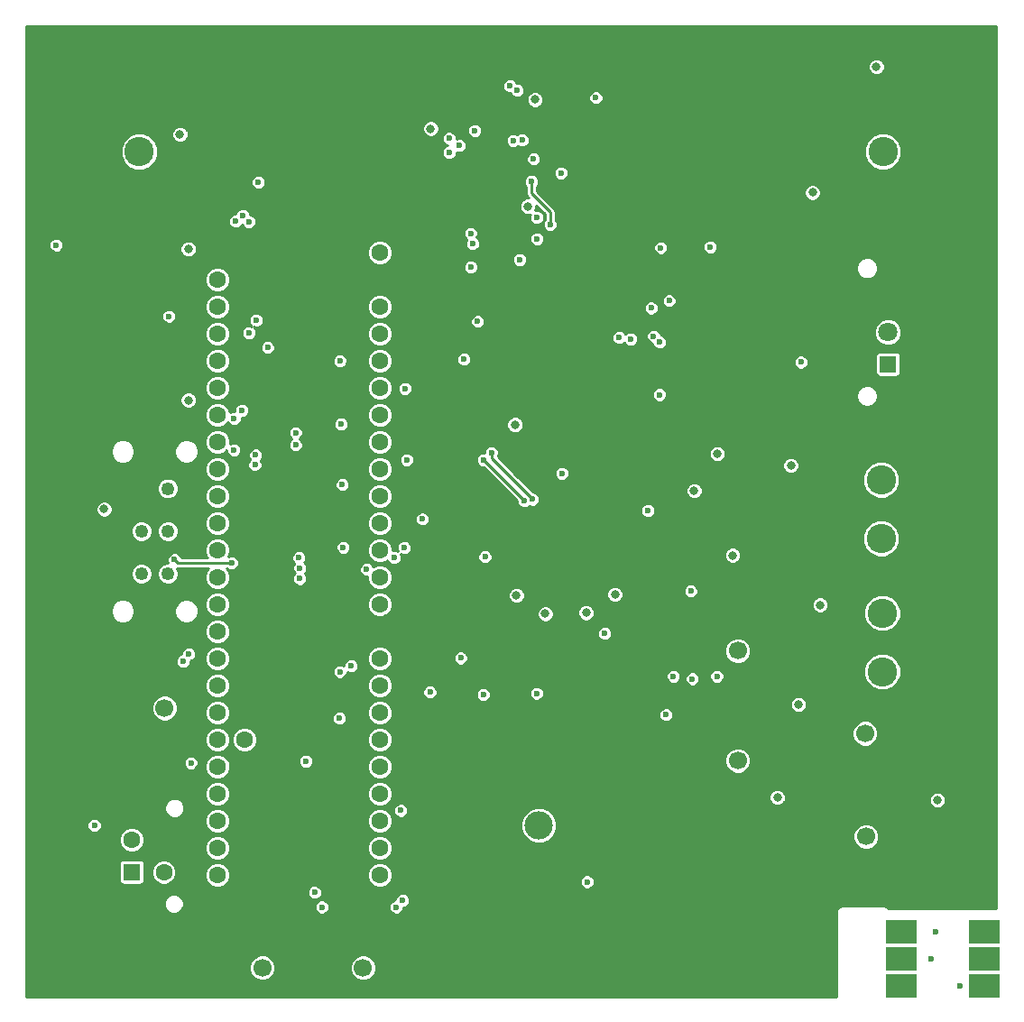
<source format=gbr>
G04 #@! TF.GenerationSoftware,KiCad,Pcbnew,(2017-08-25 revision dd37d0595)-makepkg*
G04 #@! TF.CreationDate,2018-05-28T16:00:08-04:00*
G04 #@! TF.ProjectId,MainboardRev1,4D61696E626F617264526576312E6B69,rev?*
G04 #@! TF.SameCoordinates,Original*
G04 #@! TF.FileFunction,Copper,L2,Inr,Plane*
G04 #@! TF.FilePolarity,Positive*
%FSLAX46Y46*%
G04 Gerber Fmt 4.6, Leading zero omitted, Abs format (unit mm)*
G04 Created by KiCad (PCBNEW (2017-08-25 revision dd37d0595)-makepkg) date 05/28/18 16:00:08*
%MOMM*%
%LPD*%
G01*
G04 APERTURE LIST*
%ADD10C,2.750000*%
%ADD11R,1.600000X1.600000*%
%ADD12C,1.800000*%
%ADD13C,1.600000*%
%ADD14R,3.000000X2.250000*%
%ADD15C,5.000000*%
%ADD16C,1.250000*%
%ADD17C,1.700000*%
%ADD18C,2.650000*%
%ADD19C,2.000000*%
%ADD20C,0.600000*%
%ADD21C,0.800000*%
%ADD22C,0.250000*%
%ADD23C,0.254000*%
G04 APERTURE END LIST*
D10*
X61100000Y-67750000D03*
X61100000Y-62250000D03*
X130900000Y-67750000D03*
X130900000Y-62250000D03*
D11*
X131370000Y-82200000D03*
D12*
X131370000Y-79200000D03*
X131370000Y-76200000D03*
D10*
X130730000Y-98560000D03*
X130730000Y-93060000D03*
X130830000Y-111070000D03*
X130830000Y-105570000D03*
D11*
X60410000Y-129870000D03*
D13*
X60410000Y-126870000D03*
X63410000Y-129870000D03*
X63410000Y-126870000D03*
X68460000Y-112350000D03*
X68460000Y-114890000D03*
X68460000Y-117430000D03*
X68460000Y-119970000D03*
X68460000Y-109810000D03*
X68460000Y-107270000D03*
X68460000Y-104730000D03*
X68460000Y-122510000D03*
X68460000Y-125050000D03*
X68460000Y-127590000D03*
X68460000Y-130130000D03*
X71000000Y-117430000D03*
X83700000Y-130130000D03*
X83700000Y-127590000D03*
X83700000Y-125050000D03*
X83700000Y-122510000D03*
X83700000Y-119970000D03*
X83700000Y-117430000D03*
X83700000Y-114890000D03*
X83700000Y-112350000D03*
X68460000Y-102190000D03*
X68460000Y-99650000D03*
X68460000Y-97110000D03*
X68460000Y-94570000D03*
X68460000Y-92030000D03*
X68460000Y-89490000D03*
X68460000Y-86950000D03*
X68460000Y-84410000D03*
X68460000Y-81870000D03*
X68460000Y-79330000D03*
X68460000Y-76790000D03*
X68460000Y-74250000D03*
D11*
X68460000Y-71710000D03*
D13*
X83700000Y-109810000D03*
X83700000Y-107270000D03*
X83700000Y-104730000D03*
X83700000Y-102190000D03*
X83700000Y-99650000D03*
X83700000Y-97110000D03*
X83700000Y-94570000D03*
X83700000Y-92030000D03*
X83700000Y-89490000D03*
X83700000Y-86950000D03*
X83700000Y-84410000D03*
X83700000Y-81870000D03*
X83700000Y-79330000D03*
X83700000Y-76790000D03*
X83700000Y-74250000D03*
X83700000Y-71710000D03*
D14*
X140400000Y-135460000D03*
X140400000Y-138000000D03*
X140400000Y-140540000D03*
X132600000Y-140540000D03*
X132600000Y-138000000D03*
X132600000Y-135460000D03*
D15*
X54000000Y-62000000D03*
X138000000Y-62000000D03*
X54000000Y-130000000D03*
X138000000Y-130000000D03*
D16*
X63800000Y-93880000D03*
X63800000Y-97880000D03*
X63800000Y-101880000D03*
X61300000Y-93880000D03*
X61300000Y-97880000D03*
X61300000Y-101880000D03*
D17*
X82110000Y-138870000D03*
X79570000Y-138920000D03*
X129310000Y-126540000D03*
X131850000Y-126490000D03*
D18*
X98600000Y-125500000D03*
D19*
X101140000Y-122960000D03*
X96060000Y-122960000D03*
X96060000Y-128040000D03*
X101140000Y-128040000D03*
D17*
X129220000Y-116860000D03*
X131760000Y-116810000D03*
X72660000Y-138870000D03*
X70120000Y-138920000D03*
X117280000Y-119410000D03*
X114740000Y-119460000D03*
X117280000Y-109110000D03*
X114740000Y-109160000D03*
X63490000Y-114490000D03*
X60950000Y-114540000D03*
D20*
X100680000Y-64270000D03*
D21*
X97560000Y-67390000D03*
X115340000Y-90630000D03*
X124980000Y-104800000D03*
X122990000Y-114130000D03*
X113180000Y-94090000D03*
X122260000Y-91730000D03*
D20*
X104790000Y-107490000D03*
X96575010Y-56505183D03*
D21*
X98250000Y-57370000D03*
D20*
X59900000Y-101325000D03*
X54125000Y-103000000D03*
X59225000Y-107600000D03*
X125450000Y-112175000D03*
X90326000Y-56618000D03*
X75848000Y-64238000D03*
X85500000Y-62460000D03*
X88294000Y-71096000D03*
X90580000Y-129008000D03*
X105312000Y-86336000D03*
X107852000Y-83288000D03*
X91596000Y-91416000D03*
X91088000Y-101576000D03*
X101248000Y-101322000D03*
X111154000Y-119356000D03*
X103710000Y-116550000D03*
X90440000Y-116390000D03*
X79710000Y-118570000D03*
X80880000Y-128410000D03*
X140460000Y-121320000D03*
X126730000Y-101570000D03*
X134630000Y-102840000D03*
X140500000Y-82870000D03*
X140500000Y-67270000D03*
X114529998Y-59475000D03*
X113225000Y-55125000D03*
X110200000Y-54475000D03*
X72425000Y-58050000D03*
X63906029Y-65081029D03*
X56800000Y-57500000D03*
X51900000Y-51225000D03*
X60550000Y-51175000D03*
X68825000Y-51125000D03*
X76175000Y-51075000D03*
X84900000Y-51000000D03*
X93125000Y-51000000D03*
X101250000Y-50900000D03*
X108250000Y-51175000D03*
X113825000Y-51175000D03*
X118275000Y-51275000D03*
X123650000Y-51250000D03*
X132125000Y-51100000D03*
X138775000Y-52175000D03*
X119700000Y-66950000D03*
X116925000Y-66475000D03*
X110300000Y-72775000D03*
X106750000Y-75675000D03*
X96475000Y-77875000D03*
X100675000Y-77950000D03*
X74075000Y-73325000D03*
X76500000Y-73350000D03*
X78850000Y-73350000D03*
X76075000Y-79225000D03*
X80950000Y-73300000D03*
X62500000Y-81875000D03*
X58850000Y-74175000D03*
X57550000Y-83025000D03*
X54175000Y-89375000D03*
X63425000Y-136650000D03*
X56150000Y-140675000D03*
X50975000Y-135450000D03*
X51750000Y-125050000D03*
X51625000Y-106300000D03*
X52975000Y-115225000D03*
X62800000Y-118525000D03*
X90050000Y-139700000D03*
X84025000Y-136150000D03*
X125900000Y-141000000D03*
X129200000Y-131250000D03*
X119100000Y-126950000D03*
X112250000Y-132750000D03*
X112800000Y-123100000D03*
X105750000Y-123050000D03*
X105650000Y-126550000D03*
X95460000Y-82010000D03*
X97783044Y-96446956D03*
X120260000Y-85680000D03*
X117340010Y-85600000D03*
X102480000Y-72320000D03*
X98020000Y-64030000D03*
X95770000Y-70190000D03*
X94560000Y-68920000D03*
X94560000Y-70230000D03*
X95860000Y-68930000D03*
X119770000Y-72760000D03*
X104870000Y-96480000D03*
X71450000Y-137550000D03*
X70070000Y-137500000D03*
X78070000Y-139470000D03*
X78380000Y-137500000D03*
X105740000Y-129950000D03*
D21*
X120520000Y-96420000D03*
D20*
X60640000Y-85180000D03*
X63950000Y-89460000D03*
X56410000Y-92560000D03*
X141070000Y-57200000D03*
X140220000Y-98200000D03*
X140160000Y-110460000D03*
X109150000Y-76940000D03*
X87680000Y-96739998D03*
X85980000Y-99425010D03*
D21*
X64930000Y-60630000D03*
D20*
X98410000Y-68430000D03*
X92400010Y-70900000D03*
X96190000Y-61220000D03*
X92200000Y-69925000D03*
X92225000Y-73100000D03*
X95890000Y-56090000D03*
D21*
X96510000Y-103900000D03*
X105740000Y-103800000D03*
D20*
X91570000Y-81750000D03*
D21*
X96360000Y-87880000D03*
X57810000Y-95810000D03*
X65710000Y-85590000D03*
D20*
X113010000Y-111740000D03*
X112860000Y-103510000D03*
D21*
X65710000Y-71390000D03*
D20*
X96810000Y-72400000D03*
X98430000Y-70440000D03*
X93386700Y-113221900D03*
X53300000Y-71030000D03*
X108850000Y-95949998D03*
D21*
X99220000Y-105640000D03*
D20*
X98390500Y-113107600D03*
X71410000Y-79270000D03*
X71393248Y-68839022D03*
X80999998Y-110520000D03*
X86200000Y-91190000D03*
X86050000Y-84500000D03*
X79930000Y-111070000D03*
D21*
X116810000Y-100150000D03*
D20*
X103960000Y-57210000D03*
X72290000Y-65130000D03*
X72078051Y-78081949D03*
X92860000Y-78200000D03*
X98110000Y-62940000D03*
X97050000Y-61160000D03*
X109930000Y-85070002D03*
X79890000Y-115440000D03*
X76740000Y-119470000D03*
X85650000Y-124100000D03*
X111230000Y-111510000D03*
X115310000Y-111510000D03*
X65960000Y-119630000D03*
X65750000Y-109420000D03*
X65230000Y-110110000D03*
X80244990Y-99410000D03*
X100760000Y-92470020D03*
X123200000Y-82020000D03*
X110830000Y-76250000D03*
X79940000Y-81900000D03*
X80040000Y-87830000D03*
X80160000Y-93500000D03*
X73150000Y-80650000D03*
X93550000Y-100290000D03*
X91270000Y-109790000D03*
X56890000Y-125500000D03*
X63890000Y-77710000D03*
D21*
X88460168Y-60100074D03*
X124290000Y-66100000D03*
X130290000Y-54270000D03*
X136000000Y-123120000D03*
X120990000Y-122850000D03*
D20*
X103150000Y-130790000D03*
D21*
X103040000Y-105540000D03*
D20*
X94150000Y-90510020D03*
X91140000Y-61690000D03*
X98030000Y-94890000D03*
X72027824Y-90730593D03*
X110050000Y-71275010D03*
X92600000Y-60280000D03*
X114679000Y-71210000D03*
X135840000Y-135490000D03*
X76100000Y-100360000D03*
X69770000Y-100860000D03*
X64410000Y-100550000D03*
X90180000Y-61020000D03*
X90180000Y-62340000D03*
X93410000Y-91200000D03*
X97240000Y-95020000D03*
X71960000Y-91660000D03*
X135435010Y-138020000D03*
X85817500Y-132538600D03*
X77562500Y-131790388D03*
X75774969Y-88650000D03*
X82450000Y-101470000D03*
X76157279Y-102339744D03*
X138110000Y-140590000D03*
X78250277Y-133160691D03*
X85233300Y-133163620D03*
X107219999Y-79840001D03*
X109936632Y-80147960D03*
X85019998Y-100380000D03*
X76180000Y-101340000D03*
X70143226Y-68786251D03*
X69990000Y-90260000D03*
X70010000Y-87310000D03*
X70840567Y-68235020D03*
X70756074Y-86543270D03*
X75774969Y-89777226D03*
X106130000Y-79700000D03*
X109378427Y-79572940D03*
X110540000Y-115120000D03*
X99650000Y-69104982D03*
X97910000Y-65070000D03*
X88382900Y-112980002D03*
D22*
X94150000Y-90934284D02*
X94150000Y-90510020D01*
X94150000Y-91010000D02*
X94150000Y-90934284D01*
X98030000Y-94890000D02*
X94150000Y-91010000D01*
X64410000Y-100550000D02*
X64720000Y-100860000D01*
X69345736Y-100860000D02*
X69770000Y-100860000D01*
X64720000Y-100860000D02*
X69345736Y-100860000D01*
X97240000Y-95020000D02*
X93420000Y-91200000D01*
X93420000Y-91200000D02*
X93410000Y-91200000D01*
X97910000Y-65070000D02*
X97910000Y-66180000D01*
X99650000Y-67920000D02*
X99650000Y-68680718D01*
X97910000Y-66180000D02*
X99650000Y-67920000D01*
X99650000Y-68680718D02*
X99650000Y-69104982D01*
D23*
G36*
X141544000Y-133293000D02*
X131399576Y-133293000D01*
X131322441Y-133177559D01*
X131174504Y-133078711D01*
X131000000Y-133044000D01*
X127000000Y-133044000D01*
X126825496Y-133078711D01*
X126677559Y-133177559D01*
X126578711Y-133325496D01*
X126544000Y-133500000D01*
X126544000Y-141544000D01*
X50456000Y-141544000D01*
X50456000Y-139113787D01*
X71428787Y-139113787D01*
X71615800Y-139566395D01*
X71961784Y-139912983D01*
X72414065Y-140100786D01*
X72903787Y-140101213D01*
X73356395Y-139914200D01*
X73702983Y-139568216D01*
X73890786Y-139115935D01*
X73890787Y-139113787D01*
X80878787Y-139113787D01*
X81065800Y-139566395D01*
X81411784Y-139912983D01*
X81864065Y-140100786D01*
X82353787Y-140101213D01*
X82806395Y-139914200D01*
X83152983Y-139568216D01*
X83340786Y-139115935D01*
X83341213Y-138626213D01*
X83154200Y-138173605D01*
X82808216Y-137827017D01*
X82355935Y-137639214D01*
X81866213Y-137638787D01*
X81413605Y-137825800D01*
X81067017Y-138171784D01*
X80879214Y-138624065D01*
X80878787Y-139113787D01*
X73890787Y-139113787D01*
X73891213Y-138626213D01*
X73704200Y-138173605D01*
X73358216Y-137827017D01*
X72905935Y-137639214D01*
X72416213Y-137638787D01*
X71963605Y-137825800D01*
X71617017Y-138171784D01*
X71429214Y-138624065D01*
X71428787Y-139113787D01*
X50456000Y-139113787D01*
X50456000Y-133054375D01*
X63418839Y-133054375D01*
X63560277Y-133396680D01*
X63821943Y-133658803D01*
X64164000Y-133800838D01*
X64534375Y-133801161D01*
X64876680Y-133659723D01*
X65138803Y-133398057D01*
X65181365Y-133295556D01*
X77569159Y-133295556D01*
X77672616Y-133545943D01*
X77864018Y-133737678D01*
X78114223Y-133841573D01*
X78385142Y-133841809D01*
X78635529Y-133738352D01*
X78827264Y-133546950D01*
X78930436Y-133298485D01*
X84552182Y-133298485D01*
X84655639Y-133548872D01*
X84847041Y-133740607D01*
X85097246Y-133844502D01*
X85368165Y-133844738D01*
X85618552Y-133741281D01*
X85810287Y-133549879D01*
X85914182Y-133299674D01*
X85914252Y-133219685D01*
X85952365Y-133219718D01*
X86202752Y-133116261D01*
X86394487Y-132924859D01*
X86498382Y-132674654D01*
X86498618Y-132403735D01*
X86395161Y-132153348D01*
X86203759Y-131961613D01*
X85953554Y-131857718D01*
X85682635Y-131857482D01*
X85432248Y-131960939D01*
X85240513Y-132152341D01*
X85136618Y-132402546D01*
X85136548Y-132482535D01*
X85098435Y-132482502D01*
X84848048Y-132585959D01*
X84656313Y-132777361D01*
X84552418Y-133027566D01*
X84552182Y-133298485D01*
X78930436Y-133298485D01*
X78931159Y-133296745D01*
X78931395Y-133025826D01*
X78827938Y-132775439D01*
X78636536Y-132583704D01*
X78386331Y-132479809D01*
X78115412Y-132479573D01*
X77865025Y-132583030D01*
X77673290Y-132774432D01*
X77569395Y-133024637D01*
X77569159Y-133295556D01*
X65181365Y-133295556D01*
X65280838Y-133056000D01*
X65281161Y-132685625D01*
X65139723Y-132343320D01*
X64878057Y-132081197D01*
X64536000Y-131939162D01*
X64165625Y-131938839D01*
X63823320Y-132080277D01*
X63561197Y-132341943D01*
X63419162Y-132684000D01*
X63418839Y-133054375D01*
X50456000Y-133054375D01*
X50456000Y-131925253D01*
X76881382Y-131925253D01*
X76984839Y-132175640D01*
X77176241Y-132367375D01*
X77426446Y-132471270D01*
X77697365Y-132471506D01*
X77947752Y-132368049D01*
X78139487Y-132176647D01*
X78243382Y-131926442D01*
X78243618Y-131655523D01*
X78140161Y-131405136D01*
X77948759Y-131213401D01*
X77698554Y-131109506D01*
X77427635Y-131109270D01*
X77177248Y-131212727D01*
X76985513Y-131404129D01*
X76881618Y-131654334D01*
X76881382Y-131925253D01*
X50456000Y-131925253D01*
X50456000Y-129070000D01*
X59221536Y-129070000D01*
X59221536Y-130670000D01*
X59251106Y-130818659D01*
X59335314Y-130944686D01*
X59461341Y-131028894D01*
X59610000Y-131058464D01*
X61210000Y-131058464D01*
X61358659Y-131028894D01*
X61484686Y-130944686D01*
X61568894Y-130818659D01*
X61598464Y-130670000D01*
X61598464Y-130103885D01*
X62228796Y-130103885D01*
X62408213Y-130538109D01*
X62740144Y-130870619D01*
X63174054Y-131050794D01*
X63643885Y-131051204D01*
X64078109Y-130871787D01*
X64410619Y-130539856D01*
X64483688Y-130363885D01*
X67278796Y-130363885D01*
X67458213Y-130798109D01*
X67790144Y-131130619D01*
X68224054Y-131310794D01*
X68693885Y-131311204D01*
X69128109Y-131131787D01*
X69460619Y-130799856D01*
X69640794Y-130365946D01*
X69640795Y-130363885D01*
X82518796Y-130363885D01*
X82698213Y-130798109D01*
X83030144Y-131130619D01*
X83464054Y-131310794D01*
X83933885Y-131311204D01*
X84368109Y-131131787D01*
X84575391Y-130924865D01*
X102468882Y-130924865D01*
X102572339Y-131175252D01*
X102763741Y-131366987D01*
X103013946Y-131470882D01*
X103284865Y-131471118D01*
X103535252Y-131367661D01*
X103726987Y-131176259D01*
X103830882Y-130926054D01*
X103831118Y-130655135D01*
X103727661Y-130404748D01*
X103536259Y-130213013D01*
X103286054Y-130109118D01*
X103015135Y-130108882D01*
X102764748Y-130212339D01*
X102573013Y-130403741D01*
X102469118Y-130653946D01*
X102468882Y-130924865D01*
X84575391Y-130924865D01*
X84700619Y-130799856D01*
X84880794Y-130365946D01*
X84881204Y-129896115D01*
X84701787Y-129461891D01*
X84369856Y-129129381D01*
X83935946Y-128949206D01*
X83466115Y-128948796D01*
X83031891Y-129128213D01*
X82699381Y-129460144D01*
X82519206Y-129894054D01*
X82518796Y-130363885D01*
X69640795Y-130363885D01*
X69641204Y-129896115D01*
X69461787Y-129461891D01*
X69129856Y-129129381D01*
X68695946Y-128949206D01*
X68226115Y-128948796D01*
X67791891Y-129128213D01*
X67459381Y-129460144D01*
X67279206Y-129894054D01*
X67278796Y-130363885D01*
X64483688Y-130363885D01*
X64590794Y-130105946D01*
X64591204Y-129636115D01*
X64411787Y-129201891D01*
X64079856Y-128869381D01*
X63645946Y-128689206D01*
X63176115Y-128688796D01*
X62741891Y-128868213D01*
X62409381Y-129200144D01*
X62229206Y-129634054D01*
X62228796Y-130103885D01*
X61598464Y-130103885D01*
X61598464Y-129070000D01*
X61568894Y-128921341D01*
X61484686Y-128795314D01*
X61358659Y-128711106D01*
X61210000Y-128681536D01*
X59610000Y-128681536D01*
X59461341Y-128711106D01*
X59335314Y-128795314D01*
X59251106Y-128921341D01*
X59221536Y-129070000D01*
X50456000Y-129070000D01*
X50456000Y-127103885D01*
X59228796Y-127103885D01*
X59408213Y-127538109D01*
X59740144Y-127870619D01*
X60174054Y-128050794D01*
X60643885Y-128051204D01*
X61078109Y-127871787D01*
X61126094Y-127823885D01*
X67278796Y-127823885D01*
X67458213Y-128258109D01*
X67790144Y-128590619D01*
X68224054Y-128770794D01*
X68693885Y-128771204D01*
X69128109Y-128591787D01*
X69460619Y-128259856D01*
X69640794Y-127825946D01*
X69640795Y-127823885D01*
X82518796Y-127823885D01*
X82698213Y-128258109D01*
X83030144Y-128590619D01*
X83464054Y-128770794D01*
X83933885Y-128771204D01*
X84368109Y-128591787D01*
X84700619Y-128259856D01*
X84880794Y-127825946D01*
X84881204Y-127356115D01*
X84701787Y-126921891D01*
X84369856Y-126589381D01*
X83935946Y-126409206D01*
X83466115Y-126408796D01*
X83031891Y-126588213D01*
X82699381Y-126920144D01*
X82519206Y-127354054D01*
X82518796Y-127823885D01*
X69640795Y-127823885D01*
X69641204Y-127356115D01*
X69461787Y-126921891D01*
X69129856Y-126589381D01*
X68695946Y-126409206D01*
X68226115Y-126408796D01*
X67791891Y-126588213D01*
X67459381Y-126920144D01*
X67279206Y-127354054D01*
X67278796Y-127823885D01*
X61126094Y-127823885D01*
X61410619Y-127539856D01*
X61590794Y-127105946D01*
X61591204Y-126636115D01*
X61411787Y-126201891D01*
X61079856Y-125869381D01*
X60645946Y-125689206D01*
X60176115Y-125688796D01*
X59741891Y-125868213D01*
X59409381Y-126200144D01*
X59229206Y-126634054D01*
X59228796Y-127103885D01*
X50456000Y-127103885D01*
X50456000Y-125634865D01*
X56208882Y-125634865D01*
X56312339Y-125885252D01*
X56503741Y-126076987D01*
X56753946Y-126180882D01*
X57024865Y-126181118D01*
X57275252Y-126077661D01*
X57466987Y-125886259D01*
X57570882Y-125636054D01*
X57571118Y-125365135D01*
X57537547Y-125283885D01*
X67278796Y-125283885D01*
X67458213Y-125718109D01*
X67790144Y-126050619D01*
X68224054Y-126230794D01*
X68693885Y-126231204D01*
X69128109Y-126051787D01*
X69460619Y-125719856D01*
X69640794Y-125285946D01*
X69640795Y-125283885D01*
X82518796Y-125283885D01*
X82698213Y-125718109D01*
X83030144Y-126050619D01*
X83464054Y-126230794D01*
X83933885Y-126231204D01*
X84368109Y-126051787D01*
X84582413Y-125837856D01*
X96893704Y-125837856D01*
X97152880Y-126465109D01*
X97632367Y-126945433D01*
X98259167Y-127205704D01*
X98937856Y-127206296D01*
X99565109Y-126947120D01*
X99728727Y-126783787D01*
X128078787Y-126783787D01*
X128265800Y-127236395D01*
X128611784Y-127582983D01*
X129064065Y-127770786D01*
X129553787Y-127771213D01*
X130006395Y-127584200D01*
X130352983Y-127238216D01*
X130540786Y-126785935D01*
X130541213Y-126296213D01*
X130354200Y-125843605D01*
X130008216Y-125497017D01*
X129555935Y-125309214D01*
X129066213Y-125308787D01*
X128613605Y-125495800D01*
X128267017Y-125841784D01*
X128079214Y-126294065D01*
X128078787Y-126783787D01*
X99728727Y-126783787D01*
X100045433Y-126467633D01*
X100305704Y-125840833D01*
X100306296Y-125162144D01*
X100047120Y-124534891D01*
X99567633Y-124054567D01*
X98940833Y-123794296D01*
X98262144Y-123793704D01*
X97634891Y-124052880D01*
X97154567Y-124532367D01*
X96894296Y-125159167D01*
X96893704Y-125837856D01*
X84582413Y-125837856D01*
X84700619Y-125719856D01*
X84880794Y-125285946D01*
X84881204Y-124816115D01*
X84701787Y-124381891D01*
X84555018Y-124234865D01*
X84968882Y-124234865D01*
X85072339Y-124485252D01*
X85263741Y-124676987D01*
X85513946Y-124780882D01*
X85784865Y-124781118D01*
X86035252Y-124677661D01*
X86226987Y-124486259D01*
X86330882Y-124236054D01*
X86331118Y-123965135D01*
X86227661Y-123714748D01*
X86036259Y-123523013D01*
X85786054Y-123419118D01*
X85515135Y-123418882D01*
X85264748Y-123522339D01*
X85073013Y-123713741D01*
X84969118Y-123963946D01*
X84968882Y-124234865D01*
X84555018Y-124234865D01*
X84369856Y-124049381D01*
X83935946Y-123869206D01*
X83466115Y-123868796D01*
X83031891Y-124048213D01*
X82699381Y-124380144D01*
X82519206Y-124814054D01*
X82518796Y-125283885D01*
X69640795Y-125283885D01*
X69641204Y-124816115D01*
X69461787Y-124381891D01*
X69129856Y-124049381D01*
X68695946Y-123869206D01*
X68226115Y-123868796D01*
X67791891Y-124048213D01*
X67459381Y-124380144D01*
X67279206Y-124814054D01*
X67278796Y-125283885D01*
X57537547Y-125283885D01*
X57467661Y-125114748D01*
X57276259Y-124923013D01*
X57026054Y-124819118D01*
X56755135Y-124818882D01*
X56504748Y-124922339D01*
X56313013Y-125113741D01*
X56209118Y-125363946D01*
X56208882Y-125634865D01*
X50456000Y-125634865D01*
X50456000Y-124054375D01*
X63478839Y-124054375D01*
X63620277Y-124396680D01*
X63881943Y-124658803D01*
X64224000Y-124800838D01*
X64594375Y-124801161D01*
X64936680Y-124659723D01*
X65198803Y-124398057D01*
X65340838Y-124056000D01*
X65341161Y-123685625D01*
X65199723Y-123343320D01*
X64938057Y-123081197D01*
X64596000Y-122939162D01*
X64225625Y-122938839D01*
X63883320Y-123080277D01*
X63621197Y-123341943D01*
X63479162Y-123684000D01*
X63478839Y-124054375D01*
X50456000Y-124054375D01*
X50456000Y-122743885D01*
X67278796Y-122743885D01*
X67458213Y-123178109D01*
X67790144Y-123510619D01*
X68224054Y-123690794D01*
X68693885Y-123691204D01*
X69128109Y-123511787D01*
X69460619Y-123179856D01*
X69640794Y-122745946D01*
X69640795Y-122743885D01*
X82518796Y-122743885D01*
X82698213Y-123178109D01*
X83030144Y-123510619D01*
X83464054Y-123690794D01*
X83933885Y-123691204D01*
X84368109Y-123511787D01*
X84700619Y-123179856D01*
X84773362Y-123004669D01*
X120208864Y-123004669D01*
X120327514Y-123291823D01*
X120547021Y-123511714D01*
X120833968Y-123630864D01*
X121144669Y-123631136D01*
X121431823Y-123512486D01*
X121651714Y-123292979D01*
X121659316Y-123274669D01*
X135218864Y-123274669D01*
X135337514Y-123561823D01*
X135557021Y-123781714D01*
X135843968Y-123900864D01*
X136154669Y-123901136D01*
X136441823Y-123782486D01*
X136661714Y-123562979D01*
X136780864Y-123276032D01*
X136781136Y-122965331D01*
X136662486Y-122678177D01*
X136442979Y-122458286D01*
X136156032Y-122339136D01*
X135845331Y-122338864D01*
X135558177Y-122457514D01*
X135338286Y-122677021D01*
X135219136Y-122963968D01*
X135218864Y-123274669D01*
X121659316Y-123274669D01*
X121770864Y-123006032D01*
X121771136Y-122695331D01*
X121652486Y-122408177D01*
X121432979Y-122188286D01*
X121146032Y-122069136D01*
X120835331Y-122068864D01*
X120548177Y-122187514D01*
X120328286Y-122407021D01*
X120209136Y-122693968D01*
X120208864Y-123004669D01*
X84773362Y-123004669D01*
X84880794Y-122745946D01*
X84881204Y-122276115D01*
X84701787Y-121841891D01*
X84369856Y-121509381D01*
X83935946Y-121329206D01*
X83466115Y-121328796D01*
X83031891Y-121508213D01*
X82699381Y-121840144D01*
X82519206Y-122274054D01*
X82518796Y-122743885D01*
X69640795Y-122743885D01*
X69641204Y-122276115D01*
X69461787Y-121841891D01*
X69129856Y-121509381D01*
X68695946Y-121329206D01*
X68226115Y-121328796D01*
X67791891Y-121508213D01*
X67459381Y-121840144D01*
X67279206Y-122274054D01*
X67278796Y-122743885D01*
X50456000Y-122743885D01*
X50456000Y-119764865D01*
X65278882Y-119764865D01*
X65382339Y-120015252D01*
X65573741Y-120206987D01*
X65823946Y-120310882D01*
X66094865Y-120311118D01*
X66345252Y-120207661D01*
X66349034Y-120203885D01*
X67278796Y-120203885D01*
X67458213Y-120638109D01*
X67790144Y-120970619D01*
X68224054Y-121150794D01*
X68693885Y-121151204D01*
X69128109Y-120971787D01*
X69460619Y-120639856D01*
X69640794Y-120205946D01*
X69640795Y-120203885D01*
X82518796Y-120203885D01*
X82698213Y-120638109D01*
X83030144Y-120970619D01*
X83464054Y-121150794D01*
X83933885Y-121151204D01*
X84368109Y-120971787D01*
X84700619Y-120639856D01*
X84880794Y-120205946D01*
X84881204Y-119736115D01*
X84847187Y-119653787D01*
X116048787Y-119653787D01*
X116235800Y-120106395D01*
X116581784Y-120452983D01*
X117034065Y-120640786D01*
X117523787Y-120641213D01*
X117976395Y-120454200D01*
X118322983Y-120108216D01*
X118510786Y-119655935D01*
X118511213Y-119166213D01*
X118324200Y-118713605D01*
X117978216Y-118367017D01*
X117525935Y-118179214D01*
X117036213Y-118178787D01*
X116583605Y-118365800D01*
X116237017Y-118711784D01*
X116049214Y-119164065D01*
X116048787Y-119653787D01*
X84847187Y-119653787D01*
X84701787Y-119301891D01*
X84369856Y-118969381D01*
X83935946Y-118789206D01*
X83466115Y-118788796D01*
X83031891Y-118968213D01*
X82699381Y-119300144D01*
X82519206Y-119734054D01*
X82518796Y-120203885D01*
X69640795Y-120203885D01*
X69641204Y-119736115D01*
X69586973Y-119604865D01*
X76058882Y-119604865D01*
X76162339Y-119855252D01*
X76353741Y-120046987D01*
X76603946Y-120150882D01*
X76874865Y-120151118D01*
X77125252Y-120047661D01*
X77316987Y-119856259D01*
X77420882Y-119606054D01*
X77421118Y-119335135D01*
X77317661Y-119084748D01*
X77126259Y-118893013D01*
X76876054Y-118789118D01*
X76605135Y-118788882D01*
X76354748Y-118892339D01*
X76163013Y-119083741D01*
X76059118Y-119333946D01*
X76058882Y-119604865D01*
X69586973Y-119604865D01*
X69461787Y-119301891D01*
X69129856Y-118969381D01*
X68695946Y-118789206D01*
X68226115Y-118788796D01*
X67791891Y-118968213D01*
X67459381Y-119300144D01*
X67279206Y-119734054D01*
X67278796Y-120203885D01*
X66349034Y-120203885D01*
X66536987Y-120016259D01*
X66640882Y-119766054D01*
X66641118Y-119495135D01*
X66537661Y-119244748D01*
X66346259Y-119053013D01*
X66096054Y-118949118D01*
X65825135Y-118948882D01*
X65574748Y-119052339D01*
X65383013Y-119243741D01*
X65279118Y-119493946D01*
X65278882Y-119764865D01*
X50456000Y-119764865D01*
X50456000Y-117663885D01*
X67278796Y-117663885D01*
X67458213Y-118098109D01*
X67790144Y-118430619D01*
X68224054Y-118610794D01*
X68693885Y-118611204D01*
X69128109Y-118431787D01*
X69460619Y-118099856D01*
X69640794Y-117665946D01*
X69640795Y-117663885D01*
X69818796Y-117663885D01*
X69998213Y-118098109D01*
X70330144Y-118430619D01*
X70764054Y-118610794D01*
X71233885Y-118611204D01*
X71668109Y-118431787D01*
X72000619Y-118099856D01*
X72180794Y-117665946D01*
X72180795Y-117663885D01*
X82518796Y-117663885D01*
X82698213Y-118098109D01*
X83030144Y-118430619D01*
X83464054Y-118610794D01*
X83933885Y-118611204D01*
X84368109Y-118431787D01*
X84700619Y-118099856D01*
X84880794Y-117665946D01*
X84881204Y-117196115D01*
X84843055Y-117103787D01*
X127988787Y-117103787D01*
X128175800Y-117556395D01*
X128521784Y-117902983D01*
X128974065Y-118090786D01*
X129463787Y-118091213D01*
X129916395Y-117904200D01*
X130262983Y-117558216D01*
X130450786Y-117105935D01*
X130451213Y-116616213D01*
X130264200Y-116163605D01*
X129918216Y-115817017D01*
X129465935Y-115629214D01*
X128976213Y-115628787D01*
X128523605Y-115815800D01*
X128177017Y-116161784D01*
X127989214Y-116614065D01*
X127988787Y-117103787D01*
X84843055Y-117103787D01*
X84701787Y-116761891D01*
X84369856Y-116429381D01*
X83935946Y-116249206D01*
X83466115Y-116248796D01*
X83031891Y-116428213D01*
X82699381Y-116760144D01*
X82519206Y-117194054D01*
X82518796Y-117663885D01*
X72180795Y-117663885D01*
X72181204Y-117196115D01*
X72001787Y-116761891D01*
X71669856Y-116429381D01*
X71235946Y-116249206D01*
X70766115Y-116248796D01*
X70331891Y-116428213D01*
X69999381Y-116760144D01*
X69819206Y-117194054D01*
X69818796Y-117663885D01*
X69640795Y-117663885D01*
X69641204Y-117196115D01*
X69461787Y-116761891D01*
X69129856Y-116429381D01*
X68695946Y-116249206D01*
X68226115Y-116248796D01*
X67791891Y-116428213D01*
X67459381Y-116760144D01*
X67279206Y-117194054D01*
X67278796Y-117663885D01*
X50456000Y-117663885D01*
X50456000Y-114733787D01*
X62258787Y-114733787D01*
X62445800Y-115186395D01*
X62791784Y-115532983D01*
X63244065Y-115720786D01*
X63733787Y-115721213D01*
X64186395Y-115534200D01*
X64532983Y-115188216D01*
X64559695Y-115123885D01*
X67278796Y-115123885D01*
X67458213Y-115558109D01*
X67790144Y-115890619D01*
X68224054Y-116070794D01*
X68693885Y-116071204D01*
X69128109Y-115891787D01*
X69445583Y-115574865D01*
X79208882Y-115574865D01*
X79312339Y-115825252D01*
X79503741Y-116016987D01*
X79753946Y-116120882D01*
X80024865Y-116121118D01*
X80275252Y-116017661D01*
X80466987Y-115826259D01*
X80570882Y-115576054D01*
X80571118Y-115305135D01*
X80496228Y-115123885D01*
X82518796Y-115123885D01*
X82698213Y-115558109D01*
X83030144Y-115890619D01*
X83464054Y-116070794D01*
X83933885Y-116071204D01*
X84368109Y-115891787D01*
X84700619Y-115559856D01*
X84827262Y-115254865D01*
X109858882Y-115254865D01*
X109962339Y-115505252D01*
X110153741Y-115696987D01*
X110403946Y-115800882D01*
X110674865Y-115801118D01*
X110925252Y-115697661D01*
X111116987Y-115506259D01*
X111220882Y-115256054D01*
X111221118Y-114985135D01*
X111117661Y-114734748D01*
X110926259Y-114543013D01*
X110676054Y-114439118D01*
X110405135Y-114438882D01*
X110154748Y-114542339D01*
X109963013Y-114733741D01*
X109859118Y-114983946D01*
X109858882Y-115254865D01*
X84827262Y-115254865D01*
X84880794Y-115125946D01*
X84881204Y-114656115D01*
X84727727Y-114284669D01*
X122208864Y-114284669D01*
X122327514Y-114571823D01*
X122547021Y-114791714D01*
X122833968Y-114910864D01*
X123144669Y-114911136D01*
X123431823Y-114792486D01*
X123651714Y-114572979D01*
X123770864Y-114286032D01*
X123771136Y-113975331D01*
X123652486Y-113688177D01*
X123432979Y-113468286D01*
X123146032Y-113349136D01*
X122835331Y-113348864D01*
X122548177Y-113467514D01*
X122328286Y-113687021D01*
X122209136Y-113973968D01*
X122208864Y-114284669D01*
X84727727Y-114284669D01*
X84701787Y-114221891D01*
X84369856Y-113889381D01*
X83935946Y-113709206D01*
X83466115Y-113708796D01*
X83031891Y-113888213D01*
X82699381Y-114220144D01*
X82519206Y-114654054D01*
X82518796Y-115123885D01*
X80496228Y-115123885D01*
X80467661Y-115054748D01*
X80276259Y-114863013D01*
X80026054Y-114759118D01*
X79755135Y-114758882D01*
X79504748Y-114862339D01*
X79313013Y-115053741D01*
X79209118Y-115303946D01*
X79208882Y-115574865D01*
X69445583Y-115574865D01*
X69460619Y-115559856D01*
X69640794Y-115125946D01*
X69641204Y-114656115D01*
X69461787Y-114221891D01*
X69129856Y-113889381D01*
X68695946Y-113709206D01*
X68226115Y-113708796D01*
X67791891Y-113888213D01*
X67459381Y-114220144D01*
X67279206Y-114654054D01*
X67278796Y-115123885D01*
X64559695Y-115123885D01*
X64720786Y-114735935D01*
X64721213Y-114246213D01*
X64534200Y-113793605D01*
X64188216Y-113447017D01*
X63735935Y-113259214D01*
X63246213Y-113258787D01*
X62793605Y-113445800D01*
X62447017Y-113791784D01*
X62259214Y-114244065D01*
X62258787Y-114733787D01*
X50456000Y-114733787D01*
X50456000Y-112583885D01*
X67278796Y-112583885D01*
X67458213Y-113018109D01*
X67790144Y-113350619D01*
X68224054Y-113530794D01*
X68693885Y-113531204D01*
X69128109Y-113351787D01*
X69460619Y-113019856D01*
X69640794Y-112585946D01*
X69640795Y-112583885D01*
X82518796Y-112583885D01*
X82698213Y-113018109D01*
X83030144Y-113350619D01*
X83464054Y-113530794D01*
X83933885Y-113531204D01*
X84368109Y-113351787D01*
X84605442Y-113114867D01*
X87701782Y-113114867D01*
X87805239Y-113365254D01*
X87996641Y-113556989D01*
X88246846Y-113660884D01*
X88517765Y-113661120D01*
X88768152Y-113557663D01*
X88959887Y-113366261D01*
X88963830Y-113356765D01*
X92705582Y-113356765D01*
X92809039Y-113607152D01*
X93000441Y-113798887D01*
X93250646Y-113902782D01*
X93521565Y-113903018D01*
X93771952Y-113799561D01*
X93963687Y-113608159D01*
X94067582Y-113357954D01*
X94067682Y-113242465D01*
X97709382Y-113242465D01*
X97812839Y-113492852D01*
X98004241Y-113684587D01*
X98254446Y-113788482D01*
X98525365Y-113788718D01*
X98775752Y-113685261D01*
X98967487Y-113493859D01*
X99071382Y-113243654D01*
X99071618Y-112972735D01*
X98968161Y-112722348D01*
X98776759Y-112530613D01*
X98526554Y-112426718D01*
X98255635Y-112426482D01*
X98005248Y-112529939D01*
X97813513Y-112721341D01*
X97709618Y-112971546D01*
X97709382Y-113242465D01*
X94067682Y-113242465D01*
X94067818Y-113087035D01*
X93964361Y-112836648D01*
X93772959Y-112644913D01*
X93522754Y-112541018D01*
X93251835Y-112540782D01*
X93001448Y-112644239D01*
X92809713Y-112835641D01*
X92705818Y-113085846D01*
X92705582Y-113356765D01*
X88963830Y-113356765D01*
X89063782Y-113116056D01*
X89064018Y-112845137D01*
X88960561Y-112594750D01*
X88769159Y-112403015D01*
X88518954Y-112299120D01*
X88248035Y-112298884D01*
X87997648Y-112402341D01*
X87805913Y-112593743D01*
X87702018Y-112843948D01*
X87701782Y-113114867D01*
X84605442Y-113114867D01*
X84700619Y-113019856D01*
X84880794Y-112585946D01*
X84881204Y-112116115D01*
X84701787Y-111681891D01*
X84664826Y-111644865D01*
X110548882Y-111644865D01*
X110652339Y-111895252D01*
X110843741Y-112086987D01*
X111093946Y-112190882D01*
X111364865Y-112191118D01*
X111615252Y-112087661D01*
X111806987Y-111896259D01*
X111815870Y-111874865D01*
X112328882Y-111874865D01*
X112432339Y-112125252D01*
X112623741Y-112316987D01*
X112873946Y-112420882D01*
X113144865Y-112421118D01*
X113395252Y-112317661D01*
X113586987Y-112126259D01*
X113690882Y-111876054D01*
X113691083Y-111644865D01*
X114628882Y-111644865D01*
X114732339Y-111895252D01*
X114923741Y-112086987D01*
X115173946Y-112190882D01*
X115444865Y-112191118D01*
X115695252Y-112087661D01*
X115886987Y-111896259D01*
X115990882Y-111646054D01*
X115991080Y-111417758D01*
X129073696Y-111417758D01*
X129340468Y-112063395D01*
X129834007Y-112557796D01*
X130479178Y-112825694D01*
X131177758Y-112826304D01*
X131823395Y-112559532D01*
X132317796Y-112065993D01*
X132585694Y-111420822D01*
X132586304Y-110722242D01*
X132319532Y-110076605D01*
X131825993Y-109582204D01*
X131180822Y-109314306D01*
X130482242Y-109313696D01*
X129836605Y-109580468D01*
X129342204Y-110074007D01*
X129074306Y-110719178D01*
X129073696Y-111417758D01*
X115991080Y-111417758D01*
X115991118Y-111375135D01*
X115887661Y-111124748D01*
X115696259Y-110933013D01*
X115446054Y-110829118D01*
X115175135Y-110828882D01*
X114924748Y-110932339D01*
X114733013Y-111123741D01*
X114629118Y-111373946D01*
X114628882Y-111644865D01*
X113691083Y-111644865D01*
X113691118Y-111605135D01*
X113587661Y-111354748D01*
X113396259Y-111163013D01*
X113146054Y-111059118D01*
X112875135Y-111058882D01*
X112624748Y-111162339D01*
X112433013Y-111353741D01*
X112329118Y-111603946D01*
X112328882Y-111874865D01*
X111815870Y-111874865D01*
X111910882Y-111646054D01*
X111911118Y-111375135D01*
X111807661Y-111124748D01*
X111616259Y-110933013D01*
X111366054Y-110829118D01*
X111095135Y-110828882D01*
X110844748Y-110932339D01*
X110653013Y-111123741D01*
X110549118Y-111373946D01*
X110548882Y-111644865D01*
X84664826Y-111644865D01*
X84369856Y-111349381D01*
X83935946Y-111169206D01*
X83466115Y-111168796D01*
X83031891Y-111348213D01*
X82699381Y-111680144D01*
X82519206Y-112114054D01*
X82518796Y-112583885D01*
X69640795Y-112583885D01*
X69641204Y-112116115D01*
X69461787Y-111681891D01*
X69129856Y-111349381D01*
X68781823Y-111204865D01*
X79248882Y-111204865D01*
X79352339Y-111455252D01*
X79543741Y-111646987D01*
X79793946Y-111750882D01*
X80064865Y-111751118D01*
X80315252Y-111647661D01*
X80506987Y-111456259D01*
X80610882Y-111206054D01*
X80610979Y-111094223D01*
X80613739Y-111096987D01*
X80863944Y-111200882D01*
X81134863Y-111201118D01*
X81385250Y-111097661D01*
X81576985Y-110906259D01*
X81680880Y-110656054D01*
X81681116Y-110385135D01*
X81577659Y-110134748D01*
X81486954Y-110043885D01*
X82518796Y-110043885D01*
X82698213Y-110478109D01*
X83030144Y-110810619D01*
X83464054Y-110990794D01*
X83933885Y-110991204D01*
X84368109Y-110811787D01*
X84700619Y-110479856D01*
X84880794Y-110045946D01*
X84880899Y-109924865D01*
X90588882Y-109924865D01*
X90692339Y-110175252D01*
X90883741Y-110366987D01*
X91133946Y-110470882D01*
X91404865Y-110471118D01*
X91655252Y-110367661D01*
X91846987Y-110176259D01*
X91950882Y-109926054D01*
X91951118Y-109655135D01*
X91847661Y-109404748D01*
X91796789Y-109353787D01*
X116048787Y-109353787D01*
X116235800Y-109806395D01*
X116581784Y-110152983D01*
X117034065Y-110340786D01*
X117523787Y-110341213D01*
X117976395Y-110154200D01*
X118322983Y-109808216D01*
X118510786Y-109355935D01*
X118511213Y-108866213D01*
X118324200Y-108413605D01*
X117978216Y-108067017D01*
X117525935Y-107879214D01*
X117036213Y-107878787D01*
X116583605Y-108065800D01*
X116237017Y-108411784D01*
X116049214Y-108864065D01*
X116048787Y-109353787D01*
X91796789Y-109353787D01*
X91656259Y-109213013D01*
X91406054Y-109109118D01*
X91135135Y-109108882D01*
X90884748Y-109212339D01*
X90693013Y-109403741D01*
X90589118Y-109653946D01*
X90588882Y-109924865D01*
X84880899Y-109924865D01*
X84881204Y-109576115D01*
X84701787Y-109141891D01*
X84369856Y-108809381D01*
X83935946Y-108629206D01*
X83466115Y-108628796D01*
X83031891Y-108808213D01*
X82699381Y-109140144D01*
X82519206Y-109574054D01*
X82518796Y-110043885D01*
X81486954Y-110043885D01*
X81386257Y-109943013D01*
X81136052Y-109839118D01*
X80865133Y-109838882D01*
X80614746Y-109942339D01*
X80423011Y-110133741D01*
X80319116Y-110383946D01*
X80319019Y-110495777D01*
X80316259Y-110493013D01*
X80066054Y-110389118D01*
X79795135Y-110388882D01*
X79544748Y-110492339D01*
X79353013Y-110683741D01*
X79249118Y-110933946D01*
X79248882Y-111204865D01*
X68781823Y-111204865D01*
X68695946Y-111169206D01*
X68226115Y-111168796D01*
X67791891Y-111348213D01*
X67459381Y-111680144D01*
X67279206Y-112114054D01*
X67278796Y-112583885D01*
X50456000Y-112583885D01*
X50456000Y-110244865D01*
X64548882Y-110244865D01*
X64652339Y-110495252D01*
X64843741Y-110686987D01*
X65093946Y-110790882D01*
X65364865Y-110791118D01*
X65615252Y-110687661D01*
X65806987Y-110496259D01*
X65910882Y-110246054D01*
X65911018Y-110090312D01*
X66023380Y-110043885D01*
X67278796Y-110043885D01*
X67458213Y-110478109D01*
X67790144Y-110810619D01*
X68224054Y-110990794D01*
X68693885Y-110991204D01*
X69128109Y-110811787D01*
X69460619Y-110479856D01*
X69640794Y-110045946D01*
X69641204Y-109576115D01*
X69461787Y-109141891D01*
X69129856Y-108809381D01*
X68695946Y-108629206D01*
X68226115Y-108628796D01*
X67791891Y-108808213D01*
X67459381Y-109140144D01*
X67279206Y-109574054D01*
X67278796Y-110043885D01*
X66023380Y-110043885D01*
X66135252Y-109997661D01*
X66326987Y-109806259D01*
X66430882Y-109556054D01*
X66431118Y-109285135D01*
X66327661Y-109034748D01*
X66136259Y-108843013D01*
X65886054Y-108739118D01*
X65615135Y-108738882D01*
X65364748Y-108842339D01*
X65173013Y-109033741D01*
X65069118Y-109283946D01*
X65068982Y-109439688D01*
X64844748Y-109532339D01*
X64653013Y-109723741D01*
X64549118Y-109973946D01*
X64548882Y-110244865D01*
X50456000Y-110244865D01*
X50456000Y-107503885D01*
X67278796Y-107503885D01*
X67458213Y-107938109D01*
X67790144Y-108270619D01*
X68224054Y-108450794D01*
X68693885Y-108451204D01*
X69128109Y-108271787D01*
X69460619Y-107939856D01*
X69591414Y-107624865D01*
X104108882Y-107624865D01*
X104212339Y-107875252D01*
X104403741Y-108066987D01*
X104653946Y-108170882D01*
X104924865Y-108171118D01*
X105175252Y-108067661D01*
X105366987Y-107876259D01*
X105470882Y-107626054D01*
X105471118Y-107355135D01*
X105367661Y-107104748D01*
X105176259Y-106913013D01*
X104926054Y-106809118D01*
X104655135Y-106808882D01*
X104404748Y-106912339D01*
X104213013Y-107103741D01*
X104109118Y-107353946D01*
X104108882Y-107624865D01*
X69591414Y-107624865D01*
X69640794Y-107505946D01*
X69641204Y-107036115D01*
X69461787Y-106601891D01*
X69129856Y-106269381D01*
X68695946Y-106089206D01*
X68226115Y-106088796D01*
X67791891Y-106268213D01*
X67459381Y-106600144D01*
X67279206Y-107034054D01*
X67278796Y-107503885D01*
X50456000Y-107503885D01*
X50456000Y-105603983D01*
X58418804Y-105603983D01*
X58590625Y-106019823D01*
X58908503Y-106338256D01*
X59324043Y-106510804D01*
X59773983Y-106511196D01*
X60189823Y-106339375D01*
X60508256Y-106021497D01*
X60680804Y-105605957D01*
X60680805Y-105603983D01*
X64418804Y-105603983D01*
X64590625Y-106019823D01*
X64908503Y-106338256D01*
X65324043Y-106510804D01*
X65773983Y-106511196D01*
X66189823Y-106339375D01*
X66508256Y-106021497D01*
X66680804Y-105605957D01*
X66681196Y-105156017D01*
X66601809Y-104963885D01*
X67278796Y-104963885D01*
X67458213Y-105398109D01*
X67790144Y-105730619D01*
X68224054Y-105910794D01*
X68693885Y-105911204D01*
X69128109Y-105731787D01*
X69460619Y-105399856D01*
X69640794Y-104965946D01*
X69640795Y-104963885D01*
X82518796Y-104963885D01*
X82698213Y-105398109D01*
X83030144Y-105730619D01*
X83464054Y-105910794D01*
X83933885Y-105911204D01*
X84215922Y-105794669D01*
X98438864Y-105794669D01*
X98557514Y-106081823D01*
X98777021Y-106301714D01*
X99063968Y-106420864D01*
X99374669Y-106421136D01*
X99661823Y-106302486D01*
X99881714Y-106082979D01*
X100000864Y-105796032D01*
X100000952Y-105694669D01*
X102258864Y-105694669D01*
X102377514Y-105981823D01*
X102597021Y-106201714D01*
X102883968Y-106320864D01*
X103194669Y-106321136D01*
X103481823Y-106202486D01*
X103701714Y-105982979D01*
X103728795Y-105917758D01*
X129073696Y-105917758D01*
X129340468Y-106563395D01*
X129834007Y-107057796D01*
X130479178Y-107325694D01*
X131177758Y-107326304D01*
X131823395Y-107059532D01*
X132317796Y-106565993D01*
X132585694Y-105920822D01*
X132586304Y-105222242D01*
X132319532Y-104576605D01*
X131825993Y-104082204D01*
X131180822Y-103814306D01*
X130482242Y-103813696D01*
X129836605Y-104080468D01*
X129342204Y-104574007D01*
X129074306Y-105219178D01*
X129073696Y-105917758D01*
X103728795Y-105917758D01*
X103820864Y-105696032D01*
X103821136Y-105385331D01*
X103702486Y-105098177D01*
X103559229Y-104954669D01*
X124198864Y-104954669D01*
X124317514Y-105241823D01*
X124537021Y-105461714D01*
X124823968Y-105580864D01*
X125134669Y-105581136D01*
X125421823Y-105462486D01*
X125641714Y-105242979D01*
X125760864Y-104956032D01*
X125761136Y-104645331D01*
X125642486Y-104358177D01*
X125422979Y-104138286D01*
X125136032Y-104019136D01*
X124825331Y-104018864D01*
X124538177Y-104137514D01*
X124318286Y-104357021D01*
X124199136Y-104643968D01*
X124198864Y-104954669D01*
X103559229Y-104954669D01*
X103482979Y-104878286D01*
X103196032Y-104759136D01*
X102885331Y-104758864D01*
X102598177Y-104877514D01*
X102378286Y-105097021D01*
X102259136Y-105383968D01*
X102258864Y-105694669D01*
X100000952Y-105694669D01*
X100001136Y-105485331D01*
X99882486Y-105198177D01*
X99662979Y-104978286D01*
X99376032Y-104859136D01*
X99065331Y-104858864D01*
X98778177Y-104977514D01*
X98558286Y-105197021D01*
X98439136Y-105483968D01*
X98438864Y-105794669D01*
X84215922Y-105794669D01*
X84368109Y-105731787D01*
X84700619Y-105399856D01*
X84880794Y-104965946D01*
X84881204Y-104496115D01*
X84701787Y-104061891D01*
X84694578Y-104054669D01*
X95728864Y-104054669D01*
X95847514Y-104341823D01*
X96067021Y-104561714D01*
X96353968Y-104680864D01*
X96664669Y-104681136D01*
X96951823Y-104562486D01*
X97171714Y-104342979D01*
X97290864Y-104056032D01*
X97290952Y-103954669D01*
X104958864Y-103954669D01*
X105077514Y-104241823D01*
X105297021Y-104461714D01*
X105583968Y-104580864D01*
X105894669Y-104581136D01*
X106181823Y-104462486D01*
X106401714Y-104242979D01*
X106520864Y-103956032D01*
X106521136Y-103645331D01*
X106520944Y-103644865D01*
X112178882Y-103644865D01*
X112282339Y-103895252D01*
X112473741Y-104086987D01*
X112723946Y-104190882D01*
X112994865Y-104191118D01*
X113245252Y-104087661D01*
X113436987Y-103896259D01*
X113540882Y-103646054D01*
X113541118Y-103375135D01*
X113437661Y-103124748D01*
X113246259Y-102933013D01*
X112996054Y-102829118D01*
X112725135Y-102828882D01*
X112474748Y-102932339D01*
X112283013Y-103123741D01*
X112179118Y-103373946D01*
X112178882Y-103644865D01*
X106520944Y-103644865D01*
X106402486Y-103358177D01*
X106182979Y-103138286D01*
X105896032Y-103019136D01*
X105585331Y-103018864D01*
X105298177Y-103137514D01*
X105078286Y-103357021D01*
X104959136Y-103643968D01*
X104958864Y-103954669D01*
X97290952Y-103954669D01*
X97291136Y-103745331D01*
X97172486Y-103458177D01*
X96952979Y-103238286D01*
X96666032Y-103119136D01*
X96355331Y-103118864D01*
X96068177Y-103237514D01*
X95848286Y-103457021D01*
X95729136Y-103743968D01*
X95728864Y-104054669D01*
X84694578Y-104054669D01*
X84369856Y-103729381D01*
X83935946Y-103549206D01*
X83466115Y-103548796D01*
X83031891Y-103728213D01*
X82699381Y-104060144D01*
X82519206Y-104494054D01*
X82518796Y-104963885D01*
X69640795Y-104963885D01*
X69641204Y-104496115D01*
X69461787Y-104061891D01*
X69129856Y-103729381D01*
X68695946Y-103549206D01*
X68226115Y-103548796D01*
X67791891Y-103728213D01*
X67459381Y-104060144D01*
X67279206Y-104494054D01*
X67278796Y-104963885D01*
X66601809Y-104963885D01*
X66509375Y-104740177D01*
X66191497Y-104421744D01*
X65775957Y-104249196D01*
X65326017Y-104248804D01*
X64910177Y-104420625D01*
X64591744Y-104738503D01*
X64419196Y-105154043D01*
X64418804Y-105603983D01*
X60680805Y-105603983D01*
X60681196Y-105156017D01*
X60509375Y-104740177D01*
X60191497Y-104421744D01*
X59775957Y-104249196D01*
X59326017Y-104248804D01*
X58910177Y-104420625D01*
X58591744Y-104738503D01*
X58419196Y-105154043D01*
X58418804Y-105603983D01*
X50456000Y-105603983D01*
X50456000Y-102079228D01*
X60293825Y-102079228D01*
X60446657Y-102449109D01*
X60729403Y-102732348D01*
X61099016Y-102885825D01*
X61499228Y-102886175D01*
X61869109Y-102733343D01*
X62152348Y-102450597D01*
X62305825Y-102080984D01*
X62305826Y-102079228D01*
X62793825Y-102079228D01*
X62946657Y-102449109D01*
X63229403Y-102732348D01*
X63599016Y-102885825D01*
X63999228Y-102886175D01*
X64369109Y-102733343D01*
X64652348Y-102450597D01*
X64805825Y-102080984D01*
X64806175Y-101680772D01*
X64672184Y-101356489D01*
X64720000Y-101366000D01*
X67613794Y-101366000D01*
X67459381Y-101520144D01*
X67279206Y-101954054D01*
X67278796Y-102423885D01*
X67458213Y-102858109D01*
X67790144Y-103190619D01*
X68224054Y-103370794D01*
X68693885Y-103371204D01*
X69128109Y-103191787D01*
X69460619Y-102859856D01*
X69640794Y-102425946D01*
X69641204Y-101956115D01*
X69461787Y-101521891D01*
X69306167Y-101366000D01*
X69312877Y-101366000D01*
X69383741Y-101436987D01*
X69633946Y-101540882D01*
X69904865Y-101541118D01*
X70155252Y-101437661D01*
X70346987Y-101246259D01*
X70450882Y-100996054D01*
X70451118Y-100725135D01*
X70355974Y-100494865D01*
X75418882Y-100494865D01*
X75522339Y-100745252D01*
X75666850Y-100890015D01*
X75603013Y-100953741D01*
X75499118Y-101203946D01*
X75498882Y-101474865D01*
X75602339Y-101725252D01*
X75705451Y-101828543D01*
X75580292Y-101953485D01*
X75476397Y-102203690D01*
X75476161Y-102474609D01*
X75579618Y-102724996D01*
X75771020Y-102916731D01*
X76021225Y-103020626D01*
X76292144Y-103020862D01*
X76542531Y-102917405D01*
X76734266Y-102726003D01*
X76838161Y-102475798D01*
X76838397Y-102204879D01*
X76734940Y-101954492D01*
X76631828Y-101851201D01*
X76756987Y-101726259D01*
X76807394Y-101604865D01*
X81768882Y-101604865D01*
X81872339Y-101855252D01*
X82063741Y-102046987D01*
X82313946Y-102150882D01*
X82519034Y-102151061D01*
X82518796Y-102423885D01*
X82698213Y-102858109D01*
X83030144Y-103190619D01*
X83464054Y-103370794D01*
X83933885Y-103371204D01*
X84368109Y-103191787D01*
X84700619Y-102859856D01*
X84880794Y-102425946D01*
X84881204Y-101956115D01*
X84701787Y-101521891D01*
X84369856Y-101189381D01*
X83935946Y-101009206D01*
X83466115Y-101008796D01*
X83064794Y-101174618D01*
X83027661Y-101084748D01*
X82836259Y-100893013D01*
X82586054Y-100789118D01*
X82315135Y-100788882D01*
X82064748Y-100892339D01*
X81873013Y-101083741D01*
X81769118Y-101333946D01*
X81768882Y-101604865D01*
X76807394Y-101604865D01*
X76860882Y-101476054D01*
X76861118Y-101205135D01*
X76757661Y-100954748D01*
X76613150Y-100809985D01*
X76676987Y-100746259D01*
X76780882Y-100496054D01*
X76781118Y-100225135D01*
X76677661Y-99974748D01*
X76486259Y-99783013D01*
X76236054Y-99679118D01*
X75965135Y-99678882D01*
X75714748Y-99782339D01*
X75523013Y-99973741D01*
X75419118Y-100223946D01*
X75418882Y-100494865D01*
X70355974Y-100494865D01*
X70347661Y-100474748D01*
X70156259Y-100283013D01*
X69906054Y-100179118D01*
X69635135Y-100178882D01*
X69495137Y-100236728D01*
X69640794Y-99885946D01*
X69641091Y-99544865D01*
X79563872Y-99544865D01*
X79667329Y-99795252D01*
X79858731Y-99986987D01*
X80108936Y-100090882D01*
X80379855Y-100091118D01*
X80630242Y-99987661D01*
X80734198Y-99883885D01*
X82518796Y-99883885D01*
X82698213Y-100318109D01*
X83030144Y-100650619D01*
X83464054Y-100830794D01*
X83933885Y-100831204D01*
X84368109Y-100651787D01*
X84387469Y-100632461D01*
X84442337Y-100765252D01*
X84633739Y-100956987D01*
X84883944Y-101060882D01*
X85154863Y-101061118D01*
X85405250Y-100957661D01*
X85596985Y-100766259D01*
X85700880Y-100516054D01*
X85700959Y-100424865D01*
X92868882Y-100424865D01*
X92972339Y-100675252D01*
X93163741Y-100866987D01*
X93413946Y-100970882D01*
X93684865Y-100971118D01*
X93935252Y-100867661D01*
X94126987Y-100676259D01*
X94230882Y-100426054D01*
X94230987Y-100304669D01*
X116028864Y-100304669D01*
X116147514Y-100591823D01*
X116367021Y-100811714D01*
X116653968Y-100930864D01*
X116964669Y-100931136D01*
X117251823Y-100812486D01*
X117471714Y-100592979D01*
X117590864Y-100306032D01*
X117591136Y-99995331D01*
X117472486Y-99708177D01*
X117252979Y-99488286D01*
X116966032Y-99369136D01*
X116655331Y-99368864D01*
X116368177Y-99487514D01*
X116148286Y-99707021D01*
X116029136Y-99993968D01*
X116028864Y-100304669D01*
X94230987Y-100304669D01*
X94231118Y-100155135D01*
X94127661Y-99904748D01*
X93936259Y-99713013D01*
X93686054Y-99609118D01*
X93415135Y-99608882D01*
X93164748Y-99712339D01*
X92973013Y-99903741D01*
X92869118Y-100153946D01*
X92868882Y-100424865D01*
X85700959Y-100424865D01*
X85701116Y-100245135D01*
X85602086Y-100005462D01*
X85843946Y-100105892D01*
X86114865Y-100106128D01*
X86365252Y-100002671D01*
X86556987Y-99811269D01*
X86660882Y-99561064D01*
X86661118Y-99290145D01*
X86557661Y-99039758D01*
X86425891Y-98907758D01*
X128973696Y-98907758D01*
X129240468Y-99553395D01*
X129734007Y-100047796D01*
X130379178Y-100315694D01*
X131077758Y-100316304D01*
X131723395Y-100049532D01*
X132217796Y-99555993D01*
X132485694Y-98910822D01*
X132486304Y-98212242D01*
X132219532Y-97566605D01*
X131725993Y-97072204D01*
X131080822Y-96804306D01*
X130382242Y-96803696D01*
X129736605Y-97070468D01*
X129242204Y-97564007D01*
X128974306Y-98209178D01*
X128973696Y-98907758D01*
X86425891Y-98907758D01*
X86366259Y-98848023D01*
X86116054Y-98744128D01*
X85845135Y-98743892D01*
X85594748Y-98847349D01*
X85403013Y-99038751D01*
X85299118Y-99288956D01*
X85298882Y-99559875D01*
X85397912Y-99799548D01*
X85156052Y-99699118D01*
X84885133Y-99698882D01*
X84880956Y-99700608D01*
X84881204Y-99416115D01*
X84701787Y-98981891D01*
X84369856Y-98649381D01*
X83935946Y-98469206D01*
X83466115Y-98468796D01*
X83031891Y-98648213D01*
X82699381Y-98980144D01*
X82519206Y-99414054D01*
X82518796Y-99883885D01*
X80734198Y-99883885D01*
X80821977Y-99796259D01*
X80925872Y-99546054D01*
X80926108Y-99275135D01*
X80822651Y-99024748D01*
X80631249Y-98833013D01*
X80381044Y-98729118D01*
X80110125Y-98728882D01*
X79859738Y-98832339D01*
X79668003Y-99023741D01*
X79564108Y-99273946D01*
X79563872Y-99544865D01*
X69641091Y-99544865D01*
X69641204Y-99416115D01*
X69461787Y-98981891D01*
X69129856Y-98649381D01*
X68695946Y-98469206D01*
X68226115Y-98468796D01*
X67791891Y-98648213D01*
X67459381Y-98980144D01*
X67279206Y-99414054D01*
X67278796Y-99883885D01*
X67458213Y-100318109D01*
X67494042Y-100354000D01*
X65065858Y-100354000D01*
X64987661Y-100164748D01*
X64796259Y-99973013D01*
X64546054Y-99869118D01*
X64275135Y-99868882D01*
X64024748Y-99972339D01*
X63833013Y-100163741D01*
X63729118Y-100413946D01*
X63728882Y-100684865D01*
X63807033Y-100874005D01*
X63600772Y-100873825D01*
X63230891Y-101026657D01*
X62947652Y-101309403D01*
X62794175Y-101679016D01*
X62793825Y-102079228D01*
X62305826Y-102079228D01*
X62306175Y-101680772D01*
X62153343Y-101310891D01*
X61870597Y-101027652D01*
X61500984Y-100874175D01*
X61100772Y-100873825D01*
X60730891Y-101026657D01*
X60447652Y-101309403D01*
X60294175Y-101679016D01*
X60293825Y-102079228D01*
X50456000Y-102079228D01*
X50456000Y-98079228D01*
X60293825Y-98079228D01*
X60446657Y-98449109D01*
X60729403Y-98732348D01*
X61099016Y-98885825D01*
X61499228Y-98886175D01*
X61869109Y-98733343D01*
X62152348Y-98450597D01*
X62305825Y-98080984D01*
X62305826Y-98079228D01*
X62793825Y-98079228D01*
X62946657Y-98449109D01*
X63229403Y-98732348D01*
X63599016Y-98885825D01*
X63999228Y-98886175D01*
X64369109Y-98733343D01*
X64652348Y-98450597D01*
X64805825Y-98080984D01*
X64806175Y-97680772D01*
X64666976Y-97343885D01*
X67278796Y-97343885D01*
X67458213Y-97778109D01*
X67790144Y-98110619D01*
X68224054Y-98290794D01*
X68693885Y-98291204D01*
X69128109Y-98111787D01*
X69460619Y-97779856D01*
X69640794Y-97345946D01*
X69640795Y-97343885D01*
X82518796Y-97343885D01*
X82698213Y-97778109D01*
X83030144Y-98110619D01*
X83464054Y-98290794D01*
X83933885Y-98291204D01*
X84368109Y-98111787D01*
X84700619Y-97779856D01*
X84880794Y-97345946D01*
X84881204Y-96876115D01*
X84880687Y-96874863D01*
X86998882Y-96874863D01*
X87102339Y-97125250D01*
X87293741Y-97316985D01*
X87543946Y-97420880D01*
X87814865Y-97421116D01*
X88065252Y-97317659D01*
X88256987Y-97126257D01*
X88360882Y-96876052D01*
X88361118Y-96605133D01*
X88257661Y-96354746D01*
X88066259Y-96163011D01*
X87878060Y-96084863D01*
X108168882Y-96084863D01*
X108272339Y-96335250D01*
X108463741Y-96526985D01*
X108713946Y-96630880D01*
X108984865Y-96631116D01*
X109235252Y-96527659D01*
X109426987Y-96336257D01*
X109530882Y-96086052D01*
X109531118Y-95815133D01*
X109427661Y-95564746D01*
X109236259Y-95373011D01*
X108986054Y-95269116D01*
X108715135Y-95268880D01*
X108464748Y-95372337D01*
X108273013Y-95563739D01*
X108169118Y-95813944D01*
X108168882Y-96084863D01*
X87878060Y-96084863D01*
X87816054Y-96059116D01*
X87545135Y-96058880D01*
X87294748Y-96162337D01*
X87103013Y-96353739D01*
X86999118Y-96603944D01*
X86998882Y-96874863D01*
X84880687Y-96874863D01*
X84701787Y-96441891D01*
X84369856Y-96109381D01*
X83935946Y-95929206D01*
X83466115Y-95928796D01*
X83031891Y-96108213D01*
X82699381Y-96440144D01*
X82519206Y-96874054D01*
X82518796Y-97343885D01*
X69640795Y-97343885D01*
X69641204Y-96876115D01*
X69461787Y-96441891D01*
X69129856Y-96109381D01*
X68695946Y-95929206D01*
X68226115Y-95928796D01*
X67791891Y-96108213D01*
X67459381Y-96440144D01*
X67279206Y-96874054D01*
X67278796Y-97343885D01*
X64666976Y-97343885D01*
X64653343Y-97310891D01*
X64370597Y-97027652D01*
X64000984Y-96874175D01*
X63600772Y-96873825D01*
X63230891Y-97026657D01*
X62947652Y-97309403D01*
X62794175Y-97679016D01*
X62793825Y-98079228D01*
X62305826Y-98079228D01*
X62306175Y-97680772D01*
X62153343Y-97310891D01*
X61870597Y-97027652D01*
X61500984Y-96874175D01*
X61100772Y-96873825D01*
X60730891Y-97026657D01*
X60447652Y-97309403D01*
X60294175Y-97679016D01*
X60293825Y-98079228D01*
X50456000Y-98079228D01*
X50456000Y-95964669D01*
X57028864Y-95964669D01*
X57147514Y-96251823D01*
X57367021Y-96471714D01*
X57653968Y-96590864D01*
X57964669Y-96591136D01*
X58251823Y-96472486D01*
X58471714Y-96252979D01*
X58590864Y-95966032D01*
X58591136Y-95655331D01*
X58472486Y-95368177D01*
X58252979Y-95148286D01*
X57966032Y-95029136D01*
X57655331Y-95028864D01*
X57368177Y-95147514D01*
X57148286Y-95367021D01*
X57029136Y-95653968D01*
X57028864Y-95964669D01*
X50456000Y-95964669D01*
X50456000Y-94079228D01*
X62793825Y-94079228D01*
X62946657Y-94449109D01*
X63229403Y-94732348D01*
X63599016Y-94885825D01*
X63999228Y-94886175D01*
X64198384Y-94803885D01*
X67278796Y-94803885D01*
X67458213Y-95238109D01*
X67790144Y-95570619D01*
X68224054Y-95750794D01*
X68693885Y-95751204D01*
X69128109Y-95571787D01*
X69460619Y-95239856D01*
X69640794Y-94805946D01*
X69640795Y-94803885D01*
X82518796Y-94803885D01*
X82698213Y-95238109D01*
X83030144Y-95570619D01*
X83464054Y-95750794D01*
X83933885Y-95751204D01*
X84368109Y-95571787D01*
X84700619Y-95239856D01*
X84880794Y-94805946D01*
X84881204Y-94336115D01*
X84701787Y-93901891D01*
X84369856Y-93569381D01*
X83935946Y-93389206D01*
X83466115Y-93388796D01*
X83031891Y-93568213D01*
X82699381Y-93900144D01*
X82519206Y-94334054D01*
X82518796Y-94803885D01*
X69640795Y-94803885D01*
X69641204Y-94336115D01*
X69461787Y-93901891D01*
X69195226Y-93634865D01*
X79478882Y-93634865D01*
X79582339Y-93885252D01*
X79773741Y-94076987D01*
X80023946Y-94180882D01*
X80294865Y-94181118D01*
X80545252Y-94077661D01*
X80736987Y-93886259D01*
X80840882Y-93636054D01*
X80841118Y-93365135D01*
X80737661Y-93114748D01*
X80546259Y-92923013D01*
X80296054Y-92819118D01*
X80025135Y-92818882D01*
X79774748Y-92922339D01*
X79583013Y-93113741D01*
X79479118Y-93363946D01*
X79478882Y-93634865D01*
X69195226Y-93634865D01*
X69129856Y-93569381D01*
X68695946Y-93389206D01*
X68226115Y-93388796D01*
X67791891Y-93568213D01*
X67459381Y-93900144D01*
X67279206Y-94334054D01*
X67278796Y-94803885D01*
X64198384Y-94803885D01*
X64369109Y-94733343D01*
X64652348Y-94450597D01*
X64805825Y-94080984D01*
X64806175Y-93680772D01*
X64653343Y-93310891D01*
X64370597Y-93027652D01*
X64000984Y-92874175D01*
X63600772Y-92873825D01*
X63230891Y-93026657D01*
X62947652Y-93309403D01*
X62794175Y-93679016D01*
X62793825Y-94079228D01*
X50456000Y-94079228D01*
X50456000Y-92263885D01*
X67278796Y-92263885D01*
X67458213Y-92698109D01*
X67790144Y-93030619D01*
X68224054Y-93210794D01*
X68693885Y-93211204D01*
X69128109Y-93031787D01*
X69460619Y-92699856D01*
X69640794Y-92265946D01*
X69641204Y-91796115D01*
X69640688Y-91794865D01*
X71278882Y-91794865D01*
X71382339Y-92045252D01*
X71573741Y-92236987D01*
X71823946Y-92340882D01*
X72094865Y-92341118D01*
X72281784Y-92263885D01*
X82518796Y-92263885D01*
X82698213Y-92698109D01*
X83030144Y-93030619D01*
X83464054Y-93210794D01*
X83933885Y-93211204D01*
X84368109Y-93031787D01*
X84700619Y-92699856D01*
X84880794Y-92265946D01*
X84881204Y-91796115D01*
X84701787Y-91361891D01*
X84664826Y-91324865D01*
X85518882Y-91324865D01*
X85622339Y-91575252D01*
X85813741Y-91766987D01*
X86063946Y-91870882D01*
X86334865Y-91871118D01*
X86585252Y-91767661D01*
X86776987Y-91576259D01*
X86877223Y-91334865D01*
X92728882Y-91334865D01*
X92832339Y-91585252D01*
X93023741Y-91776987D01*
X93273946Y-91880882D01*
X93385387Y-91880979D01*
X96558969Y-95054561D01*
X96558882Y-95154865D01*
X96662339Y-95405252D01*
X96853741Y-95596987D01*
X97103946Y-95700882D01*
X97374865Y-95701118D01*
X97625252Y-95597661D01*
X97723130Y-95499953D01*
X97893946Y-95570882D01*
X98164865Y-95571118D01*
X98415252Y-95467661D01*
X98606987Y-95276259D01*
X98710882Y-95026054D01*
X98711118Y-94755135D01*
X98607661Y-94504748D01*
X98416259Y-94313013D01*
X98251670Y-94244669D01*
X112398864Y-94244669D01*
X112517514Y-94531823D01*
X112737021Y-94751714D01*
X113023968Y-94870864D01*
X113334669Y-94871136D01*
X113621823Y-94752486D01*
X113841714Y-94532979D01*
X113960864Y-94246032D01*
X113961136Y-93935331D01*
X113842486Y-93648177D01*
X113622979Y-93428286D01*
X113573542Y-93407758D01*
X128973696Y-93407758D01*
X129240468Y-94053395D01*
X129734007Y-94547796D01*
X130379178Y-94815694D01*
X131077758Y-94816304D01*
X131723395Y-94549532D01*
X132217796Y-94055993D01*
X132485694Y-93410822D01*
X132486304Y-92712242D01*
X132219532Y-92066605D01*
X131725993Y-91572204D01*
X131080822Y-91304306D01*
X130382242Y-91303696D01*
X129736605Y-91570468D01*
X129242204Y-92064007D01*
X128974306Y-92709178D01*
X128973696Y-93407758D01*
X113573542Y-93407758D01*
X113336032Y-93309136D01*
X113025331Y-93308864D01*
X112738177Y-93427514D01*
X112518286Y-93647021D01*
X112399136Y-93933968D01*
X112398864Y-94244669D01*
X98251670Y-94244669D01*
X98166054Y-94209118D01*
X98064622Y-94209030D01*
X96460477Y-92604885D01*
X100078882Y-92604885D01*
X100182339Y-92855272D01*
X100373741Y-93047007D01*
X100623946Y-93150902D01*
X100894865Y-93151138D01*
X101145252Y-93047681D01*
X101336987Y-92856279D01*
X101440882Y-92606074D01*
X101441118Y-92335155D01*
X101337661Y-92084768D01*
X101146259Y-91893033D01*
X101126117Y-91884669D01*
X121478864Y-91884669D01*
X121597514Y-92171823D01*
X121817021Y-92391714D01*
X122103968Y-92510864D01*
X122414669Y-92511136D01*
X122701823Y-92392486D01*
X122921714Y-92172979D01*
X123040864Y-91886032D01*
X123041136Y-91575331D01*
X122922486Y-91288177D01*
X122702979Y-91068286D01*
X122416032Y-90949136D01*
X122105331Y-90948864D01*
X121818177Y-91067514D01*
X121598286Y-91287021D01*
X121479136Y-91573968D01*
X121478864Y-91884669D01*
X101126117Y-91884669D01*
X100896054Y-91789138D01*
X100625135Y-91788902D01*
X100374748Y-91892359D01*
X100183013Y-92083761D01*
X100079118Y-92333966D01*
X100078882Y-92604885D01*
X96460477Y-92604885D01*
X94734288Y-90878696D01*
X94773331Y-90784669D01*
X114558864Y-90784669D01*
X114677514Y-91071823D01*
X114897021Y-91291714D01*
X115183968Y-91410864D01*
X115494669Y-91411136D01*
X115781823Y-91292486D01*
X116001714Y-91072979D01*
X116120864Y-90786032D01*
X116121136Y-90475331D01*
X116002486Y-90188177D01*
X115782979Y-89968286D01*
X115496032Y-89849136D01*
X115185331Y-89848864D01*
X114898177Y-89967514D01*
X114678286Y-90187021D01*
X114559136Y-90473968D01*
X114558864Y-90784669D01*
X94773331Y-90784669D01*
X94830882Y-90646074D01*
X94831118Y-90375155D01*
X94727661Y-90124768D01*
X94536259Y-89933033D01*
X94286054Y-89829138D01*
X94015135Y-89828902D01*
X93764748Y-89932359D01*
X93573013Y-90123761D01*
X93469118Y-90373966D01*
X93468992Y-90519051D01*
X93275135Y-90518882D01*
X93024748Y-90622339D01*
X92833013Y-90813741D01*
X92729118Y-91063946D01*
X92728882Y-91334865D01*
X86877223Y-91334865D01*
X86880882Y-91326054D01*
X86881118Y-91055135D01*
X86777661Y-90804748D01*
X86586259Y-90613013D01*
X86336054Y-90509118D01*
X86065135Y-90508882D01*
X85814748Y-90612339D01*
X85623013Y-90803741D01*
X85519118Y-91053946D01*
X85518882Y-91324865D01*
X84664826Y-91324865D01*
X84369856Y-91029381D01*
X83935946Y-90849206D01*
X83466115Y-90848796D01*
X83031891Y-91028213D01*
X82699381Y-91360144D01*
X82519206Y-91794054D01*
X82518796Y-92263885D01*
X72281784Y-92263885D01*
X72345252Y-92237661D01*
X72536987Y-92046259D01*
X72640882Y-91796054D01*
X72641118Y-91525135D01*
X72537661Y-91274748D01*
X72492230Y-91229238D01*
X72604811Y-91116852D01*
X72708706Y-90866647D01*
X72708942Y-90595728D01*
X72605485Y-90345341D01*
X72414083Y-90153606D01*
X72163878Y-90049711D01*
X71892959Y-90049475D01*
X71642572Y-90152932D01*
X71450837Y-90344334D01*
X71346942Y-90594539D01*
X71346706Y-90865458D01*
X71450163Y-91115845D01*
X71495594Y-91161355D01*
X71383013Y-91273741D01*
X71279118Y-91523946D01*
X71278882Y-91794865D01*
X69640688Y-91794865D01*
X69461787Y-91361891D01*
X69129856Y-91029381D01*
X68695946Y-90849206D01*
X68226115Y-90848796D01*
X67791891Y-91028213D01*
X67459381Y-91360144D01*
X67279206Y-91794054D01*
X67278796Y-92263885D01*
X50456000Y-92263885D01*
X50456000Y-90603983D01*
X58418804Y-90603983D01*
X58590625Y-91019823D01*
X58908503Y-91338256D01*
X59324043Y-91510804D01*
X59773983Y-91511196D01*
X60189823Y-91339375D01*
X60508256Y-91021497D01*
X60680804Y-90605957D01*
X60680805Y-90603983D01*
X64418804Y-90603983D01*
X64590625Y-91019823D01*
X64908503Y-91338256D01*
X65324043Y-91510804D01*
X65773983Y-91511196D01*
X66189823Y-91339375D01*
X66508256Y-91021497D01*
X66680804Y-90605957D01*
X66681196Y-90156017D01*
X66509375Y-89740177D01*
X66493112Y-89723885D01*
X67278796Y-89723885D01*
X67458213Y-90158109D01*
X67790144Y-90490619D01*
X68224054Y-90670794D01*
X68693885Y-90671204D01*
X69128109Y-90491787D01*
X69308955Y-90311256D01*
X69308882Y-90394865D01*
X69412339Y-90645252D01*
X69603741Y-90836987D01*
X69853946Y-90940882D01*
X70124865Y-90941118D01*
X70375252Y-90837661D01*
X70566987Y-90646259D01*
X70670882Y-90396054D01*
X70671118Y-90125135D01*
X70567661Y-89874748D01*
X70376259Y-89683013D01*
X70126054Y-89579118D01*
X69855135Y-89578882D01*
X69640845Y-89667424D01*
X69641204Y-89256115D01*
X69461787Y-88821891D01*
X69424826Y-88784865D01*
X75093851Y-88784865D01*
X75197308Y-89035252D01*
X75375502Y-89213756D01*
X75197982Y-89390967D01*
X75094087Y-89641172D01*
X75093851Y-89912091D01*
X75197308Y-90162478D01*
X75388710Y-90354213D01*
X75638915Y-90458108D01*
X75909834Y-90458344D01*
X76160221Y-90354887D01*
X76351956Y-90163485D01*
X76455851Y-89913280D01*
X76456015Y-89723885D01*
X82518796Y-89723885D01*
X82698213Y-90158109D01*
X83030144Y-90490619D01*
X83464054Y-90670794D01*
X83933885Y-90671204D01*
X84368109Y-90491787D01*
X84700619Y-90159856D01*
X84880794Y-89725946D01*
X84881204Y-89256115D01*
X84701787Y-88821891D01*
X84369856Y-88489381D01*
X83935946Y-88309206D01*
X83466115Y-88308796D01*
X83031891Y-88488213D01*
X82699381Y-88820144D01*
X82519206Y-89254054D01*
X82518796Y-89723885D01*
X76456015Y-89723885D01*
X76456087Y-89642361D01*
X76352630Y-89391974D01*
X76174436Y-89213470D01*
X76351956Y-89036259D01*
X76455851Y-88786054D01*
X76456087Y-88515135D01*
X76352630Y-88264748D01*
X76161228Y-88073013D01*
X75911023Y-87969118D01*
X75640104Y-87968882D01*
X75389717Y-88072339D01*
X75197982Y-88263741D01*
X75094087Y-88513946D01*
X75093851Y-88784865D01*
X69424826Y-88784865D01*
X69129856Y-88489381D01*
X68695946Y-88309206D01*
X68226115Y-88308796D01*
X67791891Y-88488213D01*
X67459381Y-88820144D01*
X67279206Y-89254054D01*
X67278796Y-89723885D01*
X66493112Y-89723885D01*
X66191497Y-89421744D01*
X65775957Y-89249196D01*
X65326017Y-89248804D01*
X64910177Y-89420625D01*
X64591744Y-89738503D01*
X64419196Y-90154043D01*
X64418804Y-90603983D01*
X60680805Y-90603983D01*
X60681196Y-90156017D01*
X60509375Y-89740177D01*
X60191497Y-89421744D01*
X59775957Y-89249196D01*
X59326017Y-89248804D01*
X58910177Y-89420625D01*
X58591744Y-89738503D01*
X58419196Y-90154043D01*
X58418804Y-90603983D01*
X50456000Y-90603983D01*
X50456000Y-87183885D01*
X67278796Y-87183885D01*
X67458213Y-87618109D01*
X67790144Y-87950619D01*
X68224054Y-88130794D01*
X68693885Y-88131204D01*
X69128109Y-87951787D01*
X69418542Y-87661860D01*
X69432339Y-87695252D01*
X69623741Y-87886987D01*
X69873946Y-87990882D01*
X70144865Y-87991118D01*
X70208402Y-87964865D01*
X79358882Y-87964865D01*
X79462339Y-88215252D01*
X79653741Y-88406987D01*
X79903946Y-88510882D01*
X80174865Y-88511118D01*
X80425252Y-88407661D01*
X80616987Y-88216259D01*
X80720882Y-87966054D01*
X80721118Y-87695135D01*
X80617661Y-87444748D01*
X80426259Y-87253013D01*
X80259782Y-87183885D01*
X82518796Y-87183885D01*
X82698213Y-87618109D01*
X83030144Y-87950619D01*
X83464054Y-88130794D01*
X83933885Y-88131204D01*
X84167518Y-88034669D01*
X95578864Y-88034669D01*
X95697514Y-88321823D01*
X95917021Y-88541714D01*
X96203968Y-88660864D01*
X96514669Y-88661136D01*
X96801823Y-88542486D01*
X97021714Y-88322979D01*
X97140864Y-88036032D01*
X97141136Y-87725331D01*
X97022486Y-87438177D01*
X96802979Y-87218286D01*
X96516032Y-87099136D01*
X96205331Y-87098864D01*
X95918177Y-87217514D01*
X95698286Y-87437021D01*
X95579136Y-87723968D01*
X95578864Y-88034669D01*
X84167518Y-88034669D01*
X84368109Y-87951787D01*
X84700619Y-87619856D01*
X84880794Y-87185946D01*
X84881204Y-86716115D01*
X84701787Y-86281891D01*
X84369856Y-85949381D01*
X83935946Y-85769206D01*
X83466115Y-85768796D01*
X83031891Y-85948213D01*
X82699381Y-86280144D01*
X82519206Y-86714054D01*
X82518796Y-87183885D01*
X80259782Y-87183885D01*
X80176054Y-87149118D01*
X79905135Y-87148882D01*
X79654748Y-87252339D01*
X79463013Y-87443741D01*
X79359118Y-87693946D01*
X79358882Y-87964865D01*
X70208402Y-87964865D01*
X70395252Y-87887661D01*
X70586987Y-87696259D01*
X70690882Y-87446054D01*
X70691075Y-87224214D01*
X70890939Y-87224388D01*
X71141326Y-87120931D01*
X71333061Y-86929529D01*
X71436956Y-86679324D01*
X71437192Y-86408405D01*
X71333735Y-86158018D01*
X71142333Y-85966283D01*
X70892128Y-85862388D01*
X70621209Y-85862152D01*
X70370822Y-85965609D01*
X70179087Y-86157011D01*
X70075192Y-86407216D01*
X70074999Y-86629056D01*
X69875135Y-86628882D01*
X69641196Y-86725543D01*
X69641204Y-86716115D01*
X69461787Y-86281891D01*
X69129856Y-85949381D01*
X68695946Y-85769206D01*
X68226115Y-85768796D01*
X67791891Y-85948213D01*
X67459381Y-86280144D01*
X67279206Y-86714054D01*
X67278796Y-87183885D01*
X50456000Y-87183885D01*
X50456000Y-85744669D01*
X64928864Y-85744669D01*
X65047514Y-86031823D01*
X65267021Y-86251714D01*
X65553968Y-86370864D01*
X65864669Y-86371136D01*
X66151823Y-86252486D01*
X66371714Y-86032979D01*
X66490864Y-85746032D01*
X66491136Y-85435331D01*
X66372486Y-85148177D01*
X66152979Y-84928286D01*
X65866032Y-84809136D01*
X65555331Y-84808864D01*
X65268177Y-84927514D01*
X65048286Y-85147021D01*
X64929136Y-85433968D01*
X64928864Y-85744669D01*
X50456000Y-85744669D01*
X50456000Y-84643885D01*
X67278796Y-84643885D01*
X67458213Y-85078109D01*
X67790144Y-85410619D01*
X68224054Y-85590794D01*
X68693885Y-85591204D01*
X69128109Y-85411787D01*
X69460619Y-85079856D01*
X69640794Y-84645946D01*
X69640795Y-84643885D01*
X82518796Y-84643885D01*
X82698213Y-85078109D01*
X83030144Y-85410619D01*
X83464054Y-85590794D01*
X83933885Y-85591204D01*
X84368109Y-85411787D01*
X84575389Y-85204867D01*
X109248882Y-85204867D01*
X109352339Y-85455254D01*
X109543741Y-85646989D01*
X109793946Y-85750884D01*
X110064865Y-85751120D01*
X110315252Y-85647663D01*
X110506987Y-85456261D01*
X110528613Y-85404179D01*
X128378822Y-85404179D01*
X128535451Y-85783251D01*
X128825223Y-86073529D01*
X129204022Y-86230820D01*
X129614179Y-86231178D01*
X129993251Y-86074549D01*
X130283529Y-85784777D01*
X130440820Y-85405978D01*
X130441178Y-84995821D01*
X130284549Y-84616749D01*
X129994777Y-84326471D01*
X129615978Y-84169180D01*
X129205821Y-84168822D01*
X128826749Y-84325451D01*
X128536471Y-84615223D01*
X128379180Y-84994022D01*
X128378822Y-85404179D01*
X110528613Y-85404179D01*
X110610882Y-85206056D01*
X110611118Y-84935137D01*
X110507661Y-84684750D01*
X110316259Y-84493015D01*
X110066054Y-84389120D01*
X109795135Y-84388884D01*
X109544748Y-84492341D01*
X109353013Y-84683743D01*
X109249118Y-84933948D01*
X109248882Y-85204867D01*
X84575389Y-85204867D01*
X84700619Y-85079856D01*
X84880794Y-84645946D01*
X84880803Y-84634865D01*
X85368882Y-84634865D01*
X85472339Y-84885252D01*
X85663741Y-85076987D01*
X85913946Y-85180882D01*
X86184865Y-85181118D01*
X86435252Y-85077661D01*
X86626987Y-84886259D01*
X86730882Y-84636054D01*
X86731118Y-84365135D01*
X86627661Y-84114748D01*
X86436259Y-83923013D01*
X86186054Y-83819118D01*
X85915135Y-83818882D01*
X85664748Y-83922339D01*
X85473013Y-84113741D01*
X85369118Y-84363946D01*
X85368882Y-84634865D01*
X84880803Y-84634865D01*
X84881204Y-84176115D01*
X84701787Y-83741891D01*
X84369856Y-83409381D01*
X83935946Y-83229206D01*
X83466115Y-83228796D01*
X83031891Y-83408213D01*
X82699381Y-83740144D01*
X82519206Y-84174054D01*
X82518796Y-84643885D01*
X69640795Y-84643885D01*
X69641204Y-84176115D01*
X69461787Y-83741891D01*
X69129856Y-83409381D01*
X68695946Y-83229206D01*
X68226115Y-83228796D01*
X67791891Y-83408213D01*
X67459381Y-83740144D01*
X67279206Y-84174054D01*
X67278796Y-84643885D01*
X50456000Y-84643885D01*
X50456000Y-82103885D01*
X67278796Y-82103885D01*
X67458213Y-82538109D01*
X67790144Y-82870619D01*
X68224054Y-83050794D01*
X68693885Y-83051204D01*
X69128109Y-82871787D01*
X69460619Y-82539856D01*
X69640794Y-82105946D01*
X69640856Y-82034865D01*
X79258882Y-82034865D01*
X79362339Y-82285252D01*
X79553741Y-82476987D01*
X79803946Y-82580882D01*
X80074865Y-82581118D01*
X80325252Y-82477661D01*
X80516987Y-82286259D01*
X80592715Y-82103885D01*
X82518796Y-82103885D01*
X82698213Y-82538109D01*
X83030144Y-82870619D01*
X83464054Y-83050794D01*
X83933885Y-83051204D01*
X84368109Y-82871787D01*
X84700619Y-82539856D01*
X84880794Y-82105946D01*
X84880986Y-81884865D01*
X90888882Y-81884865D01*
X90992339Y-82135252D01*
X91183741Y-82326987D01*
X91433946Y-82430882D01*
X91704865Y-82431118D01*
X91955252Y-82327661D01*
X92128348Y-82154865D01*
X122518882Y-82154865D01*
X122622339Y-82405252D01*
X122813741Y-82596987D01*
X123063946Y-82700882D01*
X123334865Y-82701118D01*
X123585252Y-82597661D01*
X123776987Y-82406259D01*
X123880882Y-82156054D01*
X123881118Y-81885135D01*
X123777661Y-81634748D01*
X123586259Y-81443013D01*
X123482673Y-81400000D01*
X130181536Y-81400000D01*
X130181536Y-83000000D01*
X130211106Y-83148659D01*
X130295314Y-83274686D01*
X130421341Y-83358894D01*
X130570000Y-83388464D01*
X132170000Y-83388464D01*
X132318659Y-83358894D01*
X132444686Y-83274686D01*
X132528894Y-83148659D01*
X132558464Y-83000000D01*
X132558464Y-81400000D01*
X132528894Y-81251341D01*
X132444686Y-81125314D01*
X132318659Y-81041106D01*
X132170000Y-81011536D01*
X130570000Y-81011536D01*
X130421341Y-81041106D01*
X130295314Y-81125314D01*
X130211106Y-81251341D01*
X130181536Y-81400000D01*
X123482673Y-81400000D01*
X123336054Y-81339118D01*
X123065135Y-81338882D01*
X122814748Y-81442339D01*
X122623013Y-81633741D01*
X122519118Y-81883946D01*
X122518882Y-82154865D01*
X92128348Y-82154865D01*
X92146987Y-82136259D01*
X92250882Y-81886054D01*
X92251118Y-81615135D01*
X92147661Y-81364748D01*
X91956259Y-81173013D01*
X91706054Y-81069118D01*
X91435135Y-81068882D01*
X91184748Y-81172339D01*
X90993013Y-81363741D01*
X90889118Y-81613946D01*
X90888882Y-81884865D01*
X84880986Y-81884865D01*
X84881204Y-81636115D01*
X84701787Y-81201891D01*
X84369856Y-80869381D01*
X83935946Y-80689206D01*
X83466115Y-80688796D01*
X83031891Y-80868213D01*
X82699381Y-81200144D01*
X82519206Y-81634054D01*
X82518796Y-82103885D01*
X80592715Y-82103885D01*
X80620882Y-82036054D01*
X80621118Y-81765135D01*
X80517661Y-81514748D01*
X80326259Y-81323013D01*
X80076054Y-81219118D01*
X79805135Y-81218882D01*
X79554748Y-81322339D01*
X79363013Y-81513741D01*
X79259118Y-81763946D01*
X79258882Y-82034865D01*
X69640856Y-82034865D01*
X69641204Y-81636115D01*
X69461787Y-81201891D01*
X69129856Y-80869381D01*
X68926319Y-80784865D01*
X72468882Y-80784865D01*
X72572339Y-81035252D01*
X72763741Y-81226987D01*
X73013946Y-81330882D01*
X73284865Y-81331118D01*
X73535252Y-81227661D01*
X73726987Y-81036259D01*
X73830882Y-80786054D01*
X73831118Y-80515135D01*
X73727661Y-80264748D01*
X73536259Y-80073013D01*
X73286054Y-79969118D01*
X73015135Y-79968882D01*
X72764748Y-80072339D01*
X72573013Y-80263741D01*
X72469118Y-80513946D01*
X72468882Y-80784865D01*
X68926319Y-80784865D01*
X68695946Y-80689206D01*
X68226115Y-80688796D01*
X67791891Y-80868213D01*
X67459381Y-81200144D01*
X67279206Y-81634054D01*
X67278796Y-82103885D01*
X50456000Y-82103885D01*
X50456000Y-79563885D01*
X67278796Y-79563885D01*
X67458213Y-79998109D01*
X67790144Y-80330619D01*
X68224054Y-80510794D01*
X68693885Y-80511204D01*
X69128109Y-80331787D01*
X69460619Y-79999856D01*
X69640794Y-79565946D01*
X69640934Y-79404865D01*
X70728882Y-79404865D01*
X70832339Y-79655252D01*
X71023741Y-79846987D01*
X71273946Y-79950882D01*
X71544865Y-79951118D01*
X71795252Y-79847661D01*
X71986987Y-79656259D01*
X72025344Y-79563885D01*
X82518796Y-79563885D01*
X82698213Y-79998109D01*
X83030144Y-80330619D01*
X83464054Y-80510794D01*
X83933885Y-80511204D01*
X84368109Y-80331787D01*
X84700619Y-79999856D01*
X84769129Y-79834865D01*
X105448882Y-79834865D01*
X105552339Y-80085252D01*
X105743741Y-80276987D01*
X105993946Y-80380882D01*
X106264865Y-80381118D01*
X106515252Y-80277661D01*
X106620557Y-80172539D01*
X106642338Y-80225253D01*
X106833740Y-80416988D01*
X107083945Y-80520883D01*
X107354864Y-80521119D01*
X107605251Y-80417662D01*
X107796986Y-80226260D01*
X107900881Y-79976055D01*
X107901114Y-79707805D01*
X108697309Y-79707805D01*
X108800766Y-79958192D01*
X108992168Y-80149927D01*
X109242373Y-80253822D01*
X109255539Y-80253833D01*
X109255514Y-80282825D01*
X109358971Y-80533212D01*
X109550373Y-80724947D01*
X109800578Y-80828842D01*
X110071497Y-80829078D01*
X110321884Y-80725621D01*
X110513619Y-80534219D01*
X110617514Y-80284014D01*
X110617750Y-80013095D01*
X110514293Y-79762708D01*
X110322891Y-79570973D01*
X110072686Y-79467078D01*
X110059520Y-79467067D01*
X110059531Y-79453689D01*
X130088778Y-79453689D01*
X130283388Y-79924680D01*
X130643425Y-80285345D01*
X131114076Y-80480777D01*
X131623689Y-80481222D01*
X132094680Y-80286612D01*
X132455345Y-79926575D01*
X132650777Y-79455924D01*
X132651222Y-78946311D01*
X132456612Y-78475320D01*
X132096575Y-78114655D01*
X131625924Y-77919223D01*
X131116311Y-77918778D01*
X130645320Y-78113388D01*
X130284655Y-78473425D01*
X130089223Y-78944076D01*
X130088778Y-79453689D01*
X110059531Y-79453689D01*
X110059545Y-79438075D01*
X109956088Y-79187688D01*
X109764686Y-78995953D01*
X109514481Y-78892058D01*
X109243562Y-78891822D01*
X108993175Y-78995279D01*
X108801440Y-79186681D01*
X108697545Y-79436886D01*
X108697309Y-79707805D01*
X107901114Y-79707805D01*
X107901117Y-79705136D01*
X107797660Y-79454749D01*
X107606258Y-79263014D01*
X107356053Y-79159119D01*
X107085134Y-79158883D01*
X106834747Y-79262340D01*
X106729442Y-79367462D01*
X106707661Y-79314748D01*
X106516259Y-79123013D01*
X106266054Y-79019118D01*
X105995135Y-79018882D01*
X105744748Y-79122339D01*
X105553013Y-79313741D01*
X105449118Y-79563946D01*
X105448882Y-79834865D01*
X84769129Y-79834865D01*
X84880794Y-79565946D01*
X84881204Y-79096115D01*
X84701787Y-78661891D01*
X84375331Y-78334865D01*
X92178882Y-78334865D01*
X92282339Y-78585252D01*
X92473741Y-78776987D01*
X92723946Y-78880882D01*
X92994865Y-78881118D01*
X93245252Y-78777661D01*
X93436987Y-78586259D01*
X93540882Y-78336054D01*
X93541118Y-78065135D01*
X93437661Y-77814748D01*
X93246259Y-77623013D01*
X92996054Y-77519118D01*
X92725135Y-77518882D01*
X92474748Y-77622339D01*
X92283013Y-77813741D01*
X92179118Y-78063946D01*
X92178882Y-78334865D01*
X84375331Y-78334865D01*
X84369856Y-78329381D01*
X83935946Y-78149206D01*
X83466115Y-78148796D01*
X83031891Y-78328213D01*
X82699381Y-78660144D01*
X82519206Y-79094054D01*
X82518796Y-79563885D01*
X72025344Y-79563885D01*
X72090882Y-79406054D01*
X72091118Y-79135135D01*
X71987661Y-78884748D01*
X71812119Y-78708900D01*
X71941997Y-78762831D01*
X72212916Y-78763067D01*
X72463303Y-78659610D01*
X72655038Y-78468208D01*
X72758933Y-78218003D01*
X72759169Y-77947084D01*
X72655712Y-77696697D01*
X72464310Y-77504962D01*
X72214105Y-77401067D01*
X71943186Y-77400831D01*
X71692799Y-77504288D01*
X71501064Y-77695690D01*
X71397169Y-77945895D01*
X71396933Y-78216814D01*
X71500390Y-78467201D01*
X71675932Y-78643049D01*
X71546054Y-78589118D01*
X71275135Y-78588882D01*
X71024748Y-78692339D01*
X70833013Y-78883741D01*
X70729118Y-79133946D01*
X70728882Y-79404865D01*
X69640934Y-79404865D01*
X69641204Y-79096115D01*
X69461787Y-78661891D01*
X69129856Y-78329381D01*
X68695946Y-78149206D01*
X68226115Y-78148796D01*
X67791891Y-78328213D01*
X67459381Y-78660144D01*
X67279206Y-79094054D01*
X67278796Y-79563885D01*
X50456000Y-79563885D01*
X50456000Y-77844865D01*
X63208882Y-77844865D01*
X63312339Y-78095252D01*
X63503741Y-78286987D01*
X63753946Y-78390882D01*
X64024865Y-78391118D01*
X64275252Y-78287661D01*
X64466987Y-78096259D01*
X64570882Y-77846054D01*
X64571118Y-77575135D01*
X64467661Y-77324748D01*
X64276259Y-77133013D01*
X64026054Y-77029118D01*
X63755135Y-77028882D01*
X63504748Y-77132339D01*
X63313013Y-77323741D01*
X63209118Y-77573946D01*
X63208882Y-77844865D01*
X50456000Y-77844865D01*
X50456000Y-77023885D01*
X67278796Y-77023885D01*
X67458213Y-77458109D01*
X67790144Y-77790619D01*
X68224054Y-77970794D01*
X68693885Y-77971204D01*
X69128109Y-77791787D01*
X69460619Y-77459856D01*
X69640794Y-77025946D01*
X69640795Y-77023885D01*
X82518796Y-77023885D01*
X82698213Y-77458109D01*
X83030144Y-77790619D01*
X83464054Y-77970794D01*
X83933885Y-77971204D01*
X84368109Y-77791787D01*
X84700619Y-77459856D01*
X84860481Y-77074865D01*
X108468882Y-77074865D01*
X108572339Y-77325252D01*
X108763741Y-77516987D01*
X109013946Y-77620882D01*
X109284865Y-77621118D01*
X109535252Y-77517661D01*
X109726987Y-77326259D01*
X109830882Y-77076054D01*
X109831118Y-76805135D01*
X109727661Y-76554748D01*
X109558074Y-76384865D01*
X110148882Y-76384865D01*
X110252339Y-76635252D01*
X110443741Y-76826987D01*
X110693946Y-76930882D01*
X110964865Y-76931118D01*
X111215252Y-76827661D01*
X111406987Y-76636259D01*
X111510882Y-76386054D01*
X111511118Y-76115135D01*
X111407661Y-75864748D01*
X111216259Y-75673013D01*
X110966054Y-75569118D01*
X110695135Y-75568882D01*
X110444748Y-75672339D01*
X110253013Y-75863741D01*
X110149118Y-76113946D01*
X110148882Y-76384865D01*
X109558074Y-76384865D01*
X109536259Y-76363013D01*
X109286054Y-76259118D01*
X109015135Y-76258882D01*
X108764748Y-76362339D01*
X108573013Y-76553741D01*
X108469118Y-76803946D01*
X108468882Y-77074865D01*
X84860481Y-77074865D01*
X84880794Y-77025946D01*
X84881204Y-76556115D01*
X84701787Y-76121891D01*
X84369856Y-75789381D01*
X83935946Y-75609206D01*
X83466115Y-75608796D01*
X83031891Y-75788213D01*
X82699381Y-76120144D01*
X82519206Y-76554054D01*
X82518796Y-77023885D01*
X69640795Y-77023885D01*
X69641204Y-76556115D01*
X69461787Y-76121891D01*
X69129856Y-75789381D01*
X68695946Y-75609206D01*
X68226115Y-75608796D01*
X67791891Y-75788213D01*
X67459381Y-76120144D01*
X67279206Y-76554054D01*
X67278796Y-77023885D01*
X50456000Y-77023885D01*
X50456000Y-74483885D01*
X67278796Y-74483885D01*
X67458213Y-74918109D01*
X67790144Y-75250619D01*
X68224054Y-75430794D01*
X68693885Y-75431204D01*
X69128109Y-75251787D01*
X69460619Y-74919856D01*
X69640794Y-74485946D01*
X69641204Y-74016115D01*
X69461787Y-73581891D01*
X69129856Y-73249381D01*
X69094898Y-73234865D01*
X91543882Y-73234865D01*
X91647339Y-73485252D01*
X91838741Y-73676987D01*
X92088946Y-73780882D01*
X92359865Y-73781118D01*
X92610252Y-73677661D01*
X92801987Y-73486259D01*
X92836069Y-73404179D01*
X128378822Y-73404179D01*
X128535451Y-73783251D01*
X128825223Y-74073529D01*
X129204022Y-74230820D01*
X129614179Y-74231178D01*
X129993251Y-74074549D01*
X130283529Y-73784777D01*
X130440820Y-73405978D01*
X130441178Y-72995821D01*
X130284549Y-72616749D01*
X129994777Y-72326471D01*
X129615978Y-72169180D01*
X129205821Y-72168822D01*
X128826749Y-72325451D01*
X128536471Y-72615223D01*
X128379180Y-72994022D01*
X128378822Y-73404179D01*
X92836069Y-73404179D01*
X92905882Y-73236054D01*
X92906118Y-72965135D01*
X92802661Y-72714748D01*
X92623091Y-72534865D01*
X96128882Y-72534865D01*
X96232339Y-72785252D01*
X96423741Y-72976987D01*
X96673946Y-73080882D01*
X96944865Y-73081118D01*
X97195252Y-72977661D01*
X97386987Y-72786259D01*
X97490882Y-72536054D01*
X97491118Y-72265135D01*
X97387661Y-72014748D01*
X97196259Y-71823013D01*
X96946054Y-71719118D01*
X96675135Y-71718882D01*
X96424748Y-71822339D01*
X96233013Y-72013741D01*
X96129118Y-72263946D01*
X96128882Y-72534865D01*
X92623091Y-72534865D01*
X92611259Y-72523013D01*
X92361054Y-72419118D01*
X92090135Y-72418882D01*
X91839748Y-72522339D01*
X91648013Y-72713741D01*
X91544118Y-72963946D01*
X91543882Y-73234865D01*
X69094898Y-73234865D01*
X68695946Y-73069206D01*
X68226115Y-73068796D01*
X67791891Y-73248213D01*
X67459381Y-73580144D01*
X67279206Y-74014054D01*
X67278796Y-74483885D01*
X50456000Y-74483885D01*
X50456000Y-71164865D01*
X52618882Y-71164865D01*
X52722339Y-71415252D01*
X52913741Y-71606987D01*
X53163946Y-71710882D01*
X53434865Y-71711118D01*
X53685252Y-71607661D01*
X53748353Y-71544669D01*
X64928864Y-71544669D01*
X65047514Y-71831823D01*
X65267021Y-72051714D01*
X65553968Y-72170864D01*
X65864669Y-72171136D01*
X66151823Y-72052486D01*
X66260613Y-71943885D01*
X82518796Y-71943885D01*
X82698213Y-72378109D01*
X83030144Y-72710619D01*
X83464054Y-72890794D01*
X83933885Y-72891204D01*
X84368109Y-72711787D01*
X84700619Y-72379856D01*
X84880794Y-71945946D01*
X84881204Y-71476115D01*
X84701787Y-71041891D01*
X84369856Y-70709381D01*
X83935946Y-70529206D01*
X83466115Y-70528796D01*
X83031891Y-70708213D01*
X82699381Y-71040144D01*
X82519206Y-71474054D01*
X82518796Y-71943885D01*
X66260613Y-71943885D01*
X66371714Y-71832979D01*
X66490864Y-71546032D01*
X66491136Y-71235331D01*
X66372486Y-70948177D01*
X66152979Y-70728286D01*
X65866032Y-70609136D01*
X65555331Y-70608864D01*
X65268177Y-70727514D01*
X65048286Y-70947021D01*
X64929136Y-71233968D01*
X64928864Y-71544669D01*
X53748353Y-71544669D01*
X53876987Y-71416259D01*
X53980882Y-71166054D01*
X53981118Y-70895135D01*
X53877661Y-70644748D01*
X53686259Y-70453013D01*
X53436054Y-70349118D01*
X53165135Y-70348882D01*
X52914748Y-70452339D01*
X52723013Y-70643741D01*
X52619118Y-70893946D01*
X52618882Y-71164865D01*
X50456000Y-71164865D01*
X50456000Y-70059865D01*
X91518882Y-70059865D01*
X91622339Y-70310252D01*
X91813741Y-70501987D01*
X91828612Y-70508162D01*
X91823023Y-70513741D01*
X91719128Y-70763946D01*
X91718892Y-71034865D01*
X91822349Y-71285252D01*
X92013751Y-71476987D01*
X92263956Y-71580882D01*
X92534875Y-71581118D01*
X92785262Y-71477661D01*
X92853165Y-71409875D01*
X109368882Y-71409875D01*
X109472339Y-71660262D01*
X109663741Y-71851997D01*
X109913946Y-71955892D01*
X110184865Y-71956128D01*
X110435252Y-71852671D01*
X110626987Y-71661269D01*
X110730882Y-71411064D01*
X110730939Y-71344865D01*
X113997882Y-71344865D01*
X114101339Y-71595252D01*
X114292741Y-71786987D01*
X114542946Y-71890882D01*
X114813865Y-71891118D01*
X115064252Y-71787661D01*
X115255987Y-71596259D01*
X115359882Y-71346054D01*
X115360118Y-71075135D01*
X115256661Y-70824748D01*
X115065259Y-70633013D01*
X114815054Y-70529118D01*
X114544135Y-70528882D01*
X114293748Y-70632339D01*
X114102013Y-70823741D01*
X113998118Y-71073946D01*
X113997882Y-71344865D01*
X110730939Y-71344865D01*
X110731118Y-71140145D01*
X110627661Y-70889758D01*
X110436259Y-70698023D01*
X110186054Y-70594128D01*
X109915135Y-70593892D01*
X109664748Y-70697349D01*
X109473013Y-70888751D01*
X109369118Y-71138956D01*
X109368882Y-71409875D01*
X92853165Y-71409875D01*
X92976997Y-71286259D01*
X93080892Y-71036054D01*
X93081128Y-70765135D01*
X93002511Y-70574865D01*
X97748882Y-70574865D01*
X97852339Y-70825252D01*
X98043741Y-71016987D01*
X98293946Y-71120882D01*
X98564865Y-71121118D01*
X98815252Y-71017661D01*
X99006987Y-70826259D01*
X99110882Y-70576054D01*
X99111118Y-70305135D01*
X99007661Y-70054748D01*
X98816259Y-69863013D01*
X98566054Y-69759118D01*
X98295135Y-69758882D01*
X98044748Y-69862339D01*
X97853013Y-70053741D01*
X97749118Y-70303946D01*
X97748882Y-70574865D01*
X93002511Y-70574865D01*
X92977671Y-70514748D01*
X92786269Y-70323013D01*
X92771398Y-70316838D01*
X92776987Y-70311259D01*
X92880882Y-70061054D01*
X92881118Y-69790135D01*
X92777661Y-69539748D01*
X92586259Y-69348013D01*
X92336054Y-69244118D01*
X92065135Y-69243882D01*
X91814748Y-69347339D01*
X91623013Y-69538741D01*
X91519118Y-69788946D01*
X91518882Y-70059865D01*
X50456000Y-70059865D01*
X50456000Y-68921116D01*
X69462108Y-68921116D01*
X69565565Y-69171503D01*
X69756967Y-69363238D01*
X70007172Y-69467133D01*
X70278091Y-69467369D01*
X70528478Y-69363912D01*
X70720213Y-69172510D01*
X70757297Y-69083201D01*
X70815587Y-69224274D01*
X71006989Y-69416009D01*
X71257194Y-69519904D01*
X71528113Y-69520140D01*
X71778500Y-69416683D01*
X71970235Y-69225281D01*
X72074130Y-68975076D01*
X72074366Y-68704157D01*
X71970909Y-68453770D01*
X71779507Y-68262035D01*
X71529302Y-68158140D01*
X71521634Y-68158133D01*
X71521685Y-68100155D01*
X71418228Y-67849768D01*
X71226826Y-67658033D01*
X70976621Y-67554138D01*
X70705702Y-67553902D01*
X70455315Y-67657359D01*
X70263580Y-67848761D01*
X70159685Y-68098966D01*
X70159680Y-68105265D01*
X70008361Y-68105133D01*
X69757974Y-68208590D01*
X69566239Y-68399992D01*
X69462344Y-68650197D01*
X69462108Y-68921116D01*
X50456000Y-68921116D01*
X50456000Y-67544669D01*
X96778864Y-67544669D01*
X96897514Y-67831823D01*
X97117021Y-68051714D01*
X97403968Y-68170864D01*
X97714669Y-68171136D01*
X97793668Y-68138494D01*
X97729118Y-68293946D01*
X97728882Y-68564865D01*
X97832339Y-68815252D01*
X98023741Y-69006987D01*
X98273946Y-69110882D01*
X98544865Y-69111118D01*
X98795252Y-69007661D01*
X98986987Y-68816259D01*
X99090882Y-68566054D01*
X99091118Y-68295135D01*
X98987661Y-68044748D01*
X98796259Y-67853013D01*
X98546054Y-67749118D01*
X98275135Y-67748882D01*
X98252802Y-67758110D01*
X98340864Y-67546032D01*
X98341056Y-67326648D01*
X99144000Y-68129592D01*
X99144000Y-68647859D01*
X99073013Y-68718723D01*
X98969118Y-68968928D01*
X98968882Y-69239847D01*
X99072339Y-69490234D01*
X99263741Y-69681969D01*
X99513946Y-69785864D01*
X99784865Y-69786100D01*
X100035252Y-69682643D01*
X100226987Y-69491241D01*
X100330882Y-69241036D01*
X100331118Y-68970117D01*
X100227661Y-68719730D01*
X100156000Y-68647944D01*
X100156000Y-67920000D01*
X100117483Y-67726362D01*
X100007796Y-67562204D01*
X98700261Y-66254669D01*
X123508864Y-66254669D01*
X123627514Y-66541823D01*
X123847021Y-66761714D01*
X124133968Y-66880864D01*
X124444669Y-66881136D01*
X124731823Y-66762486D01*
X124951714Y-66542979D01*
X125070864Y-66256032D01*
X125071136Y-65945331D01*
X124952486Y-65658177D01*
X124732979Y-65438286D01*
X124446032Y-65319136D01*
X124135331Y-65318864D01*
X123848177Y-65437514D01*
X123628286Y-65657021D01*
X123509136Y-65943968D01*
X123508864Y-66254669D01*
X98700261Y-66254669D01*
X98416000Y-65970408D01*
X98416000Y-65527123D01*
X98486987Y-65456259D01*
X98590882Y-65206054D01*
X98591118Y-64935135D01*
X98487661Y-64684748D01*
X98296259Y-64493013D01*
X98083977Y-64404865D01*
X99998882Y-64404865D01*
X100102339Y-64655252D01*
X100293741Y-64846987D01*
X100543946Y-64950882D01*
X100814865Y-64951118D01*
X101065252Y-64847661D01*
X101256987Y-64656259D01*
X101360882Y-64406054D01*
X101361118Y-64135135D01*
X101257661Y-63884748D01*
X101066259Y-63693013D01*
X100816054Y-63589118D01*
X100545135Y-63588882D01*
X100294748Y-63692339D01*
X100103013Y-63883741D01*
X99999118Y-64133946D01*
X99998882Y-64404865D01*
X98083977Y-64404865D01*
X98046054Y-64389118D01*
X97775135Y-64388882D01*
X97524748Y-64492339D01*
X97333013Y-64683741D01*
X97229118Y-64933946D01*
X97228882Y-65204865D01*
X97332339Y-65455252D01*
X97404000Y-65527038D01*
X97404000Y-66180000D01*
X97442517Y-66373638D01*
X97552204Y-66537796D01*
X97623463Y-66609055D01*
X97405331Y-66608864D01*
X97118177Y-66727514D01*
X96898286Y-66947021D01*
X96779136Y-67233968D01*
X96778864Y-67544669D01*
X50456000Y-67544669D01*
X50456000Y-65264865D01*
X71608882Y-65264865D01*
X71712339Y-65515252D01*
X71903741Y-65706987D01*
X72153946Y-65810882D01*
X72424865Y-65811118D01*
X72675252Y-65707661D01*
X72866987Y-65516259D01*
X72970882Y-65266054D01*
X72971118Y-64995135D01*
X72867661Y-64744748D01*
X72676259Y-64553013D01*
X72426054Y-64449118D01*
X72155135Y-64448882D01*
X71904748Y-64552339D01*
X71713013Y-64743741D01*
X71609118Y-64993946D01*
X71608882Y-65264865D01*
X50456000Y-65264865D01*
X50456000Y-62597758D01*
X59343696Y-62597758D01*
X59610468Y-63243395D01*
X60104007Y-63737796D01*
X60749178Y-64005694D01*
X61447758Y-64006304D01*
X62093395Y-63739532D01*
X62587796Y-63245993D01*
X62658854Y-63074865D01*
X97428882Y-63074865D01*
X97532339Y-63325252D01*
X97723741Y-63516987D01*
X97973946Y-63620882D01*
X98244865Y-63621118D01*
X98495252Y-63517661D01*
X98686987Y-63326259D01*
X98790882Y-63076054D01*
X98791118Y-62805135D01*
X98705433Y-62597758D01*
X129143696Y-62597758D01*
X129410468Y-63243395D01*
X129904007Y-63737796D01*
X130549178Y-64005694D01*
X131247758Y-64006304D01*
X131893395Y-63739532D01*
X132387796Y-63245993D01*
X132655694Y-62600822D01*
X132656304Y-61902242D01*
X132389532Y-61256605D01*
X131895993Y-60762204D01*
X131250822Y-60494306D01*
X130552242Y-60493696D01*
X129906605Y-60760468D01*
X129412204Y-61254007D01*
X129144306Y-61899178D01*
X129143696Y-62597758D01*
X98705433Y-62597758D01*
X98687661Y-62554748D01*
X98496259Y-62363013D01*
X98246054Y-62259118D01*
X97975135Y-62258882D01*
X97724748Y-62362339D01*
X97533013Y-62553741D01*
X97429118Y-62803946D01*
X97428882Y-63074865D01*
X62658854Y-63074865D01*
X62855694Y-62600822D01*
X62856304Y-61902242D01*
X62589532Y-61256605D01*
X62118419Y-60784669D01*
X64148864Y-60784669D01*
X64267514Y-61071823D01*
X64487021Y-61291714D01*
X64773968Y-61410864D01*
X65084669Y-61411136D01*
X65371823Y-61292486D01*
X65509684Y-61154865D01*
X89498882Y-61154865D01*
X89602339Y-61405252D01*
X89793741Y-61596987D01*
X89993841Y-61680076D01*
X89794748Y-61762339D01*
X89603013Y-61953741D01*
X89499118Y-62203946D01*
X89498882Y-62474865D01*
X89602339Y-62725252D01*
X89793741Y-62916987D01*
X90043946Y-63020882D01*
X90314865Y-63021118D01*
X90565252Y-62917661D01*
X90756987Y-62726259D01*
X90860882Y-62476054D01*
X90861025Y-62311536D01*
X91003946Y-62370882D01*
X91274865Y-62371118D01*
X91525252Y-62267661D01*
X91716987Y-62076259D01*
X91820882Y-61826054D01*
X91821118Y-61555135D01*
X91738369Y-61354865D01*
X95508882Y-61354865D01*
X95612339Y-61605252D01*
X95803741Y-61796987D01*
X96053946Y-61900882D01*
X96324865Y-61901118D01*
X96575252Y-61797661D01*
X96649910Y-61723132D01*
X96663741Y-61736987D01*
X96913946Y-61840882D01*
X97184865Y-61841118D01*
X97435252Y-61737661D01*
X97626987Y-61546259D01*
X97730882Y-61296054D01*
X97731118Y-61025135D01*
X97627661Y-60774748D01*
X97436259Y-60583013D01*
X97186054Y-60479118D01*
X96915135Y-60478882D01*
X96664748Y-60582339D01*
X96590090Y-60656868D01*
X96576259Y-60643013D01*
X96326054Y-60539118D01*
X96055135Y-60538882D01*
X95804748Y-60642339D01*
X95613013Y-60833741D01*
X95509118Y-61083946D01*
X95508882Y-61354865D01*
X91738369Y-61354865D01*
X91717661Y-61304748D01*
X91526259Y-61113013D01*
X91276054Y-61009118D01*
X91005135Y-61008882D01*
X90860958Y-61068454D01*
X90861118Y-60885135D01*
X90757661Y-60634748D01*
X90566259Y-60443013D01*
X90498472Y-60414865D01*
X91918882Y-60414865D01*
X92022339Y-60665252D01*
X92213741Y-60856987D01*
X92463946Y-60960882D01*
X92734865Y-60961118D01*
X92985252Y-60857661D01*
X93176987Y-60666259D01*
X93280882Y-60416054D01*
X93281118Y-60145135D01*
X93177661Y-59894748D01*
X92986259Y-59703013D01*
X92736054Y-59599118D01*
X92465135Y-59598882D01*
X92214748Y-59702339D01*
X92023013Y-59893741D01*
X91919118Y-60143946D01*
X91918882Y-60414865D01*
X90498472Y-60414865D01*
X90316054Y-60339118D01*
X90045135Y-60338882D01*
X89794748Y-60442339D01*
X89603013Y-60633741D01*
X89499118Y-60883946D01*
X89498882Y-61154865D01*
X65509684Y-61154865D01*
X65591714Y-61072979D01*
X65710864Y-60786032D01*
X65711136Y-60475331D01*
X65619991Y-60254743D01*
X87679032Y-60254743D01*
X87797682Y-60541897D01*
X88017189Y-60761788D01*
X88304136Y-60880938D01*
X88614837Y-60881210D01*
X88901991Y-60762560D01*
X89121882Y-60543053D01*
X89241032Y-60256106D01*
X89241304Y-59945405D01*
X89122654Y-59658251D01*
X88903147Y-59438360D01*
X88616200Y-59319210D01*
X88305499Y-59318938D01*
X88018345Y-59437588D01*
X87798454Y-59657095D01*
X87679304Y-59944042D01*
X87679032Y-60254743D01*
X65619991Y-60254743D01*
X65592486Y-60188177D01*
X65372979Y-59968286D01*
X65086032Y-59849136D01*
X64775331Y-59848864D01*
X64488177Y-59967514D01*
X64268286Y-60187021D01*
X64149136Y-60473968D01*
X64148864Y-60784669D01*
X62118419Y-60784669D01*
X62095993Y-60762204D01*
X61450822Y-60494306D01*
X60752242Y-60493696D01*
X60106605Y-60760468D01*
X59612204Y-61254007D01*
X59344306Y-61899178D01*
X59343696Y-62597758D01*
X50456000Y-62597758D01*
X50456000Y-57524669D01*
X97468864Y-57524669D01*
X97587514Y-57811823D01*
X97807021Y-58031714D01*
X98093968Y-58150864D01*
X98404669Y-58151136D01*
X98691823Y-58032486D01*
X98911714Y-57812979D01*
X99030864Y-57526032D01*
X99031022Y-57344865D01*
X103278882Y-57344865D01*
X103382339Y-57595252D01*
X103573741Y-57786987D01*
X103823946Y-57890882D01*
X104094865Y-57891118D01*
X104345252Y-57787661D01*
X104536987Y-57596259D01*
X104640882Y-57346054D01*
X104641118Y-57075135D01*
X104537661Y-56824748D01*
X104346259Y-56633013D01*
X104096054Y-56529118D01*
X103825135Y-56528882D01*
X103574748Y-56632339D01*
X103383013Y-56823741D01*
X103279118Y-57073946D01*
X103278882Y-57344865D01*
X99031022Y-57344865D01*
X99031136Y-57215331D01*
X98912486Y-56928177D01*
X98692979Y-56708286D01*
X98406032Y-56589136D01*
X98095331Y-56588864D01*
X97808177Y-56707514D01*
X97588286Y-56927021D01*
X97469136Y-57213968D01*
X97468864Y-57524669D01*
X50456000Y-57524669D01*
X50456000Y-56224865D01*
X95208882Y-56224865D01*
X95312339Y-56475252D01*
X95503741Y-56666987D01*
X95753946Y-56770882D01*
X95948021Y-56771051D01*
X95997349Y-56890435D01*
X96188751Y-57082170D01*
X96438956Y-57186065D01*
X96709875Y-57186301D01*
X96960262Y-57082844D01*
X97151997Y-56891442D01*
X97255892Y-56641237D01*
X97256128Y-56370318D01*
X97152671Y-56119931D01*
X96961269Y-55928196D01*
X96711064Y-55824301D01*
X96516989Y-55824132D01*
X96467661Y-55704748D01*
X96276259Y-55513013D01*
X96026054Y-55409118D01*
X95755135Y-55408882D01*
X95504748Y-55512339D01*
X95313013Y-55703741D01*
X95209118Y-55953946D01*
X95208882Y-56224865D01*
X50456000Y-56224865D01*
X50456000Y-54424669D01*
X129508864Y-54424669D01*
X129627514Y-54711823D01*
X129847021Y-54931714D01*
X130133968Y-55050864D01*
X130444669Y-55051136D01*
X130731823Y-54932486D01*
X130951714Y-54712979D01*
X131070864Y-54426032D01*
X131071136Y-54115331D01*
X130952486Y-53828177D01*
X130732979Y-53608286D01*
X130446032Y-53489136D01*
X130135331Y-53488864D01*
X129848177Y-53607514D01*
X129628286Y-53827021D01*
X129509136Y-54113968D01*
X129508864Y-54424669D01*
X50456000Y-54424669D01*
X50456000Y-50456000D01*
X141544000Y-50456000D01*
X141544000Y-133293000D01*
X141544000Y-133293000D01*
G37*
X141544000Y-133293000D02*
X131399576Y-133293000D01*
X131322441Y-133177559D01*
X131174504Y-133078711D01*
X131000000Y-133044000D01*
X127000000Y-133044000D01*
X126825496Y-133078711D01*
X126677559Y-133177559D01*
X126578711Y-133325496D01*
X126544000Y-133500000D01*
X126544000Y-141544000D01*
X50456000Y-141544000D01*
X50456000Y-139113787D01*
X71428787Y-139113787D01*
X71615800Y-139566395D01*
X71961784Y-139912983D01*
X72414065Y-140100786D01*
X72903787Y-140101213D01*
X73356395Y-139914200D01*
X73702983Y-139568216D01*
X73890786Y-139115935D01*
X73890787Y-139113787D01*
X80878787Y-139113787D01*
X81065800Y-139566395D01*
X81411784Y-139912983D01*
X81864065Y-140100786D01*
X82353787Y-140101213D01*
X82806395Y-139914200D01*
X83152983Y-139568216D01*
X83340786Y-139115935D01*
X83341213Y-138626213D01*
X83154200Y-138173605D01*
X82808216Y-137827017D01*
X82355935Y-137639214D01*
X81866213Y-137638787D01*
X81413605Y-137825800D01*
X81067017Y-138171784D01*
X80879214Y-138624065D01*
X80878787Y-139113787D01*
X73890787Y-139113787D01*
X73891213Y-138626213D01*
X73704200Y-138173605D01*
X73358216Y-137827017D01*
X72905935Y-137639214D01*
X72416213Y-137638787D01*
X71963605Y-137825800D01*
X71617017Y-138171784D01*
X71429214Y-138624065D01*
X71428787Y-139113787D01*
X50456000Y-139113787D01*
X50456000Y-133054375D01*
X63418839Y-133054375D01*
X63560277Y-133396680D01*
X63821943Y-133658803D01*
X64164000Y-133800838D01*
X64534375Y-133801161D01*
X64876680Y-133659723D01*
X65138803Y-133398057D01*
X65181365Y-133295556D01*
X77569159Y-133295556D01*
X77672616Y-133545943D01*
X77864018Y-133737678D01*
X78114223Y-133841573D01*
X78385142Y-133841809D01*
X78635529Y-133738352D01*
X78827264Y-133546950D01*
X78930436Y-133298485D01*
X84552182Y-133298485D01*
X84655639Y-133548872D01*
X84847041Y-133740607D01*
X85097246Y-133844502D01*
X85368165Y-133844738D01*
X85618552Y-133741281D01*
X85810287Y-133549879D01*
X85914182Y-133299674D01*
X85914252Y-133219685D01*
X85952365Y-133219718D01*
X86202752Y-133116261D01*
X86394487Y-132924859D01*
X86498382Y-132674654D01*
X86498618Y-132403735D01*
X86395161Y-132153348D01*
X86203759Y-131961613D01*
X85953554Y-131857718D01*
X85682635Y-131857482D01*
X85432248Y-131960939D01*
X85240513Y-132152341D01*
X85136618Y-132402546D01*
X85136548Y-132482535D01*
X85098435Y-132482502D01*
X84848048Y-132585959D01*
X84656313Y-132777361D01*
X84552418Y-133027566D01*
X84552182Y-133298485D01*
X78930436Y-133298485D01*
X78931159Y-133296745D01*
X78931395Y-133025826D01*
X78827938Y-132775439D01*
X78636536Y-132583704D01*
X78386331Y-132479809D01*
X78115412Y-132479573D01*
X77865025Y-132583030D01*
X77673290Y-132774432D01*
X77569395Y-133024637D01*
X77569159Y-133295556D01*
X65181365Y-133295556D01*
X65280838Y-133056000D01*
X65281161Y-132685625D01*
X65139723Y-132343320D01*
X64878057Y-132081197D01*
X64536000Y-131939162D01*
X64165625Y-131938839D01*
X63823320Y-132080277D01*
X63561197Y-132341943D01*
X63419162Y-132684000D01*
X63418839Y-133054375D01*
X50456000Y-133054375D01*
X50456000Y-131925253D01*
X76881382Y-131925253D01*
X76984839Y-132175640D01*
X77176241Y-132367375D01*
X77426446Y-132471270D01*
X77697365Y-132471506D01*
X77947752Y-132368049D01*
X78139487Y-132176647D01*
X78243382Y-131926442D01*
X78243618Y-131655523D01*
X78140161Y-131405136D01*
X77948759Y-131213401D01*
X77698554Y-131109506D01*
X77427635Y-131109270D01*
X77177248Y-131212727D01*
X76985513Y-131404129D01*
X76881618Y-131654334D01*
X76881382Y-131925253D01*
X50456000Y-131925253D01*
X50456000Y-129070000D01*
X59221536Y-129070000D01*
X59221536Y-130670000D01*
X59251106Y-130818659D01*
X59335314Y-130944686D01*
X59461341Y-131028894D01*
X59610000Y-131058464D01*
X61210000Y-131058464D01*
X61358659Y-131028894D01*
X61484686Y-130944686D01*
X61568894Y-130818659D01*
X61598464Y-130670000D01*
X61598464Y-130103885D01*
X62228796Y-130103885D01*
X62408213Y-130538109D01*
X62740144Y-130870619D01*
X63174054Y-131050794D01*
X63643885Y-131051204D01*
X64078109Y-130871787D01*
X64410619Y-130539856D01*
X64483688Y-130363885D01*
X67278796Y-130363885D01*
X67458213Y-130798109D01*
X67790144Y-131130619D01*
X68224054Y-131310794D01*
X68693885Y-131311204D01*
X69128109Y-131131787D01*
X69460619Y-130799856D01*
X69640794Y-130365946D01*
X69640795Y-130363885D01*
X82518796Y-130363885D01*
X82698213Y-130798109D01*
X83030144Y-131130619D01*
X83464054Y-131310794D01*
X83933885Y-131311204D01*
X84368109Y-131131787D01*
X84575391Y-130924865D01*
X102468882Y-130924865D01*
X102572339Y-131175252D01*
X102763741Y-131366987D01*
X103013946Y-131470882D01*
X103284865Y-131471118D01*
X103535252Y-131367661D01*
X103726987Y-131176259D01*
X103830882Y-130926054D01*
X103831118Y-130655135D01*
X103727661Y-130404748D01*
X103536259Y-130213013D01*
X103286054Y-130109118D01*
X103015135Y-130108882D01*
X102764748Y-130212339D01*
X102573013Y-130403741D01*
X102469118Y-130653946D01*
X102468882Y-130924865D01*
X84575391Y-130924865D01*
X84700619Y-130799856D01*
X84880794Y-130365946D01*
X84881204Y-129896115D01*
X84701787Y-129461891D01*
X84369856Y-129129381D01*
X83935946Y-128949206D01*
X83466115Y-128948796D01*
X83031891Y-129128213D01*
X82699381Y-129460144D01*
X82519206Y-129894054D01*
X82518796Y-130363885D01*
X69640795Y-130363885D01*
X69641204Y-129896115D01*
X69461787Y-129461891D01*
X69129856Y-129129381D01*
X68695946Y-128949206D01*
X68226115Y-128948796D01*
X67791891Y-129128213D01*
X67459381Y-129460144D01*
X67279206Y-129894054D01*
X67278796Y-130363885D01*
X64483688Y-130363885D01*
X64590794Y-130105946D01*
X64591204Y-129636115D01*
X64411787Y-129201891D01*
X64079856Y-128869381D01*
X63645946Y-128689206D01*
X63176115Y-128688796D01*
X62741891Y-128868213D01*
X62409381Y-129200144D01*
X62229206Y-129634054D01*
X62228796Y-130103885D01*
X61598464Y-130103885D01*
X61598464Y-129070000D01*
X61568894Y-128921341D01*
X61484686Y-128795314D01*
X61358659Y-128711106D01*
X61210000Y-128681536D01*
X59610000Y-128681536D01*
X59461341Y-128711106D01*
X59335314Y-128795314D01*
X59251106Y-128921341D01*
X59221536Y-129070000D01*
X50456000Y-129070000D01*
X50456000Y-127103885D01*
X59228796Y-127103885D01*
X59408213Y-127538109D01*
X59740144Y-127870619D01*
X60174054Y-128050794D01*
X60643885Y-128051204D01*
X61078109Y-127871787D01*
X61126094Y-127823885D01*
X67278796Y-127823885D01*
X67458213Y-128258109D01*
X67790144Y-128590619D01*
X68224054Y-128770794D01*
X68693885Y-128771204D01*
X69128109Y-128591787D01*
X69460619Y-128259856D01*
X69640794Y-127825946D01*
X69640795Y-127823885D01*
X82518796Y-127823885D01*
X82698213Y-128258109D01*
X83030144Y-128590619D01*
X83464054Y-128770794D01*
X83933885Y-128771204D01*
X84368109Y-128591787D01*
X84700619Y-128259856D01*
X84880794Y-127825946D01*
X84881204Y-127356115D01*
X84701787Y-126921891D01*
X84369856Y-126589381D01*
X83935946Y-126409206D01*
X83466115Y-126408796D01*
X83031891Y-126588213D01*
X82699381Y-126920144D01*
X82519206Y-127354054D01*
X82518796Y-127823885D01*
X69640795Y-127823885D01*
X69641204Y-127356115D01*
X69461787Y-126921891D01*
X69129856Y-126589381D01*
X68695946Y-126409206D01*
X68226115Y-126408796D01*
X67791891Y-126588213D01*
X67459381Y-126920144D01*
X67279206Y-127354054D01*
X67278796Y-127823885D01*
X61126094Y-127823885D01*
X61410619Y-127539856D01*
X61590794Y-127105946D01*
X61591204Y-126636115D01*
X61411787Y-126201891D01*
X61079856Y-125869381D01*
X60645946Y-125689206D01*
X60176115Y-125688796D01*
X59741891Y-125868213D01*
X59409381Y-126200144D01*
X59229206Y-126634054D01*
X59228796Y-127103885D01*
X50456000Y-127103885D01*
X50456000Y-125634865D01*
X56208882Y-125634865D01*
X56312339Y-125885252D01*
X56503741Y-126076987D01*
X56753946Y-126180882D01*
X57024865Y-126181118D01*
X57275252Y-126077661D01*
X57466987Y-125886259D01*
X57570882Y-125636054D01*
X57571118Y-125365135D01*
X57537547Y-125283885D01*
X67278796Y-125283885D01*
X67458213Y-125718109D01*
X67790144Y-126050619D01*
X68224054Y-126230794D01*
X68693885Y-126231204D01*
X69128109Y-126051787D01*
X69460619Y-125719856D01*
X69640794Y-125285946D01*
X69640795Y-125283885D01*
X82518796Y-125283885D01*
X82698213Y-125718109D01*
X83030144Y-126050619D01*
X83464054Y-126230794D01*
X83933885Y-126231204D01*
X84368109Y-126051787D01*
X84582413Y-125837856D01*
X96893704Y-125837856D01*
X97152880Y-126465109D01*
X97632367Y-126945433D01*
X98259167Y-127205704D01*
X98937856Y-127206296D01*
X99565109Y-126947120D01*
X99728727Y-126783787D01*
X128078787Y-126783787D01*
X128265800Y-127236395D01*
X128611784Y-127582983D01*
X129064065Y-127770786D01*
X129553787Y-127771213D01*
X130006395Y-127584200D01*
X130352983Y-127238216D01*
X130540786Y-126785935D01*
X130541213Y-126296213D01*
X130354200Y-125843605D01*
X130008216Y-125497017D01*
X129555935Y-125309214D01*
X129066213Y-125308787D01*
X128613605Y-125495800D01*
X128267017Y-125841784D01*
X128079214Y-126294065D01*
X128078787Y-126783787D01*
X99728727Y-126783787D01*
X100045433Y-126467633D01*
X100305704Y-125840833D01*
X100306296Y-125162144D01*
X100047120Y-124534891D01*
X99567633Y-124054567D01*
X98940833Y-123794296D01*
X98262144Y-123793704D01*
X97634891Y-124052880D01*
X97154567Y-124532367D01*
X96894296Y-125159167D01*
X96893704Y-125837856D01*
X84582413Y-125837856D01*
X84700619Y-125719856D01*
X84880794Y-125285946D01*
X84881204Y-124816115D01*
X84701787Y-124381891D01*
X84555018Y-124234865D01*
X84968882Y-124234865D01*
X85072339Y-124485252D01*
X85263741Y-124676987D01*
X85513946Y-124780882D01*
X85784865Y-124781118D01*
X86035252Y-124677661D01*
X86226987Y-124486259D01*
X86330882Y-124236054D01*
X86331118Y-123965135D01*
X86227661Y-123714748D01*
X86036259Y-123523013D01*
X85786054Y-123419118D01*
X85515135Y-123418882D01*
X85264748Y-123522339D01*
X85073013Y-123713741D01*
X84969118Y-123963946D01*
X84968882Y-124234865D01*
X84555018Y-124234865D01*
X84369856Y-124049381D01*
X83935946Y-123869206D01*
X83466115Y-123868796D01*
X83031891Y-124048213D01*
X82699381Y-124380144D01*
X82519206Y-124814054D01*
X82518796Y-125283885D01*
X69640795Y-125283885D01*
X69641204Y-124816115D01*
X69461787Y-124381891D01*
X69129856Y-124049381D01*
X68695946Y-123869206D01*
X68226115Y-123868796D01*
X67791891Y-124048213D01*
X67459381Y-124380144D01*
X67279206Y-124814054D01*
X67278796Y-125283885D01*
X57537547Y-125283885D01*
X57467661Y-125114748D01*
X57276259Y-124923013D01*
X57026054Y-124819118D01*
X56755135Y-124818882D01*
X56504748Y-124922339D01*
X56313013Y-125113741D01*
X56209118Y-125363946D01*
X56208882Y-125634865D01*
X50456000Y-125634865D01*
X50456000Y-124054375D01*
X63478839Y-124054375D01*
X63620277Y-124396680D01*
X63881943Y-124658803D01*
X64224000Y-124800838D01*
X64594375Y-124801161D01*
X64936680Y-124659723D01*
X65198803Y-124398057D01*
X65340838Y-124056000D01*
X65341161Y-123685625D01*
X65199723Y-123343320D01*
X64938057Y-123081197D01*
X64596000Y-122939162D01*
X64225625Y-122938839D01*
X63883320Y-123080277D01*
X63621197Y-123341943D01*
X63479162Y-123684000D01*
X63478839Y-124054375D01*
X50456000Y-124054375D01*
X50456000Y-122743885D01*
X67278796Y-122743885D01*
X67458213Y-123178109D01*
X67790144Y-123510619D01*
X68224054Y-123690794D01*
X68693885Y-123691204D01*
X69128109Y-123511787D01*
X69460619Y-123179856D01*
X69640794Y-122745946D01*
X69640795Y-122743885D01*
X82518796Y-122743885D01*
X82698213Y-123178109D01*
X83030144Y-123510619D01*
X83464054Y-123690794D01*
X83933885Y-123691204D01*
X84368109Y-123511787D01*
X84700619Y-123179856D01*
X84773362Y-123004669D01*
X120208864Y-123004669D01*
X120327514Y-123291823D01*
X120547021Y-123511714D01*
X120833968Y-123630864D01*
X121144669Y-123631136D01*
X121431823Y-123512486D01*
X121651714Y-123292979D01*
X121659316Y-123274669D01*
X135218864Y-123274669D01*
X135337514Y-123561823D01*
X135557021Y-123781714D01*
X135843968Y-123900864D01*
X136154669Y-123901136D01*
X136441823Y-123782486D01*
X136661714Y-123562979D01*
X136780864Y-123276032D01*
X136781136Y-122965331D01*
X136662486Y-122678177D01*
X136442979Y-122458286D01*
X136156032Y-122339136D01*
X135845331Y-122338864D01*
X135558177Y-122457514D01*
X135338286Y-122677021D01*
X135219136Y-122963968D01*
X135218864Y-123274669D01*
X121659316Y-123274669D01*
X121770864Y-123006032D01*
X121771136Y-122695331D01*
X121652486Y-122408177D01*
X121432979Y-122188286D01*
X121146032Y-122069136D01*
X120835331Y-122068864D01*
X120548177Y-122187514D01*
X120328286Y-122407021D01*
X120209136Y-122693968D01*
X120208864Y-123004669D01*
X84773362Y-123004669D01*
X84880794Y-122745946D01*
X84881204Y-122276115D01*
X84701787Y-121841891D01*
X84369856Y-121509381D01*
X83935946Y-121329206D01*
X83466115Y-121328796D01*
X83031891Y-121508213D01*
X82699381Y-121840144D01*
X82519206Y-122274054D01*
X82518796Y-122743885D01*
X69640795Y-122743885D01*
X69641204Y-122276115D01*
X69461787Y-121841891D01*
X69129856Y-121509381D01*
X68695946Y-121329206D01*
X68226115Y-121328796D01*
X67791891Y-121508213D01*
X67459381Y-121840144D01*
X67279206Y-122274054D01*
X67278796Y-122743885D01*
X50456000Y-122743885D01*
X50456000Y-119764865D01*
X65278882Y-119764865D01*
X65382339Y-120015252D01*
X65573741Y-120206987D01*
X65823946Y-120310882D01*
X66094865Y-120311118D01*
X66345252Y-120207661D01*
X66349034Y-120203885D01*
X67278796Y-120203885D01*
X67458213Y-120638109D01*
X67790144Y-120970619D01*
X68224054Y-121150794D01*
X68693885Y-121151204D01*
X69128109Y-120971787D01*
X69460619Y-120639856D01*
X69640794Y-120205946D01*
X69640795Y-120203885D01*
X82518796Y-120203885D01*
X82698213Y-120638109D01*
X83030144Y-120970619D01*
X83464054Y-121150794D01*
X83933885Y-121151204D01*
X84368109Y-120971787D01*
X84700619Y-120639856D01*
X84880794Y-120205946D01*
X84881204Y-119736115D01*
X84847187Y-119653787D01*
X116048787Y-119653787D01*
X116235800Y-120106395D01*
X116581784Y-120452983D01*
X117034065Y-120640786D01*
X117523787Y-120641213D01*
X117976395Y-120454200D01*
X118322983Y-120108216D01*
X118510786Y-119655935D01*
X118511213Y-119166213D01*
X118324200Y-118713605D01*
X117978216Y-118367017D01*
X117525935Y-118179214D01*
X117036213Y-118178787D01*
X116583605Y-118365800D01*
X116237017Y-118711784D01*
X116049214Y-119164065D01*
X116048787Y-119653787D01*
X84847187Y-119653787D01*
X84701787Y-119301891D01*
X84369856Y-118969381D01*
X83935946Y-118789206D01*
X83466115Y-118788796D01*
X83031891Y-118968213D01*
X82699381Y-119300144D01*
X82519206Y-119734054D01*
X82518796Y-120203885D01*
X69640795Y-120203885D01*
X69641204Y-119736115D01*
X69586973Y-119604865D01*
X76058882Y-119604865D01*
X76162339Y-119855252D01*
X76353741Y-120046987D01*
X76603946Y-120150882D01*
X76874865Y-120151118D01*
X77125252Y-120047661D01*
X77316987Y-119856259D01*
X77420882Y-119606054D01*
X77421118Y-119335135D01*
X77317661Y-119084748D01*
X77126259Y-118893013D01*
X76876054Y-118789118D01*
X76605135Y-118788882D01*
X76354748Y-118892339D01*
X76163013Y-119083741D01*
X76059118Y-119333946D01*
X76058882Y-119604865D01*
X69586973Y-119604865D01*
X69461787Y-119301891D01*
X69129856Y-118969381D01*
X68695946Y-118789206D01*
X68226115Y-118788796D01*
X67791891Y-118968213D01*
X67459381Y-119300144D01*
X67279206Y-119734054D01*
X67278796Y-120203885D01*
X66349034Y-120203885D01*
X66536987Y-120016259D01*
X66640882Y-119766054D01*
X66641118Y-119495135D01*
X66537661Y-119244748D01*
X66346259Y-119053013D01*
X66096054Y-118949118D01*
X65825135Y-118948882D01*
X65574748Y-119052339D01*
X65383013Y-119243741D01*
X65279118Y-119493946D01*
X65278882Y-119764865D01*
X50456000Y-119764865D01*
X50456000Y-117663885D01*
X67278796Y-117663885D01*
X67458213Y-118098109D01*
X67790144Y-118430619D01*
X68224054Y-118610794D01*
X68693885Y-118611204D01*
X69128109Y-118431787D01*
X69460619Y-118099856D01*
X69640794Y-117665946D01*
X69640795Y-117663885D01*
X69818796Y-117663885D01*
X69998213Y-118098109D01*
X70330144Y-118430619D01*
X70764054Y-118610794D01*
X71233885Y-118611204D01*
X71668109Y-118431787D01*
X72000619Y-118099856D01*
X72180794Y-117665946D01*
X72180795Y-117663885D01*
X82518796Y-117663885D01*
X82698213Y-118098109D01*
X83030144Y-118430619D01*
X83464054Y-118610794D01*
X83933885Y-118611204D01*
X84368109Y-118431787D01*
X84700619Y-118099856D01*
X84880794Y-117665946D01*
X84881204Y-117196115D01*
X84843055Y-117103787D01*
X127988787Y-117103787D01*
X128175800Y-117556395D01*
X128521784Y-117902983D01*
X128974065Y-118090786D01*
X129463787Y-118091213D01*
X129916395Y-117904200D01*
X130262983Y-117558216D01*
X130450786Y-117105935D01*
X130451213Y-116616213D01*
X130264200Y-116163605D01*
X129918216Y-115817017D01*
X129465935Y-115629214D01*
X128976213Y-115628787D01*
X128523605Y-115815800D01*
X128177017Y-116161784D01*
X127989214Y-116614065D01*
X127988787Y-117103787D01*
X84843055Y-117103787D01*
X84701787Y-116761891D01*
X84369856Y-116429381D01*
X83935946Y-116249206D01*
X83466115Y-116248796D01*
X83031891Y-116428213D01*
X82699381Y-116760144D01*
X82519206Y-117194054D01*
X82518796Y-117663885D01*
X72180795Y-117663885D01*
X72181204Y-117196115D01*
X72001787Y-116761891D01*
X71669856Y-116429381D01*
X71235946Y-116249206D01*
X70766115Y-116248796D01*
X70331891Y-116428213D01*
X69999381Y-116760144D01*
X69819206Y-117194054D01*
X69818796Y-117663885D01*
X69640795Y-117663885D01*
X69641204Y-117196115D01*
X69461787Y-116761891D01*
X69129856Y-116429381D01*
X68695946Y-116249206D01*
X68226115Y-116248796D01*
X67791891Y-116428213D01*
X67459381Y-116760144D01*
X67279206Y-117194054D01*
X67278796Y-117663885D01*
X50456000Y-117663885D01*
X50456000Y-114733787D01*
X62258787Y-114733787D01*
X62445800Y-115186395D01*
X62791784Y-115532983D01*
X63244065Y-115720786D01*
X63733787Y-115721213D01*
X64186395Y-115534200D01*
X64532983Y-115188216D01*
X64559695Y-115123885D01*
X67278796Y-115123885D01*
X67458213Y-115558109D01*
X67790144Y-115890619D01*
X68224054Y-116070794D01*
X68693885Y-116071204D01*
X69128109Y-115891787D01*
X69445583Y-115574865D01*
X79208882Y-115574865D01*
X79312339Y-115825252D01*
X79503741Y-116016987D01*
X79753946Y-116120882D01*
X80024865Y-116121118D01*
X80275252Y-116017661D01*
X80466987Y-115826259D01*
X80570882Y-115576054D01*
X80571118Y-115305135D01*
X80496228Y-115123885D01*
X82518796Y-115123885D01*
X82698213Y-115558109D01*
X83030144Y-115890619D01*
X83464054Y-116070794D01*
X83933885Y-116071204D01*
X84368109Y-115891787D01*
X84700619Y-115559856D01*
X84827262Y-115254865D01*
X109858882Y-115254865D01*
X109962339Y-115505252D01*
X110153741Y-115696987D01*
X110403946Y-115800882D01*
X110674865Y-115801118D01*
X110925252Y-115697661D01*
X111116987Y-115506259D01*
X111220882Y-115256054D01*
X111221118Y-114985135D01*
X111117661Y-114734748D01*
X110926259Y-114543013D01*
X110676054Y-114439118D01*
X110405135Y-114438882D01*
X110154748Y-114542339D01*
X109963013Y-114733741D01*
X109859118Y-114983946D01*
X109858882Y-115254865D01*
X84827262Y-115254865D01*
X84880794Y-115125946D01*
X84881204Y-114656115D01*
X84727727Y-114284669D01*
X122208864Y-114284669D01*
X122327514Y-114571823D01*
X122547021Y-114791714D01*
X122833968Y-114910864D01*
X123144669Y-114911136D01*
X123431823Y-114792486D01*
X123651714Y-114572979D01*
X123770864Y-114286032D01*
X123771136Y-113975331D01*
X123652486Y-113688177D01*
X123432979Y-113468286D01*
X123146032Y-113349136D01*
X122835331Y-113348864D01*
X122548177Y-113467514D01*
X122328286Y-113687021D01*
X122209136Y-113973968D01*
X122208864Y-114284669D01*
X84727727Y-114284669D01*
X84701787Y-114221891D01*
X84369856Y-113889381D01*
X83935946Y-113709206D01*
X83466115Y-113708796D01*
X83031891Y-113888213D01*
X82699381Y-114220144D01*
X82519206Y-114654054D01*
X82518796Y-115123885D01*
X80496228Y-115123885D01*
X80467661Y-115054748D01*
X80276259Y-114863013D01*
X80026054Y-114759118D01*
X79755135Y-114758882D01*
X79504748Y-114862339D01*
X79313013Y-115053741D01*
X79209118Y-115303946D01*
X79208882Y-115574865D01*
X69445583Y-115574865D01*
X69460619Y-115559856D01*
X69640794Y-115125946D01*
X69641204Y-114656115D01*
X69461787Y-114221891D01*
X69129856Y-113889381D01*
X68695946Y-113709206D01*
X68226115Y-113708796D01*
X67791891Y-113888213D01*
X67459381Y-114220144D01*
X67279206Y-114654054D01*
X67278796Y-115123885D01*
X64559695Y-115123885D01*
X64720786Y-114735935D01*
X64721213Y-114246213D01*
X64534200Y-113793605D01*
X64188216Y-113447017D01*
X63735935Y-113259214D01*
X63246213Y-113258787D01*
X62793605Y-113445800D01*
X62447017Y-113791784D01*
X62259214Y-114244065D01*
X62258787Y-114733787D01*
X50456000Y-114733787D01*
X50456000Y-112583885D01*
X67278796Y-112583885D01*
X67458213Y-113018109D01*
X67790144Y-113350619D01*
X68224054Y-113530794D01*
X68693885Y-113531204D01*
X69128109Y-113351787D01*
X69460619Y-113019856D01*
X69640794Y-112585946D01*
X69640795Y-112583885D01*
X82518796Y-112583885D01*
X82698213Y-113018109D01*
X83030144Y-113350619D01*
X83464054Y-113530794D01*
X83933885Y-113531204D01*
X84368109Y-113351787D01*
X84605442Y-113114867D01*
X87701782Y-113114867D01*
X87805239Y-113365254D01*
X87996641Y-113556989D01*
X88246846Y-113660884D01*
X88517765Y-113661120D01*
X88768152Y-113557663D01*
X88959887Y-113366261D01*
X88963830Y-113356765D01*
X92705582Y-113356765D01*
X92809039Y-113607152D01*
X93000441Y-113798887D01*
X93250646Y-113902782D01*
X93521565Y-113903018D01*
X93771952Y-113799561D01*
X93963687Y-113608159D01*
X94067582Y-113357954D01*
X94067682Y-113242465D01*
X97709382Y-113242465D01*
X97812839Y-113492852D01*
X98004241Y-113684587D01*
X98254446Y-113788482D01*
X98525365Y-113788718D01*
X98775752Y-113685261D01*
X98967487Y-113493859D01*
X99071382Y-113243654D01*
X99071618Y-112972735D01*
X98968161Y-112722348D01*
X98776759Y-112530613D01*
X98526554Y-112426718D01*
X98255635Y-112426482D01*
X98005248Y-112529939D01*
X97813513Y-112721341D01*
X97709618Y-112971546D01*
X97709382Y-113242465D01*
X94067682Y-113242465D01*
X94067818Y-113087035D01*
X93964361Y-112836648D01*
X93772959Y-112644913D01*
X93522754Y-112541018D01*
X93251835Y-112540782D01*
X93001448Y-112644239D01*
X92809713Y-112835641D01*
X92705818Y-113085846D01*
X92705582Y-113356765D01*
X88963830Y-113356765D01*
X89063782Y-113116056D01*
X89064018Y-112845137D01*
X88960561Y-112594750D01*
X88769159Y-112403015D01*
X88518954Y-112299120D01*
X88248035Y-112298884D01*
X87997648Y-112402341D01*
X87805913Y-112593743D01*
X87702018Y-112843948D01*
X87701782Y-113114867D01*
X84605442Y-113114867D01*
X84700619Y-113019856D01*
X84880794Y-112585946D01*
X84881204Y-112116115D01*
X84701787Y-111681891D01*
X84664826Y-111644865D01*
X110548882Y-111644865D01*
X110652339Y-111895252D01*
X110843741Y-112086987D01*
X111093946Y-112190882D01*
X111364865Y-112191118D01*
X111615252Y-112087661D01*
X111806987Y-111896259D01*
X111815870Y-111874865D01*
X112328882Y-111874865D01*
X112432339Y-112125252D01*
X112623741Y-112316987D01*
X112873946Y-112420882D01*
X113144865Y-112421118D01*
X113395252Y-112317661D01*
X113586987Y-112126259D01*
X113690882Y-111876054D01*
X113691083Y-111644865D01*
X114628882Y-111644865D01*
X114732339Y-111895252D01*
X114923741Y-112086987D01*
X115173946Y-112190882D01*
X115444865Y-112191118D01*
X115695252Y-112087661D01*
X115886987Y-111896259D01*
X115990882Y-111646054D01*
X115991080Y-111417758D01*
X129073696Y-111417758D01*
X129340468Y-112063395D01*
X129834007Y-112557796D01*
X130479178Y-112825694D01*
X131177758Y-112826304D01*
X131823395Y-112559532D01*
X132317796Y-112065993D01*
X132585694Y-111420822D01*
X132586304Y-110722242D01*
X132319532Y-110076605D01*
X131825993Y-109582204D01*
X131180822Y-109314306D01*
X130482242Y-109313696D01*
X129836605Y-109580468D01*
X129342204Y-110074007D01*
X129074306Y-110719178D01*
X129073696Y-111417758D01*
X115991080Y-111417758D01*
X115991118Y-111375135D01*
X115887661Y-111124748D01*
X115696259Y-110933013D01*
X115446054Y-110829118D01*
X115175135Y-110828882D01*
X114924748Y-110932339D01*
X114733013Y-111123741D01*
X114629118Y-111373946D01*
X114628882Y-111644865D01*
X113691083Y-111644865D01*
X113691118Y-111605135D01*
X113587661Y-111354748D01*
X113396259Y-111163013D01*
X113146054Y-111059118D01*
X112875135Y-111058882D01*
X112624748Y-111162339D01*
X112433013Y-111353741D01*
X112329118Y-111603946D01*
X112328882Y-111874865D01*
X111815870Y-111874865D01*
X111910882Y-111646054D01*
X111911118Y-111375135D01*
X111807661Y-111124748D01*
X111616259Y-110933013D01*
X111366054Y-110829118D01*
X111095135Y-110828882D01*
X110844748Y-110932339D01*
X110653013Y-111123741D01*
X110549118Y-111373946D01*
X110548882Y-111644865D01*
X84664826Y-111644865D01*
X84369856Y-111349381D01*
X83935946Y-111169206D01*
X83466115Y-111168796D01*
X83031891Y-111348213D01*
X82699381Y-111680144D01*
X82519206Y-112114054D01*
X82518796Y-112583885D01*
X69640795Y-112583885D01*
X69641204Y-112116115D01*
X69461787Y-111681891D01*
X69129856Y-111349381D01*
X68781823Y-111204865D01*
X79248882Y-111204865D01*
X79352339Y-111455252D01*
X79543741Y-111646987D01*
X79793946Y-111750882D01*
X80064865Y-111751118D01*
X80315252Y-111647661D01*
X80506987Y-111456259D01*
X80610882Y-111206054D01*
X80610979Y-111094223D01*
X80613739Y-111096987D01*
X80863944Y-111200882D01*
X81134863Y-111201118D01*
X81385250Y-111097661D01*
X81576985Y-110906259D01*
X81680880Y-110656054D01*
X81681116Y-110385135D01*
X81577659Y-110134748D01*
X81486954Y-110043885D01*
X82518796Y-110043885D01*
X82698213Y-110478109D01*
X83030144Y-110810619D01*
X83464054Y-110990794D01*
X83933885Y-110991204D01*
X84368109Y-110811787D01*
X84700619Y-110479856D01*
X84880794Y-110045946D01*
X84880899Y-109924865D01*
X90588882Y-109924865D01*
X90692339Y-110175252D01*
X90883741Y-110366987D01*
X91133946Y-110470882D01*
X91404865Y-110471118D01*
X91655252Y-110367661D01*
X91846987Y-110176259D01*
X91950882Y-109926054D01*
X91951118Y-109655135D01*
X91847661Y-109404748D01*
X91796789Y-109353787D01*
X116048787Y-109353787D01*
X116235800Y-109806395D01*
X116581784Y-110152983D01*
X117034065Y-110340786D01*
X117523787Y-110341213D01*
X117976395Y-110154200D01*
X118322983Y-109808216D01*
X118510786Y-109355935D01*
X118511213Y-108866213D01*
X118324200Y-108413605D01*
X117978216Y-108067017D01*
X117525935Y-107879214D01*
X117036213Y-107878787D01*
X116583605Y-108065800D01*
X116237017Y-108411784D01*
X116049214Y-108864065D01*
X116048787Y-109353787D01*
X91796789Y-109353787D01*
X91656259Y-109213013D01*
X91406054Y-109109118D01*
X91135135Y-109108882D01*
X90884748Y-109212339D01*
X90693013Y-109403741D01*
X90589118Y-109653946D01*
X90588882Y-109924865D01*
X84880899Y-109924865D01*
X84881204Y-109576115D01*
X84701787Y-109141891D01*
X84369856Y-108809381D01*
X83935946Y-108629206D01*
X83466115Y-108628796D01*
X83031891Y-108808213D01*
X82699381Y-109140144D01*
X82519206Y-109574054D01*
X82518796Y-110043885D01*
X81486954Y-110043885D01*
X81386257Y-109943013D01*
X81136052Y-109839118D01*
X80865133Y-109838882D01*
X80614746Y-109942339D01*
X80423011Y-110133741D01*
X80319116Y-110383946D01*
X80319019Y-110495777D01*
X80316259Y-110493013D01*
X80066054Y-110389118D01*
X79795135Y-110388882D01*
X79544748Y-110492339D01*
X79353013Y-110683741D01*
X79249118Y-110933946D01*
X79248882Y-111204865D01*
X68781823Y-111204865D01*
X68695946Y-111169206D01*
X68226115Y-111168796D01*
X67791891Y-111348213D01*
X67459381Y-111680144D01*
X67279206Y-112114054D01*
X67278796Y-112583885D01*
X50456000Y-112583885D01*
X50456000Y-110244865D01*
X64548882Y-110244865D01*
X64652339Y-110495252D01*
X64843741Y-110686987D01*
X65093946Y-110790882D01*
X65364865Y-110791118D01*
X65615252Y-110687661D01*
X65806987Y-110496259D01*
X65910882Y-110246054D01*
X65911018Y-110090312D01*
X66023380Y-110043885D01*
X67278796Y-110043885D01*
X67458213Y-110478109D01*
X67790144Y-110810619D01*
X68224054Y-110990794D01*
X68693885Y-110991204D01*
X69128109Y-110811787D01*
X69460619Y-110479856D01*
X69640794Y-110045946D01*
X69641204Y-109576115D01*
X69461787Y-109141891D01*
X69129856Y-108809381D01*
X68695946Y-108629206D01*
X68226115Y-108628796D01*
X67791891Y-108808213D01*
X67459381Y-109140144D01*
X67279206Y-109574054D01*
X67278796Y-110043885D01*
X66023380Y-110043885D01*
X66135252Y-109997661D01*
X66326987Y-109806259D01*
X66430882Y-109556054D01*
X66431118Y-109285135D01*
X66327661Y-109034748D01*
X66136259Y-108843013D01*
X65886054Y-108739118D01*
X65615135Y-108738882D01*
X65364748Y-108842339D01*
X65173013Y-109033741D01*
X65069118Y-109283946D01*
X65068982Y-109439688D01*
X64844748Y-109532339D01*
X64653013Y-109723741D01*
X64549118Y-109973946D01*
X64548882Y-110244865D01*
X50456000Y-110244865D01*
X50456000Y-107503885D01*
X67278796Y-107503885D01*
X67458213Y-107938109D01*
X67790144Y-108270619D01*
X68224054Y-108450794D01*
X68693885Y-108451204D01*
X69128109Y-108271787D01*
X69460619Y-107939856D01*
X69591414Y-107624865D01*
X104108882Y-107624865D01*
X104212339Y-107875252D01*
X104403741Y-108066987D01*
X104653946Y-108170882D01*
X104924865Y-108171118D01*
X105175252Y-108067661D01*
X105366987Y-107876259D01*
X105470882Y-107626054D01*
X105471118Y-107355135D01*
X105367661Y-107104748D01*
X105176259Y-106913013D01*
X104926054Y-106809118D01*
X104655135Y-106808882D01*
X104404748Y-106912339D01*
X104213013Y-107103741D01*
X104109118Y-107353946D01*
X104108882Y-107624865D01*
X69591414Y-107624865D01*
X69640794Y-107505946D01*
X69641204Y-107036115D01*
X69461787Y-106601891D01*
X69129856Y-106269381D01*
X68695946Y-106089206D01*
X68226115Y-106088796D01*
X67791891Y-106268213D01*
X67459381Y-106600144D01*
X67279206Y-107034054D01*
X67278796Y-107503885D01*
X50456000Y-107503885D01*
X50456000Y-105603983D01*
X58418804Y-105603983D01*
X58590625Y-106019823D01*
X58908503Y-106338256D01*
X59324043Y-106510804D01*
X59773983Y-106511196D01*
X60189823Y-106339375D01*
X60508256Y-106021497D01*
X60680804Y-105605957D01*
X60680805Y-105603983D01*
X64418804Y-105603983D01*
X64590625Y-106019823D01*
X64908503Y-106338256D01*
X65324043Y-106510804D01*
X65773983Y-106511196D01*
X66189823Y-106339375D01*
X66508256Y-106021497D01*
X66680804Y-105605957D01*
X66681196Y-105156017D01*
X66601809Y-104963885D01*
X67278796Y-104963885D01*
X67458213Y-105398109D01*
X67790144Y-105730619D01*
X68224054Y-105910794D01*
X68693885Y-105911204D01*
X69128109Y-105731787D01*
X69460619Y-105399856D01*
X69640794Y-104965946D01*
X69640795Y-104963885D01*
X82518796Y-104963885D01*
X82698213Y-105398109D01*
X83030144Y-105730619D01*
X83464054Y-105910794D01*
X83933885Y-105911204D01*
X84215922Y-105794669D01*
X98438864Y-105794669D01*
X98557514Y-106081823D01*
X98777021Y-106301714D01*
X99063968Y-106420864D01*
X99374669Y-106421136D01*
X99661823Y-106302486D01*
X99881714Y-106082979D01*
X100000864Y-105796032D01*
X100000952Y-105694669D01*
X102258864Y-105694669D01*
X102377514Y-105981823D01*
X102597021Y-106201714D01*
X102883968Y-106320864D01*
X103194669Y-106321136D01*
X103481823Y-106202486D01*
X103701714Y-105982979D01*
X103728795Y-105917758D01*
X129073696Y-105917758D01*
X129340468Y-106563395D01*
X129834007Y-107057796D01*
X130479178Y-107325694D01*
X131177758Y-107326304D01*
X131823395Y-107059532D01*
X132317796Y-106565993D01*
X132585694Y-105920822D01*
X132586304Y-105222242D01*
X132319532Y-104576605D01*
X131825993Y-104082204D01*
X131180822Y-103814306D01*
X130482242Y-103813696D01*
X129836605Y-104080468D01*
X129342204Y-104574007D01*
X129074306Y-105219178D01*
X129073696Y-105917758D01*
X103728795Y-105917758D01*
X103820864Y-105696032D01*
X103821136Y-105385331D01*
X103702486Y-105098177D01*
X103559229Y-104954669D01*
X124198864Y-104954669D01*
X124317514Y-105241823D01*
X124537021Y-105461714D01*
X124823968Y-105580864D01*
X125134669Y-105581136D01*
X125421823Y-105462486D01*
X125641714Y-105242979D01*
X125760864Y-104956032D01*
X125761136Y-104645331D01*
X125642486Y-104358177D01*
X125422979Y-104138286D01*
X125136032Y-104019136D01*
X124825331Y-104018864D01*
X124538177Y-104137514D01*
X124318286Y-104357021D01*
X124199136Y-104643968D01*
X124198864Y-104954669D01*
X103559229Y-104954669D01*
X103482979Y-104878286D01*
X103196032Y-104759136D01*
X102885331Y-104758864D01*
X102598177Y-104877514D01*
X102378286Y-105097021D01*
X102259136Y-105383968D01*
X102258864Y-105694669D01*
X100000952Y-105694669D01*
X100001136Y-105485331D01*
X99882486Y-105198177D01*
X99662979Y-104978286D01*
X99376032Y-104859136D01*
X99065331Y-104858864D01*
X98778177Y-104977514D01*
X98558286Y-105197021D01*
X98439136Y-105483968D01*
X98438864Y-105794669D01*
X84215922Y-105794669D01*
X84368109Y-105731787D01*
X84700619Y-105399856D01*
X84880794Y-104965946D01*
X84881204Y-104496115D01*
X84701787Y-104061891D01*
X84694578Y-104054669D01*
X95728864Y-104054669D01*
X95847514Y-104341823D01*
X96067021Y-104561714D01*
X96353968Y-104680864D01*
X96664669Y-104681136D01*
X96951823Y-104562486D01*
X97171714Y-104342979D01*
X97290864Y-104056032D01*
X97290952Y-103954669D01*
X104958864Y-103954669D01*
X105077514Y-104241823D01*
X105297021Y-104461714D01*
X105583968Y-104580864D01*
X105894669Y-104581136D01*
X106181823Y-104462486D01*
X106401714Y-104242979D01*
X106520864Y-103956032D01*
X106521136Y-103645331D01*
X106520944Y-103644865D01*
X112178882Y-103644865D01*
X112282339Y-103895252D01*
X112473741Y-104086987D01*
X112723946Y-104190882D01*
X112994865Y-104191118D01*
X113245252Y-104087661D01*
X113436987Y-103896259D01*
X113540882Y-103646054D01*
X113541118Y-103375135D01*
X113437661Y-103124748D01*
X113246259Y-102933013D01*
X112996054Y-102829118D01*
X112725135Y-102828882D01*
X112474748Y-102932339D01*
X112283013Y-103123741D01*
X112179118Y-103373946D01*
X112178882Y-103644865D01*
X106520944Y-103644865D01*
X106402486Y-103358177D01*
X106182979Y-103138286D01*
X105896032Y-103019136D01*
X105585331Y-103018864D01*
X105298177Y-103137514D01*
X105078286Y-103357021D01*
X104959136Y-103643968D01*
X104958864Y-103954669D01*
X97290952Y-103954669D01*
X97291136Y-103745331D01*
X97172486Y-103458177D01*
X96952979Y-103238286D01*
X96666032Y-103119136D01*
X96355331Y-103118864D01*
X96068177Y-103237514D01*
X95848286Y-103457021D01*
X95729136Y-103743968D01*
X95728864Y-104054669D01*
X84694578Y-104054669D01*
X84369856Y-103729381D01*
X83935946Y-103549206D01*
X83466115Y-103548796D01*
X83031891Y-103728213D01*
X82699381Y-104060144D01*
X82519206Y-104494054D01*
X82518796Y-104963885D01*
X69640795Y-104963885D01*
X69641204Y-104496115D01*
X69461787Y-104061891D01*
X69129856Y-103729381D01*
X68695946Y-103549206D01*
X68226115Y-103548796D01*
X67791891Y-103728213D01*
X67459381Y-104060144D01*
X67279206Y-104494054D01*
X67278796Y-104963885D01*
X66601809Y-104963885D01*
X66509375Y-104740177D01*
X66191497Y-104421744D01*
X65775957Y-104249196D01*
X65326017Y-104248804D01*
X64910177Y-104420625D01*
X64591744Y-104738503D01*
X64419196Y-105154043D01*
X64418804Y-105603983D01*
X60680805Y-105603983D01*
X60681196Y-105156017D01*
X60509375Y-104740177D01*
X60191497Y-104421744D01*
X59775957Y-104249196D01*
X59326017Y-104248804D01*
X58910177Y-104420625D01*
X58591744Y-104738503D01*
X58419196Y-105154043D01*
X58418804Y-105603983D01*
X50456000Y-105603983D01*
X50456000Y-102079228D01*
X60293825Y-102079228D01*
X60446657Y-102449109D01*
X60729403Y-102732348D01*
X61099016Y-102885825D01*
X61499228Y-102886175D01*
X61869109Y-102733343D01*
X62152348Y-102450597D01*
X62305825Y-102080984D01*
X62305826Y-102079228D01*
X62793825Y-102079228D01*
X62946657Y-102449109D01*
X63229403Y-102732348D01*
X63599016Y-102885825D01*
X63999228Y-102886175D01*
X64369109Y-102733343D01*
X64652348Y-102450597D01*
X64805825Y-102080984D01*
X64806175Y-101680772D01*
X64672184Y-101356489D01*
X64720000Y-101366000D01*
X67613794Y-101366000D01*
X67459381Y-101520144D01*
X67279206Y-101954054D01*
X67278796Y-102423885D01*
X67458213Y-102858109D01*
X67790144Y-103190619D01*
X68224054Y-103370794D01*
X68693885Y-103371204D01*
X69128109Y-103191787D01*
X69460619Y-102859856D01*
X69640794Y-102425946D01*
X69641204Y-101956115D01*
X69461787Y-101521891D01*
X69306167Y-101366000D01*
X69312877Y-101366000D01*
X69383741Y-101436987D01*
X69633946Y-101540882D01*
X69904865Y-101541118D01*
X70155252Y-101437661D01*
X70346987Y-101246259D01*
X70450882Y-100996054D01*
X70451118Y-100725135D01*
X70355974Y-100494865D01*
X75418882Y-100494865D01*
X75522339Y-100745252D01*
X75666850Y-100890015D01*
X75603013Y-100953741D01*
X75499118Y-101203946D01*
X75498882Y-101474865D01*
X75602339Y-101725252D01*
X75705451Y-101828543D01*
X75580292Y-101953485D01*
X75476397Y-102203690D01*
X75476161Y-102474609D01*
X75579618Y-102724996D01*
X75771020Y-102916731D01*
X76021225Y-103020626D01*
X76292144Y-103020862D01*
X76542531Y-102917405D01*
X76734266Y-102726003D01*
X76838161Y-102475798D01*
X76838397Y-102204879D01*
X76734940Y-101954492D01*
X76631828Y-101851201D01*
X76756987Y-101726259D01*
X76807394Y-101604865D01*
X81768882Y-101604865D01*
X81872339Y-101855252D01*
X82063741Y-102046987D01*
X82313946Y-102150882D01*
X82519034Y-102151061D01*
X82518796Y-102423885D01*
X82698213Y-102858109D01*
X83030144Y-103190619D01*
X83464054Y-103370794D01*
X83933885Y-103371204D01*
X84368109Y-103191787D01*
X84700619Y-102859856D01*
X84880794Y-102425946D01*
X84881204Y-101956115D01*
X84701787Y-101521891D01*
X84369856Y-101189381D01*
X83935946Y-101009206D01*
X83466115Y-101008796D01*
X83064794Y-101174618D01*
X83027661Y-101084748D01*
X82836259Y-100893013D01*
X82586054Y-100789118D01*
X82315135Y-100788882D01*
X82064748Y-100892339D01*
X81873013Y-101083741D01*
X81769118Y-101333946D01*
X81768882Y-101604865D01*
X76807394Y-101604865D01*
X76860882Y-101476054D01*
X76861118Y-101205135D01*
X76757661Y-100954748D01*
X76613150Y-100809985D01*
X76676987Y-100746259D01*
X76780882Y-100496054D01*
X76781118Y-100225135D01*
X76677661Y-99974748D01*
X76486259Y-99783013D01*
X76236054Y-99679118D01*
X75965135Y-99678882D01*
X75714748Y-99782339D01*
X75523013Y-99973741D01*
X75419118Y-100223946D01*
X75418882Y-100494865D01*
X70355974Y-100494865D01*
X70347661Y-100474748D01*
X70156259Y-100283013D01*
X69906054Y-100179118D01*
X69635135Y-100178882D01*
X69495137Y-100236728D01*
X69640794Y-99885946D01*
X69641091Y-99544865D01*
X79563872Y-99544865D01*
X79667329Y-99795252D01*
X79858731Y-99986987D01*
X80108936Y-100090882D01*
X80379855Y-100091118D01*
X80630242Y-99987661D01*
X80734198Y-99883885D01*
X82518796Y-99883885D01*
X82698213Y-100318109D01*
X83030144Y-100650619D01*
X83464054Y-100830794D01*
X83933885Y-100831204D01*
X84368109Y-100651787D01*
X84387469Y-100632461D01*
X84442337Y-100765252D01*
X84633739Y-100956987D01*
X84883944Y-101060882D01*
X85154863Y-101061118D01*
X85405250Y-100957661D01*
X85596985Y-100766259D01*
X85700880Y-100516054D01*
X85700959Y-100424865D01*
X92868882Y-100424865D01*
X92972339Y-100675252D01*
X93163741Y-100866987D01*
X93413946Y-100970882D01*
X93684865Y-100971118D01*
X93935252Y-100867661D01*
X94126987Y-100676259D01*
X94230882Y-100426054D01*
X94230987Y-100304669D01*
X116028864Y-100304669D01*
X116147514Y-100591823D01*
X116367021Y-100811714D01*
X116653968Y-100930864D01*
X116964669Y-100931136D01*
X117251823Y-100812486D01*
X117471714Y-100592979D01*
X117590864Y-100306032D01*
X117591136Y-99995331D01*
X117472486Y-99708177D01*
X117252979Y-99488286D01*
X116966032Y-99369136D01*
X116655331Y-99368864D01*
X116368177Y-99487514D01*
X116148286Y-99707021D01*
X116029136Y-99993968D01*
X116028864Y-100304669D01*
X94230987Y-100304669D01*
X94231118Y-100155135D01*
X94127661Y-99904748D01*
X93936259Y-99713013D01*
X93686054Y-99609118D01*
X93415135Y-99608882D01*
X93164748Y-99712339D01*
X92973013Y-99903741D01*
X92869118Y-100153946D01*
X92868882Y-100424865D01*
X85700959Y-100424865D01*
X85701116Y-100245135D01*
X85602086Y-100005462D01*
X85843946Y-100105892D01*
X86114865Y-100106128D01*
X86365252Y-100002671D01*
X86556987Y-99811269D01*
X86660882Y-99561064D01*
X86661118Y-99290145D01*
X86557661Y-99039758D01*
X86425891Y-98907758D01*
X128973696Y-98907758D01*
X129240468Y-99553395D01*
X129734007Y-100047796D01*
X130379178Y-100315694D01*
X131077758Y-100316304D01*
X131723395Y-100049532D01*
X132217796Y-99555993D01*
X132485694Y-98910822D01*
X132486304Y-98212242D01*
X132219532Y-97566605D01*
X131725993Y-97072204D01*
X131080822Y-96804306D01*
X130382242Y-96803696D01*
X129736605Y-97070468D01*
X129242204Y-97564007D01*
X128974306Y-98209178D01*
X128973696Y-98907758D01*
X86425891Y-98907758D01*
X86366259Y-98848023D01*
X86116054Y-98744128D01*
X85845135Y-98743892D01*
X85594748Y-98847349D01*
X85403013Y-99038751D01*
X85299118Y-99288956D01*
X85298882Y-99559875D01*
X85397912Y-99799548D01*
X85156052Y-99699118D01*
X84885133Y-99698882D01*
X84880956Y-99700608D01*
X84881204Y-99416115D01*
X84701787Y-98981891D01*
X84369856Y-98649381D01*
X83935946Y-98469206D01*
X83466115Y-98468796D01*
X83031891Y-98648213D01*
X82699381Y-98980144D01*
X82519206Y-99414054D01*
X82518796Y-99883885D01*
X80734198Y-99883885D01*
X80821977Y-99796259D01*
X80925872Y-99546054D01*
X80926108Y-99275135D01*
X80822651Y-99024748D01*
X80631249Y-98833013D01*
X80381044Y-98729118D01*
X80110125Y-98728882D01*
X79859738Y-98832339D01*
X79668003Y-99023741D01*
X79564108Y-99273946D01*
X79563872Y-99544865D01*
X69641091Y-99544865D01*
X69641204Y-99416115D01*
X69461787Y-98981891D01*
X69129856Y-98649381D01*
X68695946Y-98469206D01*
X68226115Y-98468796D01*
X67791891Y-98648213D01*
X67459381Y-98980144D01*
X67279206Y-99414054D01*
X67278796Y-99883885D01*
X67458213Y-100318109D01*
X67494042Y-100354000D01*
X65065858Y-100354000D01*
X64987661Y-100164748D01*
X64796259Y-99973013D01*
X64546054Y-99869118D01*
X64275135Y-99868882D01*
X64024748Y-99972339D01*
X63833013Y-100163741D01*
X63729118Y-100413946D01*
X63728882Y-100684865D01*
X63807033Y-100874005D01*
X63600772Y-100873825D01*
X63230891Y-101026657D01*
X62947652Y-101309403D01*
X62794175Y-101679016D01*
X62793825Y-102079228D01*
X62305826Y-102079228D01*
X62306175Y-101680772D01*
X62153343Y-101310891D01*
X61870597Y-101027652D01*
X61500984Y-100874175D01*
X61100772Y-100873825D01*
X60730891Y-101026657D01*
X60447652Y-101309403D01*
X60294175Y-101679016D01*
X60293825Y-102079228D01*
X50456000Y-102079228D01*
X50456000Y-98079228D01*
X60293825Y-98079228D01*
X60446657Y-98449109D01*
X60729403Y-98732348D01*
X61099016Y-98885825D01*
X61499228Y-98886175D01*
X61869109Y-98733343D01*
X62152348Y-98450597D01*
X62305825Y-98080984D01*
X62305826Y-98079228D01*
X62793825Y-98079228D01*
X62946657Y-98449109D01*
X63229403Y-98732348D01*
X63599016Y-98885825D01*
X63999228Y-98886175D01*
X64369109Y-98733343D01*
X64652348Y-98450597D01*
X64805825Y-98080984D01*
X64806175Y-97680772D01*
X64666976Y-97343885D01*
X67278796Y-97343885D01*
X67458213Y-97778109D01*
X67790144Y-98110619D01*
X68224054Y-98290794D01*
X68693885Y-98291204D01*
X69128109Y-98111787D01*
X69460619Y-97779856D01*
X69640794Y-97345946D01*
X69640795Y-97343885D01*
X82518796Y-97343885D01*
X82698213Y-97778109D01*
X83030144Y-98110619D01*
X83464054Y-98290794D01*
X83933885Y-98291204D01*
X84368109Y-98111787D01*
X84700619Y-97779856D01*
X84880794Y-97345946D01*
X84881204Y-96876115D01*
X84880687Y-96874863D01*
X86998882Y-96874863D01*
X87102339Y-97125250D01*
X87293741Y-97316985D01*
X87543946Y-97420880D01*
X87814865Y-97421116D01*
X88065252Y-97317659D01*
X88256987Y-97126257D01*
X88360882Y-96876052D01*
X88361118Y-96605133D01*
X88257661Y-96354746D01*
X88066259Y-96163011D01*
X87878060Y-96084863D01*
X108168882Y-96084863D01*
X108272339Y-96335250D01*
X108463741Y-96526985D01*
X108713946Y-96630880D01*
X108984865Y-96631116D01*
X109235252Y-96527659D01*
X109426987Y-96336257D01*
X109530882Y-96086052D01*
X109531118Y-95815133D01*
X109427661Y-95564746D01*
X109236259Y-95373011D01*
X108986054Y-95269116D01*
X108715135Y-95268880D01*
X108464748Y-95372337D01*
X108273013Y-95563739D01*
X108169118Y-95813944D01*
X108168882Y-96084863D01*
X87878060Y-96084863D01*
X87816054Y-96059116D01*
X87545135Y-96058880D01*
X87294748Y-96162337D01*
X87103013Y-96353739D01*
X86999118Y-96603944D01*
X86998882Y-96874863D01*
X84880687Y-96874863D01*
X84701787Y-96441891D01*
X84369856Y-96109381D01*
X83935946Y-95929206D01*
X83466115Y-95928796D01*
X83031891Y-96108213D01*
X82699381Y-96440144D01*
X82519206Y-96874054D01*
X82518796Y-97343885D01*
X69640795Y-97343885D01*
X69641204Y-96876115D01*
X69461787Y-96441891D01*
X69129856Y-96109381D01*
X68695946Y-95929206D01*
X68226115Y-95928796D01*
X67791891Y-96108213D01*
X67459381Y-96440144D01*
X67279206Y-96874054D01*
X67278796Y-97343885D01*
X64666976Y-97343885D01*
X64653343Y-97310891D01*
X64370597Y-97027652D01*
X64000984Y-96874175D01*
X63600772Y-96873825D01*
X63230891Y-97026657D01*
X62947652Y-97309403D01*
X62794175Y-97679016D01*
X62793825Y-98079228D01*
X62305826Y-98079228D01*
X62306175Y-97680772D01*
X62153343Y-97310891D01*
X61870597Y-97027652D01*
X61500984Y-96874175D01*
X61100772Y-96873825D01*
X60730891Y-97026657D01*
X60447652Y-97309403D01*
X60294175Y-97679016D01*
X60293825Y-98079228D01*
X50456000Y-98079228D01*
X50456000Y-95964669D01*
X57028864Y-95964669D01*
X57147514Y-96251823D01*
X57367021Y-96471714D01*
X57653968Y-96590864D01*
X57964669Y-96591136D01*
X58251823Y-96472486D01*
X58471714Y-96252979D01*
X58590864Y-95966032D01*
X58591136Y-95655331D01*
X58472486Y-95368177D01*
X58252979Y-95148286D01*
X57966032Y-95029136D01*
X57655331Y-95028864D01*
X57368177Y-95147514D01*
X57148286Y-95367021D01*
X57029136Y-95653968D01*
X57028864Y-95964669D01*
X50456000Y-95964669D01*
X50456000Y-94079228D01*
X62793825Y-94079228D01*
X62946657Y-94449109D01*
X63229403Y-94732348D01*
X63599016Y-94885825D01*
X63999228Y-94886175D01*
X64198384Y-94803885D01*
X67278796Y-94803885D01*
X67458213Y-95238109D01*
X67790144Y-95570619D01*
X68224054Y-95750794D01*
X68693885Y-95751204D01*
X69128109Y-95571787D01*
X69460619Y-95239856D01*
X69640794Y-94805946D01*
X69640795Y-94803885D01*
X82518796Y-94803885D01*
X82698213Y-95238109D01*
X83030144Y-95570619D01*
X83464054Y-95750794D01*
X83933885Y-95751204D01*
X84368109Y-95571787D01*
X84700619Y-95239856D01*
X84880794Y-94805946D01*
X84881204Y-94336115D01*
X84701787Y-93901891D01*
X84369856Y-93569381D01*
X83935946Y-93389206D01*
X83466115Y-93388796D01*
X83031891Y-93568213D01*
X82699381Y-93900144D01*
X82519206Y-94334054D01*
X82518796Y-94803885D01*
X69640795Y-94803885D01*
X69641204Y-94336115D01*
X69461787Y-93901891D01*
X69195226Y-93634865D01*
X79478882Y-93634865D01*
X79582339Y-93885252D01*
X79773741Y-94076987D01*
X80023946Y-94180882D01*
X80294865Y-94181118D01*
X80545252Y-94077661D01*
X80736987Y-93886259D01*
X80840882Y-93636054D01*
X80841118Y-93365135D01*
X80737661Y-93114748D01*
X80546259Y-92923013D01*
X80296054Y-92819118D01*
X80025135Y-92818882D01*
X79774748Y-92922339D01*
X79583013Y-93113741D01*
X79479118Y-93363946D01*
X79478882Y-93634865D01*
X69195226Y-93634865D01*
X69129856Y-93569381D01*
X68695946Y-93389206D01*
X68226115Y-93388796D01*
X67791891Y-93568213D01*
X67459381Y-93900144D01*
X67279206Y-94334054D01*
X67278796Y-94803885D01*
X64198384Y-94803885D01*
X64369109Y-94733343D01*
X64652348Y-94450597D01*
X64805825Y-94080984D01*
X64806175Y-93680772D01*
X64653343Y-93310891D01*
X64370597Y-93027652D01*
X64000984Y-92874175D01*
X63600772Y-92873825D01*
X63230891Y-93026657D01*
X62947652Y-93309403D01*
X62794175Y-93679016D01*
X62793825Y-94079228D01*
X50456000Y-94079228D01*
X50456000Y-92263885D01*
X67278796Y-92263885D01*
X67458213Y-92698109D01*
X67790144Y-93030619D01*
X68224054Y-93210794D01*
X68693885Y-93211204D01*
X69128109Y-93031787D01*
X69460619Y-92699856D01*
X69640794Y-92265946D01*
X69641204Y-91796115D01*
X69640688Y-91794865D01*
X71278882Y-91794865D01*
X71382339Y-92045252D01*
X71573741Y-92236987D01*
X71823946Y-92340882D01*
X72094865Y-92341118D01*
X72281784Y-92263885D01*
X82518796Y-92263885D01*
X82698213Y-92698109D01*
X83030144Y-93030619D01*
X83464054Y-93210794D01*
X83933885Y-93211204D01*
X84368109Y-93031787D01*
X84700619Y-92699856D01*
X84880794Y-92265946D01*
X84881204Y-91796115D01*
X84701787Y-91361891D01*
X84664826Y-91324865D01*
X85518882Y-91324865D01*
X85622339Y-91575252D01*
X85813741Y-91766987D01*
X86063946Y-91870882D01*
X86334865Y-91871118D01*
X86585252Y-91767661D01*
X86776987Y-91576259D01*
X86877223Y-91334865D01*
X92728882Y-91334865D01*
X92832339Y-91585252D01*
X93023741Y-91776987D01*
X93273946Y-91880882D01*
X93385387Y-91880979D01*
X96558969Y-95054561D01*
X96558882Y-95154865D01*
X96662339Y-95405252D01*
X96853741Y-95596987D01*
X97103946Y-95700882D01*
X97374865Y-95701118D01*
X97625252Y-95597661D01*
X97723130Y-95499953D01*
X97893946Y-95570882D01*
X98164865Y-95571118D01*
X98415252Y-95467661D01*
X98606987Y-95276259D01*
X98710882Y-95026054D01*
X98711118Y-94755135D01*
X98607661Y-94504748D01*
X98416259Y-94313013D01*
X98251670Y-94244669D01*
X112398864Y-94244669D01*
X112517514Y-94531823D01*
X112737021Y-94751714D01*
X113023968Y-94870864D01*
X113334669Y-94871136D01*
X113621823Y-94752486D01*
X113841714Y-94532979D01*
X113960864Y-94246032D01*
X113961136Y-93935331D01*
X113842486Y-93648177D01*
X113622979Y-93428286D01*
X113573542Y-93407758D01*
X128973696Y-93407758D01*
X129240468Y-94053395D01*
X129734007Y-94547796D01*
X130379178Y-94815694D01*
X131077758Y-94816304D01*
X131723395Y-94549532D01*
X132217796Y-94055993D01*
X132485694Y-93410822D01*
X132486304Y-92712242D01*
X132219532Y-92066605D01*
X131725993Y-91572204D01*
X131080822Y-91304306D01*
X130382242Y-91303696D01*
X129736605Y-91570468D01*
X129242204Y-92064007D01*
X128974306Y-92709178D01*
X128973696Y-93407758D01*
X113573542Y-93407758D01*
X113336032Y-93309136D01*
X113025331Y-93308864D01*
X112738177Y-93427514D01*
X112518286Y-93647021D01*
X112399136Y-93933968D01*
X112398864Y-94244669D01*
X98251670Y-94244669D01*
X98166054Y-94209118D01*
X98064622Y-94209030D01*
X96460477Y-92604885D01*
X100078882Y-92604885D01*
X100182339Y-92855272D01*
X100373741Y-93047007D01*
X100623946Y-93150902D01*
X100894865Y-93151138D01*
X101145252Y-93047681D01*
X101336987Y-92856279D01*
X101440882Y-92606074D01*
X101441118Y-92335155D01*
X101337661Y-92084768D01*
X101146259Y-91893033D01*
X101126117Y-91884669D01*
X121478864Y-91884669D01*
X121597514Y-92171823D01*
X121817021Y-92391714D01*
X122103968Y-92510864D01*
X122414669Y-92511136D01*
X122701823Y-92392486D01*
X122921714Y-92172979D01*
X123040864Y-91886032D01*
X123041136Y-91575331D01*
X122922486Y-91288177D01*
X122702979Y-91068286D01*
X122416032Y-90949136D01*
X122105331Y-90948864D01*
X121818177Y-91067514D01*
X121598286Y-91287021D01*
X121479136Y-91573968D01*
X121478864Y-91884669D01*
X101126117Y-91884669D01*
X100896054Y-91789138D01*
X100625135Y-91788902D01*
X100374748Y-91892359D01*
X100183013Y-92083761D01*
X100079118Y-92333966D01*
X100078882Y-92604885D01*
X96460477Y-92604885D01*
X94734288Y-90878696D01*
X94773331Y-90784669D01*
X114558864Y-90784669D01*
X114677514Y-91071823D01*
X114897021Y-91291714D01*
X115183968Y-91410864D01*
X115494669Y-91411136D01*
X115781823Y-91292486D01*
X116001714Y-91072979D01*
X116120864Y-90786032D01*
X116121136Y-90475331D01*
X116002486Y-90188177D01*
X115782979Y-89968286D01*
X115496032Y-89849136D01*
X115185331Y-89848864D01*
X114898177Y-89967514D01*
X114678286Y-90187021D01*
X114559136Y-90473968D01*
X114558864Y-90784669D01*
X94773331Y-90784669D01*
X94830882Y-90646074D01*
X94831118Y-90375155D01*
X94727661Y-90124768D01*
X94536259Y-89933033D01*
X94286054Y-89829138D01*
X94015135Y-89828902D01*
X93764748Y-89932359D01*
X93573013Y-90123761D01*
X93469118Y-90373966D01*
X93468992Y-90519051D01*
X93275135Y-90518882D01*
X93024748Y-90622339D01*
X92833013Y-90813741D01*
X92729118Y-91063946D01*
X92728882Y-91334865D01*
X86877223Y-91334865D01*
X86880882Y-91326054D01*
X86881118Y-91055135D01*
X86777661Y-90804748D01*
X86586259Y-90613013D01*
X86336054Y-90509118D01*
X86065135Y-90508882D01*
X85814748Y-90612339D01*
X85623013Y-90803741D01*
X85519118Y-91053946D01*
X85518882Y-91324865D01*
X84664826Y-91324865D01*
X84369856Y-91029381D01*
X83935946Y-90849206D01*
X83466115Y-90848796D01*
X83031891Y-91028213D01*
X82699381Y-91360144D01*
X82519206Y-91794054D01*
X82518796Y-92263885D01*
X72281784Y-92263885D01*
X72345252Y-92237661D01*
X72536987Y-92046259D01*
X72640882Y-91796054D01*
X72641118Y-91525135D01*
X72537661Y-91274748D01*
X72492230Y-91229238D01*
X72604811Y-91116852D01*
X72708706Y-90866647D01*
X72708942Y-90595728D01*
X72605485Y-90345341D01*
X72414083Y-90153606D01*
X72163878Y-90049711D01*
X71892959Y-90049475D01*
X71642572Y-90152932D01*
X71450837Y-90344334D01*
X71346942Y-90594539D01*
X71346706Y-90865458D01*
X71450163Y-91115845D01*
X71495594Y-91161355D01*
X71383013Y-91273741D01*
X71279118Y-91523946D01*
X71278882Y-91794865D01*
X69640688Y-91794865D01*
X69461787Y-91361891D01*
X69129856Y-91029381D01*
X68695946Y-90849206D01*
X68226115Y-90848796D01*
X67791891Y-91028213D01*
X67459381Y-91360144D01*
X67279206Y-91794054D01*
X67278796Y-92263885D01*
X50456000Y-92263885D01*
X50456000Y-90603983D01*
X58418804Y-90603983D01*
X58590625Y-91019823D01*
X58908503Y-91338256D01*
X59324043Y-91510804D01*
X59773983Y-91511196D01*
X60189823Y-91339375D01*
X60508256Y-91021497D01*
X60680804Y-90605957D01*
X60680805Y-90603983D01*
X64418804Y-90603983D01*
X64590625Y-91019823D01*
X64908503Y-91338256D01*
X65324043Y-91510804D01*
X65773983Y-91511196D01*
X66189823Y-91339375D01*
X66508256Y-91021497D01*
X66680804Y-90605957D01*
X66681196Y-90156017D01*
X66509375Y-89740177D01*
X66493112Y-89723885D01*
X67278796Y-89723885D01*
X67458213Y-90158109D01*
X67790144Y-90490619D01*
X68224054Y-90670794D01*
X68693885Y-90671204D01*
X69128109Y-90491787D01*
X69308955Y-90311256D01*
X69308882Y-90394865D01*
X69412339Y-90645252D01*
X69603741Y-90836987D01*
X69853946Y-90940882D01*
X70124865Y-90941118D01*
X70375252Y-90837661D01*
X70566987Y-90646259D01*
X70670882Y-90396054D01*
X70671118Y-90125135D01*
X70567661Y-89874748D01*
X70376259Y-89683013D01*
X70126054Y-89579118D01*
X69855135Y-89578882D01*
X69640845Y-89667424D01*
X69641204Y-89256115D01*
X69461787Y-88821891D01*
X69424826Y-88784865D01*
X75093851Y-88784865D01*
X75197308Y-89035252D01*
X75375502Y-89213756D01*
X75197982Y-89390967D01*
X75094087Y-89641172D01*
X75093851Y-89912091D01*
X75197308Y-90162478D01*
X75388710Y-90354213D01*
X75638915Y-90458108D01*
X75909834Y-90458344D01*
X76160221Y-90354887D01*
X76351956Y-90163485D01*
X76455851Y-89913280D01*
X76456015Y-89723885D01*
X82518796Y-89723885D01*
X82698213Y-90158109D01*
X83030144Y-90490619D01*
X83464054Y-90670794D01*
X83933885Y-90671204D01*
X84368109Y-90491787D01*
X84700619Y-90159856D01*
X84880794Y-89725946D01*
X84881204Y-89256115D01*
X84701787Y-88821891D01*
X84369856Y-88489381D01*
X83935946Y-88309206D01*
X83466115Y-88308796D01*
X83031891Y-88488213D01*
X82699381Y-88820144D01*
X82519206Y-89254054D01*
X82518796Y-89723885D01*
X76456015Y-89723885D01*
X76456087Y-89642361D01*
X76352630Y-89391974D01*
X76174436Y-89213470D01*
X76351956Y-89036259D01*
X76455851Y-88786054D01*
X76456087Y-88515135D01*
X76352630Y-88264748D01*
X76161228Y-88073013D01*
X75911023Y-87969118D01*
X75640104Y-87968882D01*
X75389717Y-88072339D01*
X75197982Y-88263741D01*
X75094087Y-88513946D01*
X75093851Y-88784865D01*
X69424826Y-88784865D01*
X69129856Y-88489381D01*
X68695946Y-88309206D01*
X68226115Y-88308796D01*
X67791891Y-88488213D01*
X67459381Y-88820144D01*
X67279206Y-89254054D01*
X67278796Y-89723885D01*
X66493112Y-89723885D01*
X66191497Y-89421744D01*
X65775957Y-89249196D01*
X65326017Y-89248804D01*
X64910177Y-89420625D01*
X64591744Y-89738503D01*
X64419196Y-90154043D01*
X64418804Y-90603983D01*
X60680805Y-90603983D01*
X60681196Y-90156017D01*
X60509375Y-89740177D01*
X60191497Y-89421744D01*
X59775957Y-89249196D01*
X59326017Y-89248804D01*
X58910177Y-89420625D01*
X58591744Y-89738503D01*
X58419196Y-90154043D01*
X58418804Y-90603983D01*
X50456000Y-90603983D01*
X50456000Y-87183885D01*
X67278796Y-87183885D01*
X67458213Y-87618109D01*
X67790144Y-87950619D01*
X68224054Y-88130794D01*
X68693885Y-88131204D01*
X69128109Y-87951787D01*
X69418542Y-87661860D01*
X69432339Y-87695252D01*
X69623741Y-87886987D01*
X69873946Y-87990882D01*
X70144865Y-87991118D01*
X70208402Y-87964865D01*
X79358882Y-87964865D01*
X79462339Y-88215252D01*
X79653741Y-88406987D01*
X79903946Y-88510882D01*
X80174865Y-88511118D01*
X80425252Y-88407661D01*
X80616987Y-88216259D01*
X80720882Y-87966054D01*
X80721118Y-87695135D01*
X80617661Y-87444748D01*
X80426259Y-87253013D01*
X80259782Y-87183885D01*
X82518796Y-87183885D01*
X82698213Y-87618109D01*
X83030144Y-87950619D01*
X83464054Y-88130794D01*
X83933885Y-88131204D01*
X84167518Y-88034669D01*
X95578864Y-88034669D01*
X95697514Y-88321823D01*
X95917021Y-88541714D01*
X96203968Y-88660864D01*
X96514669Y-88661136D01*
X96801823Y-88542486D01*
X97021714Y-88322979D01*
X97140864Y-88036032D01*
X97141136Y-87725331D01*
X97022486Y-87438177D01*
X96802979Y-87218286D01*
X96516032Y-87099136D01*
X96205331Y-87098864D01*
X95918177Y-87217514D01*
X95698286Y-87437021D01*
X95579136Y-87723968D01*
X95578864Y-88034669D01*
X84167518Y-88034669D01*
X84368109Y-87951787D01*
X84700619Y-87619856D01*
X84880794Y-87185946D01*
X84881204Y-86716115D01*
X84701787Y-86281891D01*
X84369856Y-85949381D01*
X83935946Y-85769206D01*
X83466115Y-85768796D01*
X83031891Y-85948213D01*
X82699381Y-86280144D01*
X82519206Y-86714054D01*
X82518796Y-87183885D01*
X80259782Y-87183885D01*
X80176054Y-87149118D01*
X79905135Y-87148882D01*
X79654748Y-87252339D01*
X79463013Y-87443741D01*
X79359118Y-87693946D01*
X79358882Y-87964865D01*
X70208402Y-87964865D01*
X70395252Y-87887661D01*
X70586987Y-87696259D01*
X70690882Y-87446054D01*
X70691075Y-87224214D01*
X70890939Y-87224388D01*
X71141326Y-87120931D01*
X71333061Y-86929529D01*
X71436956Y-86679324D01*
X71437192Y-86408405D01*
X71333735Y-86158018D01*
X71142333Y-85966283D01*
X70892128Y-85862388D01*
X70621209Y-85862152D01*
X70370822Y-85965609D01*
X70179087Y-86157011D01*
X70075192Y-86407216D01*
X70074999Y-86629056D01*
X69875135Y-86628882D01*
X69641196Y-86725543D01*
X69641204Y-86716115D01*
X69461787Y-86281891D01*
X69129856Y-85949381D01*
X68695946Y-85769206D01*
X68226115Y-85768796D01*
X67791891Y-85948213D01*
X67459381Y-86280144D01*
X67279206Y-86714054D01*
X67278796Y-87183885D01*
X50456000Y-87183885D01*
X50456000Y-85744669D01*
X64928864Y-85744669D01*
X65047514Y-86031823D01*
X65267021Y-86251714D01*
X65553968Y-86370864D01*
X65864669Y-86371136D01*
X66151823Y-86252486D01*
X66371714Y-86032979D01*
X66490864Y-85746032D01*
X66491136Y-85435331D01*
X66372486Y-85148177D01*
X66152979Y-84928286D01*
X65866032Y-84809136D01*
X65555331Y-84808864D01*
X65268177Y-84927514D01*
X65048286Y-85147021D01*
X64929136Y-85433968D01*
X64928864Y-85744669D01*
X50456000Y-85744669D01*
X50456000Y-84643885D01*
X67278796Y-84643885D01*
X67458213Y-85078109D01*
X67790144Y-85410619D01*
X68224054Y-85590794D01*
X68693885Y-85591204D01*
X69128109Y-85411787D01*
X69460619Y-85079856D01*
X69640794Y-84645946D01*
X69640795Y-84643885D01*
X82518796Y-84643885D01*
X82698213Y-85078109D01*
X83030144Y-85410619D01*
X83464054Y-85590794D01*
X83933885Y-85591204D01*
X84368109Y-85411787D01*
X84575389Y-85204867D01*
X109248882Y-85204867D01*
X109352339Y-85455254D01*
X109543741Y-85646989D01*
X109793946Y-85750884D01*
X110064865Y-85751120D01*
X110315252Y-85647663D01*
X110506987Y-85456261D01*
X110528613Y-85404179D01*
X128378822Y-85404179D01*
X128535451Y-85783251D01*
X128825223Y-86073529D01*
X129204022Y-86230820D01*
X129614179Y-86231178D01*
X129993251Y-86074549D01*
X130283529Y-85784777D01*
X130440820Y-85405978D01*
X130441178Y-84995821D01*
X130284549Y-84616749D01*
X129994777Y-84326471D01*
X129615978Y-84169180D01*
X129205821Y-84168822D01*
X128826749Y-84325451D01*
X128536471Y-84615223D01*
X128379180Y-84994022D01*
X128378822Y-85404179D01*
X110528613Y-85404179D01*
X110610882Y-85206056D01*
X110611118Y-84935137D01*
X110507661Y-84684750D01*
X110316259Y-84493015D01*
X110066054Y-84389120D01*
X109795135Y-84388884D01*
X109544748Y-84492341D01*
X109353013Y-84683743D01*
X109249118Y-84933948D01*
X109248882Y-85204867D01*
X84575389Y-85204867D01*
X84700619Y-85079856D01*
X84880794Y-84645946D01*
X84880803Y-84634865D01*
X85368882Y-84634865D01*
X85472339Y-84885252D01*
X85663741Y-85076987D01*
X85913946Y-85180882D01*
X86184865Y-85181118D01*
X86435252Y-85077661D01*
X86626987Y-84886259D01*
X86730882Y-84636054D01*
X86731118Y-84365135D01*
X86627661Y-84114748D01*
X86436259Y-83923013D01*
X86186054Y-83819118D01*
X85915135Y-83818882D01*
X85664748Y-83922339D01*
X85473013Y-84113741D01*
X85369118Y-84363946D01*
X85368882Y-84634865D01*
X84880803Y-84634865D01*
X84881204Y-84176115D01*
X84701787Y-83741891D01*
X84369856Y-83409381D01*
X83935946Y-83229206D01*
X83466115Y-83228796D01*
X83031891Y-83408213D01*
X82699381Y-83740144D01*
X82519206Y-84174054D01*
X82518796Y-84643885D01*
X69640795Y-84643885D01*
X69641204Y-84176115D01*
X69461787Y-83741891D01*
X69129856Y-83409381D01*
X68695946Y-83229206D01*
X68226115Y-83228796D01*
X67791891Y-83408213D01*
X67459381Y-83740144D01*
X67279206Y-84174054D01*
X67278796Y-84643885D01*
X50456000Y-84643885D01*
X50456000Y-82103885D01*
X67278796Y-82103885D01*
X67458213Y-82538109D01*
X67790144Y-82870619D01*
X68224054Y-83050794D01*
X68693885Y-83051204D01*
X69128109Y-82871787D01*
X69460619Y-82539856D01*
X69640794Y-82105946D01*
X69640856Y-82034865D01*
X79258882Y-82034865D01*
X79362339Y-82285252D01*
X79553741Y-82476987D01*
X79803946Y-82580882D01*
X80074865Y-82581118D01*
X80325252Y-82477661D01*
X80516987Y-82286259D01*
X80592715Y-82103885D01*
X82518796Y-82103885D01*
X82698213Y-82538109D01*
X83030144Y-82870619D01*
X83464054Y-83050794D01*
X83933885Y-83051204D01*
X84368109Y-82871787D01*
X84700619Y-82539856D01*
X84880794Y-82105946D01*
X84880986Y-81884865D01*
X90888882Y-81884865D01*
X90992339Y-82135252D01*
X91183741Y-82326987D01*
X91433946Y-82430882D01*
X91704865Y-82431118D01*
X91955252Y-82327661D01*
X92128348Y-82154865D01*
X122518882Y-82154865D01*
X122622339Y-82405252D01*
X122813741Y-82596987D01*
X123063946Y-82700882D01*
X123334865Y-82701118D01*
X123585252Y-82597661D01*
X123776987Y-82406259D01*
X123880882Y-82156054D01*
X123881118Y-81885135D01*
X123777661Y-81634748D01*
X123586259Y-81443013D01*
X123482673Y-81400000D01*
X130181536Y-81400000D01*
X130181536Y-83000000D01*
X130211106Y-83148659D01*
X130295314Y-83274686D01*
X130421341Y-83358894D01*
X130570000Y-83388464D01*
X132170000Y-83388464D01*
X132318659Y-83358894D01*
X132444686Y-83274686D01*
X132528894Y-83148659D01*
X132558464Y-83000000D01*
X132558464Y-81400000D01*
X132528894Y-81251341D01*
X132444686Y-81125314D01*
X132318659Y-81041106D01*
X132170000Y-81011536D01*
X130570000Y-81011536D01*
X130421341Y-81041106D01*
X130295314Y-81125314D01*
X130211106Y-81251341D01*
X130181536Y-81400000D01*
X123482673Y-81400000D01*
X123336054Y-81339118D01*
X123065135Y-81338882D01*
X122814748Y-81442339D01*
X122623013Y-81633741D01*
X122519118Y-81883946D01*
X122518882Y-82154865D01*
X92128348Y-82154865D01*
X92146987Y-82136259D01*
X92250882Y-81886054D01*
X92251118Y-81615135D01*
X92147661Y-81364748D01*
X91956259Y-81173013D01*
X91706054Y-81069118D01*
X91435135Y-81068882D01*
X91184748Y-81172339D01*
X90993013Y-81363741D01*
X90889118Y-81613946D01*
X90888882Y-81884865D01*
X84880986Y-81884865D01*
X84881204Y-81636115D01*
X84701787Y-81201891D01*
X84369856Y-80869381D01*
X83935946Y-80689206D01*
X83466115Y-80688796D01*
X83031891Y-80868213D01*
X82699381Y-81200144D01*
X82519206Y-81634054D01*
X82518796Y-82103885D01*
X80592715Y-82103885D01*
X80620882Y-82036054D01*
X80621118Y-81765135D01*
X80517661Y-81514748D01*
X80326259Y-81323013D01*
X80076054Y-81219118D01*
X79805135Y-81218882D01*
X79554748Y-81322339D01*
X79363013Y-81513741D01*
X79259118Y-81763946D01*
X79258882Y-82034865D01*
X69640856Y-82034865D01*
X69641204Y-81636115D01*
X69461787Y-81201891D01*
X69129856Y-80869381D01*
X68926319Y-80784865D01*
X72468882Y-80784865D01*
X72572339Y-81035252D01*
X72763741Y-81226987D01*
X73013946Y-81330882D01*
X73284865Y-81331118D01*
X73535252Y-81227661D01*
X73726987Y-81036259D01*
X73830882Y-80786054D01*
X73831118Y-80515135D01*
X73727661Y-80264748D01*
X73536259Y-80073013D01*
X73286054Y-79969118D01*
X73015135Y-79968882D01*
X72764748Y-80072339D01*
X72573013Y-80263741D01*
X72469118Y-80513946D01*
X72468882Y-80784865D01*
X68926319Y-80784865D01*
X68695946Y-80689206D01*
X68226115Y-80688796D01*
X67791891Y-80868213D01*
X67459381Y-81200144D01*
X67279206Y-81634054D01*
X67278796Y-82103885D01*
X50456000Y-82103885D01*
X50456000Y-79563885D01*
X67278796Y-79563885D01*
X67458213Y-79998109D01*
X67790144Y-80330619D01*
X68224054Y-80510794D01*
X68693885Y-80511204D01*
X69128109Y-80331787D01*
X69460619Y-79999856D01*
X69640794Y-79565946D01*
X69640934Y-79404865D01*
X70728882Y-79404865D01*
X70832339Y-79655252D01*
X71023741Y-79846987D01*
X71273946Y-79950882D01*
X71544865Y-79951118D01*
X71795252Y-79847661D01*
X71986987Y-79656259D01*
X72025344Y-79563885D01*
X82518796Y-79563885D01*
X82698213Y-79998109D01*
X83030144Y-80330619D01*
X83464054Y-80510794D01*
X83933885Y-80511204D01*
X84368109Y-80331787D01*
X84700619Y-79999856D01*
X84769129Y-79834865D01*
X105448882Y-79834865D01*
X105552339Y-80085252D01*
X105743741Y-80276987D01*
X105993946Y-80380882D01*
X106264865Y-80381118D01*
X106515252Y-80277661D01*
X106620557Y-80172539D01*
X106642338Y-80225253D01*
X106833740Y-80416988D01*
X107083945Y-80520883D01*
X107354864Y-80521119D01*
X107605251Y-80417662D01*
X107796986Y-80226260D01*
X107900881Y-79976055D01*
X107901114Y-79707805D01*
X108697309Y-79707805D01*
X108800766Y-79958192D01*
X108992168Y-80149927D01*
X109242373Y-80253822D01*
X109255539Y-80253833D01*
X109255514Y-80282825D01*
X109358971Y-80533212D01*
X109550373Y-80724947D01*
X109800578Y-80828842D01*
X110071497Y-80829078D01*
X110321884Y-80725621D01*
X110513619Y-80534219D01*
X110617514Y-80284014D01*
X110617750Y-80013095D01*
X110514293Y-79762708D01*
X110322891Y-79570973D01*
X110072686Y-79467078D01*
X110059520Y-79467067D01*
X110059531Y-79453689D01*
X130088778Y-79453689D01*
X130283388Y-79924680D01*
X130643425Y-80285345D01*
X131114076Y-80480777D01*
X131623689Y-80481222D01*
X132094680Y-80286612D01*
X132455345Y-79926575D01*
X132650777Y-79455924D01*
X132651222Y-78946311D01*
X132456612Y-78475320D01*
X132096575Y-78114655D01*
X131625924Y-77919223D01*
X131116311Y-77918778D01*
X130645320Y-78113388D01*
X130284655Y-78473425D01*
X130089223Y-78944076D01*
X130088778Y-79453689D01*
X110059531Y-79453689D01*
X110059545Y-79438075D01*
X109956088Y-79187688D01*
X109764686Y-78995953D01*
X109514481Y-78892058D01*
X109243562Y-78891822D01*
X108993175Y-78995279D01*
X108801440Y-79186681D01*
X108697545Y-79436886D01*
X108697309Y-79707805D01*
X107901114Y-79707805D01*
X107901117Y-79705136D01*
X107797660Y-79454749D01*
X107606258Y-79263014D01*
X107356053Y-79159119D01*
X107085134Y-79158883D01*
X106834747Y-79262340D01*
X106729442Y-79367462D01*
X106707661Y-79314748D01*
X106516259Y-79123013D01*
X106266054Y-79019118D01*
X105995135Y-79018882D01*
X105744748Y-79122339D01*
X105553013Y-79313741D01*
X105449118Y-79563946D01*
X105448882Y-79834865D01*
X84769129Y-79834865D01*
X84880794Y-79565946D01*
X84881204Y-79096115D01*
X84701787Y-78661891D01*
X84375331Y-78334865D01*
X92178882Y-78334865D01*
X92282339Y-78585252D01*
X92473741Y-78776987D01*
X92723946Y-78880882D01*
X92994865Y-78881118D01*
X93245252Y-78777661D01*
X93436987Y-78586259D01*
X93540882Y-78336054D01*
X93541118Y-78065135D01*
X93437661Y-77814748D01*
X93246259Y-77623013D01*
X92996054Y-77519118D01*
X92725135Y-77518882D01*
X92474748Y-77622339D01*
X92283013Y-77813741D01*
X92179118Y-78063946D01*
X92178882Y-78334865D01*
X84375331Y-78334865D01*
X84369856Y-78329381D01*
X83935946Y-78149206D01*
X83466115Y-78148796D01*
X83031891Y-78328213D01*
X82699381Y-78660144D01*
X82519206Y-79094054D01*
X82518796Y-79563885D01*
X72025344Y-79563885D01*
X72090882Y-79406054D01*
X72091118Y-79135135D01*
X71987661Y-78884748D01*
X71812119Y-78708900D01*
X71941997Y-78762831D01*
X72212916Y-78763067D01*
X72463303Y-78659610D01*
X72655038Y-78468208D01*
X72758933Y-78218003D01*
X72759169Y-77947084D01*
X72655712Y-77696697D01*
X72464310Y-77504962D01*
X72214105Y-77401067D01*
X71943186Y-77400831D01*
X71692799Y-77504288D01*
X71501064Y-77695690D01*
X71397169Y-77945895D01*
X71396933Y-78216814D01*
X71500390Y-78467201D01*
X71675932Y-78643049D01*
X71546054Y-78589118D01*
X71275135Y-78588882D01*
X71024748Y-78692339D01*
X70833013Y-78883741D01*
X70729118Y-79133946D01*
X70728882Y-79404865D01*
X69640934Y-79404865D01*
X69641204Y-79096115D01*
X69461787Y-78661891D01*
X69129856Y-78329381D01*
X68695946Y-78149206D01*
X68226115Y-78148796D01*
X67791891Y-78328213D01*
X67459381Y-78660144D01*
X67279206Y-79094054D01*
X67278796Y-79563885D01*
X50456000Y-79563885D01*
X50456000Y-77844865D01*
X63208882Y-77844865D01*
X63312339Y-78095252D01*
X63503741Y-78286987D01*
X63753946Y-78390882D01*
X64024865Y-78391118D01*
X64275252Y-78287661D01*
X64466987Y-78096259D01*
X64570882Y-77846054D01*
X64571118Y-77575135D01*
X64467661Y-77324748D01*
X64276259Y-77133013D01*
X64026054Y-77029118D01*
X63755135Y-77028882D01*
X63504748Y-77132339D01*
X63313013Y-77323741D01*
X63209118Y-77573946D01*
X63208882Y-77844865D01*
X50456000Y-77844865D01*
X50456000Y-77023885D01*
X67278796Y-77023885D01*
X67458213Y-77458109D01*
X67790144Y-77790619D01*
X68224054Y-77970794D01*
X68693885Y-77971204D01*
X69128109Y-77791787D01*
X69460619Y-77459856D01*
X69640794Y-77025946D01*
X69640795Y-77023885D01*
X82518796Y-77023885D01*
X82698213Y-77458109D01*
X83030144Y-77790619D01*
X83464054Y-77970794D01*
X83933885Y-77971204D01*
X84368109Y-77791787D01*
X84700619Y-77459856D01*
X84860481Y-77074865D01*
X108468882Y-77074865D01*
X108572339Y-77325252D01*
X108763741Y-77516987D01*
X109013946Y-77620882D01*
X109284865Y-77621118D01*
X109535252Y-77517661D01*
X109726987Y-77326259D01*
X109830882Y-77076054D01*
X109831118Y-76805135D01*
X109727661Y-76554748D01*
X109558074Y-76384865D01*
X110148882Y-76384865D01*
X110252339Y-76635252D01*
X110443741Y-76826987D01*
X110693946Y-76930882D01*
X110964865Y-76931118D01*
X111215252Y-76827661D01*
X111406987Y-76636259D01*
X111510882Y-76386054D01*
X111511118Y-76115135D01*
X111407661Y-75864748D01*
X111216259Y-75673013D01*
X110966054Y-75569118D01*
X110695135Y-75568882D01*
X110444748Y-75672339D01*
X110253013Y-75863741D01*
X110149118Y-76113946D01*
X110148882Y-76384865D01*
X109558074Y-76384865D01*
X109536259Y-76363013D01*
X109286054Y-76259118D01*
X109015135Y-76258882D01*
X108764748Y-76362339D01*
X108573013Y-76553741D01*
X108469118Y-76803946D01*
X108468882Y-77074865D01*
X84860481Y-77074865D01*
X84880794Y-77025946D01*
X84881204Y-76556115D01*
X84701787Y-76121891D01*
X84369856Y-75789381D01*
X83935946Y-75609206D01*
X83466115Y-75608796D01*
X83031891Y-75788213D01*
X82699381Y-76120144D01*
X82519206Y-76554054D01*
X82518796Y-77023885D01*
X69640795Y-77023885D01*
X69641204Y-76556115D01*
X69461787Y-76121891D01*
X69129856Y-75789381D01*
X68695946Y-75609206D01*
X68226115Y-75608796D01*
X67791891Y-75788213D01*
X67459381Y-76120144D01*
X67279206Y-76554054D01*
X67278796Y-77023885D01*
X50456000Y-77023885D01*
X50456000Y-74483885D01*
X67278796Y-74483885D01*
X67458213Y-74918109D01*
X67790144Y-75250619D01*
X68224054Y-75430794D01*
X68693885Y-75431204D01*
X69128109Y-75251787D01*
X69460619Y-74919856D01*
X69640794Y-74485946D01*
X69641204Y-74016115D01*
X69461787Y-73581891D01*
X69129856Y-73249381D01*
X69094898Y-73234865D01*
X91543882Y-73234865D01*
X91647339Y-73485252D01*
X91838741Y-73676987D01*
X92088946Y-73780882D01*
X92359865Y-73781118D01*
X92610252Y-73677661D01*
X92801987Y-73486259D01*
X92836069Y-73404179D01*
X128378822Y-73404179D01*
X128535451Y-73783251D01*
X128825223Y-74073529D01*
X129204022Y-74230820D01*
X129614179Y-74231178D01*
X129993251Y-74074549D01*
X130283529Y-73784777D01*
X130440820Y-73405978D01*
X130441178Y-72995821D01*
X130284549Y-72616749D01*
X129994777Y-72326471D01*
X129615978Y-72169180D01*
X129205821Y-72168822D01*
X128826749Y-72325451D01*
X128536471Y-72615223D01*
X128379180Y-72994022D01*
X128378822Y-73404179D01*
X92836069Y-73404179D01*
X92905882Y-73236054D01*
X92906118Y-72965135D01*
X92802661Y-72714748D01*
X92623091Y-72534865D01*
X96128882Y-72534865D01*
X96232339Y-72785252D01*
X96423741Y-72976987D01*
X96673946Y-73080882D01*
X96944865Y-73081118D01*
X97195252Y-72977661D01*
X97386987Y-72786259D01*
X97490882Y-72536054D01*
X97491118Y-72265135D01*
X97387661Y-72014748D01*
X97196259Y-71823013D01*
X96946054Y-71719118D01*
X96675135Y-71718882D01*
X96424748Y-71822339D01*
X96233013Y-72013741D01*
X96129118Y-72263946D01*
X96128882Y-72534865D01*
X92623091Y-72534865D01*
X92611259Y-72523013D01*
X92361054Y-72419118D01*
X92090135Y-72418882D01*
X91839748Y-72522339D01*
X91648013Y-72713741D01*
X91544118Y-72963946D01*
X91543882Y-73234865D01*
X69094898Y-73234865D01*
X68695946Y-73069206D01*
X68226115Y-73068796D01*
X67791891Y-73248213D01*
X67459381Y-73580144D01*
X67279206Y-74014054D01*
X67278796Y-74483885D01*
X50456000Y-74483885D01*
X50456000Y-71164865D01*
X52618882Y-71164865D01*
X52722339Y-71415252D01*
X52913741Y-71606987D01*
X53163946Y-71710882D01*
X53434865Y-71711118D01*
X53685252Y-71607661D01*
X53748353Y-71544669D01*
X64928864Y-71544669D01*
X65047514Y-71831823D01*
X65267021Y-72051714D01*
X65553968Y-72170864D01*
X65864669Y-72171136D01*
X66151823Y-72052486D01*
X66260613Y-71943885D01*
X82518796Y-71943885D01*
X82698213Y-72378109D01*
X83030144Y-72710619D01*
X83464054Y-72890794D01*
X83933885Y-72891204D01*
X84368109Y-72711787D01*
X84700619Y-72379856D01*
X84880794Y-71945946D01*
X84881204Y-71476115D01*
X84701787Y-71041891D01*
X84369856Y-70709381D01*
X83935946Y-70529206D01*
X83466115Y-70528796D01*
X83031891Y-70708213D01*
X82699381Y-71040144D01*
X82519206Y-71474054D01*
X82518796Y-71943885D01*
X66260613Y-71943885D01*
X66371714Y-71832979D01*
X66490864Y-71546032D01*
X66491136Y-71235331D01*
X66372486Y-70948177D01*
X66152979Y-70728286D01*
X65866032Y-70609136D01*
X65555331Y-70608864D01*
X65268177Y-70727514D01*
X65048286Y-70947021D01*
X64929136Y-71233968D01*
X64928864Y-71544669D01*
X53748353Y-71544669D01*
X53876987Y-71416259D01*
X53980882Y-71166054D01*
X53981118Y-70895135D01*
X53877661Y-70644748D01*
X53686259Y-70453013D01*
X53436054Y-70349118D01*
X53165135Y-70348882D01*
X52914748Y-70452339D01*
X52723013Y-70643741D01*
X52619118Y-70893946D01*
X52618882Y-71164865D01*
X50456000Y-71164865D01*
X50456000Y-70059865D01*
X91518882Y-70059865D01*
X91622339Y-70310252D01*
X91813741Y-70501987D01*
X91828612Y-70508162D01*
X91823023Y-70513741D01*
X91719128Y-70763946D01*
X91718892Y-71034865D01*
X91822349Y-71285252D01*
X92013751Y-71476987D01*
X92263956Y-71580882D01*
X92534875Y-71581118D01*
X92785262Y-71477661D01*
X92853165Y-71409875D01*
X109368882Y-71409875D01*
X109472339Y-71660262D01*
X109663741Y-71851997D01*
X109913946Y-71955892D01*
X110184865Y-71956128D01*
X110435252Y-71852671D01*
X110626987Y-71661269D01*
X110730882Y-71411064D01*
X110730939Y-71344865D01*
X113997882Y-71344865D01*
X114101339Y-71595252D01*
X114292741Y-71786987D01*
X114542946Y-71890882D01*
X114813865Y-71891118D01*
X115064252Y-71787661D01*
X115255987Y-71596259D01*
X115359882Y-71346054D01*
X115360118Y-71075135D01*
X115256661Y-70824748D01*
X115065259Y-70633013D01*
X114815054Y-70529118D01*
X114544135Y-70528882D01*
X114293748Y-70632339D01*
X114102013Y-70823741D01*
X113998118Y-71073946D01*
X113997882Y-71344865D01*
X110730939Y-71344865D01*
X110731118Y-71140145D01*
X110627661Y-70889758D01*
X110436259Y-70698023D01*
X110186054Y-70594128D01*
X109915135Y-70593892D01*
X109664748Y-70697349D01*
X109473013Y-70888751D01*
X109369118Y-71138956D01*
X109368882Y-71409875D01*
X92853165Y-71409875D01*
X92976997Y-71286259D01*
X93080892Y-71036054D01*
X93081128Y-70765135D01*
X93002511Y-70574865D01*
X97748882Y-70574865D01*
X97852339Y-70825252D01*
X98043741Y-71016987D01*
X98293946Y-71120882D01*
X98564865Y-71121118D01*
X98815252Y-71017661D01*
X99006987Y-70826259D01*
X99110882Y-70576054D01*
X99111118Y-70305135D01*
X99007661Y-70054748D01*
X98816259Y-69863013D01*
X98566054Y-69759118D01*
X98295135Y-69758882D01*
X98044748Y-69862339D01*
X97853013Y-70053741D01*
X97749118Y-70303946D01*
X97748882Y-70574865D01*
X93002511Y-70574865D01*
X92977671Y-70514748D01*
X92786269Y-70323013D01*
X92771398Y-70316838D01*
X92776987Y-70311259D01*
X92880882Y-70061054D01*
X92881118Y-69790135D01*
X92777661Y-69539748D01*
X92586259Y-69348013D01*
X92336054Y-69244118D01*
X92065135Y-69243882D01*
X91814748Y-69347339D01*
X91623013Y-69538741D01*
X91519118Y-69788946D01*
X91518882Y-70059865D01*
X50456000Y-70059865D01*
X50456000Y-68921116D01*
X69462108Y-68921116D01*
X69565565Y-69171503D01*
X69756967Y-69363238D01*
X70007172Y-69467133D01*
X70278091Y-69467369D01*
X70528478Y-69363912D01*
X70720213Y-69172510D01*
X70757297Y-69083201D01*
X70815587Y-69224274D01*
X71006989Y-69416009D01*
X71257194Y-69519904D01*
X71528113Y-69520140D01*
X71778500Y-69416683D01*
X71970235Y-69225281D01*
X72074130Y-68975076D01*
X72074366Y-68704157D01*
X71970909Y-68453770D01*
X71779507Y-68262035D01*
X71529302Y-68158140D01*
X71521634Y-68158133D01*
X71521685Y-68100155D01*
X71418228Y-67849768D01*
X71226826Y-67658033D01*
X70976621Y-67554138D01*
X70705702Y-67553902D01*
X70455315Y-67657359D01*
X70263580Y-67848761D01*
X70159685Y-68098966D01*
X70159680Y-68105265D01*
X70008361Y-68105133D01*
X69757974Y-68208590D01*
X69566239Y-68399992D01*
X69462344Y-68650197D01*
X69462108Y-68921116D01*
X50456000Y-68921116D01*
X50456000Y-67544669D01*
X96778864Y-67544669D01*
X96897514Y-67831823D01*
X97117021Y-68051714D01*
X97403968Y-68170864D01*
X97714669Y-68171136D01*
X97793668Y-68138494D01*
X97729118Y-68293946D01*
X97728882Y-68564865D01*
X97832339Y-68815252D01*
X98023741Y-69006987D01*
X98273946Y-69110882D01*
X98544865Y-69111118D01*
X98795252Y-69007661D01*
X98986987Y-68816259D01*
X99090882Y-68566054D01*
X99091118Y-68295135D01*
X98987661Y-68044748D01*
X98796259Y-67853013D01*
X98546054Y-67749118D01*
X98275135Y-67748882D01*
X98252802Y-67758110D01*
X98340864Y-67546032D01*
X98341056Y-67326648D01*
X99144000Y-68129592D01*
X99144000Y-68647859D01*
X99073013Y-68718723D01*
X98969118Y-68968928D01*
X98968882Y-69239847D01*
X99072339Y-69490234D01*
X99263741Y-69681969D01*
X99513946Y-69785864D01*
X99784865Y-69786100D01*
X100035252Y-69682643D01*
X100226987Y-69491241D01*
X100330882Y-69241036D01*
X100331118Y-68970117D01*
X100227661Y-68719730D01*
X100156000Y-68647944D01*
X100156000Y-67920000D01*
X100117483Y-67726362D01*
X100007796Y-67562204D01*
X98700261Y-66254669D01*
X123508864Y-66254669D01*
X123627514Y-66541823D01*
X123847021Y-66761714D01*
X124133968Y-66880864D01*
X124444669Y-66881136D01*
X124731823Y-66762486D01*
X124951714Y-66542979D01*
X125070864Y-66256032D01*
X125071136Y-65945331D01*
X124952486Y-65658177D01*
X124732979Y-65438286D01*
X124446032Y-65319136D01*
X124135331Y-65318864D01*
X123848177Y-65437514D01*
X123628286Y-65657021D01*
X123509136Y-65943968D01*
X123508864Y-66254669D01*
X98700261Y-66254669D01*
X98416000Y-65970408D01*
X98416000Y-65527123D01*
X98486987Y-65456259D01*
X98590882Y-65206054D01*
X98591118Y-64935135D01*
X98487661Y-64684748D01*
X98296259Y-64493013D01*
X98083977Y-64404865D01*
X99998882Y-64404865D01*
X100102339Y-64655252D01*
X100293741Y-64846987D01*
X100543946Y-64950882D01*
X100814865Y-64951118D01*
X101065252Y-64847661D01*
X101256987Y-64656259D01*
X101360882Y-64406054D01*
X101361118Y-64135135D01*
X101257661Y-63884748D01*
X101066259Y-63693013D01*
X100816054Y-63589118D01*
X100545135Y-63588882D01*
X100294748Y-63692339D01*
X100103013Y-63883741D01*
X99999118Y-64133946D01*
X99998882Y-64404865D01*
X98083977Y-64404865D01*
X98046054Y-64389118D01*
X97775135Y-64388882D01*
X97524748Y-64492339D01*
X97333013Y-64683741D01*
X97229118Y-64933946D01*
X97228882Y-65204865D01*
X97332339Y-65455252D01*
X97404000Y-65527038D01*
X97404000Y-66180000D01*
X97442517Y-66373638D01*
X97552204Y-66537796D01*
X97623463Y-66609055D01*
X97405331Y-66608864D01*
X97118177Y-66727514D01*
X96898286Y-66947021D01*
X96779136Y-67233968D01*
X96778864Y-67544669D01*
X50456000Y-67544669D01*
X50456000Y-65264865D01*
X71608882Y-65264865D01*
X71712339Y-65515252D01*
X71903741Y-65706987D01*
X72153946Y-65810882D01*
X72424865Y-65811118D01*
X72675252Y-65707661D01*
X72866987Y-65516259D01*
X72970882Y-65266054D01*
X72971118Y-64995135D01*
X72867661Y-64744748D01*
X72676259Y-64553013D01*
X72426054Y-64449118D01*
X72155135Y-64448882D01*
X71904748Y-64552339D01*
X71713013Y-64743741D01*
X71609118Y-64993946D01*
X71608882Y-65264865D01*
X50456000Y-65264865D01*
X50456000Y-62597758D01*
X59343696Y-62597758D01*
X59610468Y-63243395D01*
X60104007Y-63737796D01*
X60749178Y-64005694D01*
X61447758Y-64006304D01*
X62093395Y-63739532D01*
X62587796Y-63245993D01*
X62658854Y-63074865D01*
X97428882Y-63074865D01*
X97532339Y-63325252D01*
X97723741Y-63516987D01*
X97973946Y-63620882D01*
X98244865Y-63621118D01*
X98495252Y-63517661D01*
X98686987Y-63326259D01*
X98790882Y-63076054D01*
X98791118Y-62805135D01*
X98705433Y-62597758D01*
X129143696Y-62597758D01*
X129410468Y-63243395D01*
X129904007Y-63737796D01*
X130549178Y-64005694D01*
X131247758Y-64006304D01*
X131893395Y-63739532D01*
X132387796Y-63245993D01*
X132655694Y-62600822D01*
X132656304Y-61902242D01*
X132389532Y-61256605D01*
X131895993Y-60762204D01*
X131250822Y-60494306D01*
X130552242Y-60493696D01*
X129906605Y-60760468D01*
X129412204Y-61254007D01*
X129144306Y-61899178D01*
X129143696Y-62597758D01*
X98705433Y-62597758D01*
X98687661Y-62554748D01*
X98496259Y-62363013D01*
X98246054Y-62259118D01*
X97975135Y-62258882D01*
X97724748Y-62362339D01*
X97533013Y-62553741D01*
X97429118Y-62803946D01*
X97428882Y-63074865D01*
X62658854Y-63074865D01*
X62855694Y-62600822D01*
X62856304Y-61902242D01*
X62589532Y-61256605D01*
X62118419Y-60784669D01*
X64148864Y-60784669D01*
X64267514Y-61071823D01*
X64487021Y-61291714D01*
X64773968Y-61410864D01*
X65084669Y-61411136D01*
X65371823Y-61292486D01*
X65509684Y-61154865D01*
X89498882Y-61154865D01*
X89602339Y-61405252D01*
X89793741Y-61596987D01*
X89993841Y-61680076D01*
X89794748Y-61762339D01*
X89603013Y-61953741D01*
X89499118Y-62203946D01*
X89498882Y-62474865D01*
X89602339Y-62725252D01*
X89793741Y-62916987D01*
X90043946Y-63020882D01*
X90314865Y-63021118D01*
X90565252Y-62917661D01*
X90756987Y-62726259D01*
X90860882Y-62476054D01*
X90861025Y-62311536D01*
X91003946Y-62370882D01*
X91274865Y-62371118D01*
X91525252Y-62267661D01*
X91716987Y-62076259D01*
X91820882Y-61826054D01*
X91821118Y-61555135D01*
X91738369Y-61354865D01*
X95508882Y-61354865D01*
X95612339Y-61605252D01*
X95803741Y-61796987D01*
X96053946Y-61900882D01*
X96324865Y-61901118D01*
X96575252Y-61797661D01*
X96649910Y-61723132D01*
X96663741Y-61736987D01*
X96913946Y-61840882D01*
X97184865Y-61841118D01*
X97435252Y-61737661D01*
X97626987Y-61546259D01*
X97730882Y-61296054D01*
X97731118Y-61025135D01*
X97627661Y-60774748D01*
X97436259Y-60583013D01*
X97186054Y-60479118D01*
X96915135Y-60478882D01*
X96664748Y-60582339D01*
X96590090Y-60656868D01*
X96576259Y-60643013D01*
X96326054Y-60539118D01*
X96055135Y-60538882D01*
X95804748Y-60642339D01*
X95613013Y-60833741D01*
X95509118Y-61083946D01*
X95508882Y-61354865D01*
X91738369Y-61354865D01*
X91717661Y-61304748D01*
X91526259Y-61113013D01*
X91276054Y-61009118D01*
X91005135Y-61008882D01*
X90860958Y-61068454D01*
X90861118Y-60885135D01*
X90757661Y-60634748D01*
X90566259Y-60443013D01*
X90498472Y-60414865D01*
X91918882Y-60414865D01*
X92022339Y-60665252D01*
X92213741Y-60856987D01*
X92463946Y-60960882D01*
X92734865Y-60961118D01*
X92985252Y-60857661D01*
X93176987Y-60666259D01*
X93280882Y-60416054D01*
X93281118Y-60145135D01*
X93177661Y-59894748D01*
X92986259Y-59703013D01*
X92736054Y-59599118D01*
X92465135Y-59598882D01*
X92214748Y-59702339D01*
X92023013Y-59893741D01*
X91919118Y-60143946D01*
X91918882Y-60414865D01*
X90498472Y-60414865D01*
X90316054Y-60339118D01*
X90045135Y-60338882D01*
X89794748Y-60442339D01*
X89603013Y-60633741D01*
X89499118Y-60883946D01*
X89498882Y-61154865D01*
X65509684Y-61154865D01*
X65591714Y-61072979D01*
X65710864Y-60786032D01*
X65711136Y-60475331D01*
X65619991Y-60254743D01*
X87679032Y-60254743D01*
X87797682Y-60541897D01*
X88017189Y-60761788D01*
X88304136Y-60880938D01*
X88614837Y-60881210D01*
X88901991Y-60762560D01*
X89121882Y-60543053D01*
X89241032Y-60256106D01*
X89241304Y-59945405D01*
X89122654Y-59658251D01*
X88903147Y-59438360D01*
X88616200Y-59319210D01*
X88305499Y-59318938D01*
X88018345Y-59437588D01*
X87798454Y-59657095D01*
X87679304Y-59944042D01*
X87679032Y-60254743D01*
X65619991Y-60254743D01*
X65592486Y-60188177D01*
X65372979Y-59968286D01*
X65086032Y-59849136D01*
X64775331Y-59848864D01*
X64488177Y-59967514D01*
X64268286Y-60187021D01*
X64149136Y-60473968D01*
X64148864Y-60784669D01*
X62118419Y-60784669D01*
X62095993Y-60762204D01*
X61450822Y-60494306D01*
X60752242Y-60493696D01*
X60106605Y-60760468D01*
X59612204Y-61254007D01*
X59344306Y-61899178D01*
X59343696Y-62597758D01*
X50456000Y-62597758D01*
X50456000Y-57524669D01*
X97468864Y-57524669D01*
X97587514Y-57811823D01*
X97807021Y-58031714D01*
X98093968Y-58150864D01*
X98404669Y-58151136D01*
X98691823Y-58032486D01*
X98911714Y-57812979D01*
X99030864Y-57526032D01*
X99031022Y-57344865D01*
X103278882Y-57344865D01*
X103382339Y-57595252D01*
X103573741Y-57786987D01*
X103823946Y-57890882D01*
X104094865Y-57891118D01*
X104345252Y-57787661D01*
X104536987Y-57596259D01*
X104640882Y-57346054D01*
X104641118Y-57075135D01*
X104537661Y-56824748D01*
X104346259Y-56633013D01*
X104096054Y-56529118D01*
X103825135Y-56528882D01*
X103574748Y-56632339D01*
X103383013Y-56823741D01*
X103279118Y-57073946D01*
X103278882Y-57344865D01*
X99031022Y-57344865D01*
X99031136Y-57215331D01*
X98912486Y-56928177D01*
X98692979Y-56708286D01*
X98406032Y-56589136D01*
X98095331Y-56588864D01*
X97808177Y-56707514D01*
X97588286Y-56927021D01*
X97469136Y-57213968D01*
X97468864Y-57524669D01*
X50456000Y-57524669D01*
X50456000Y-56224865D01*
X95208882Y-56224865D01*
X95312339Y-56475252D01*
X95503741Y-56666987D01*
X95753946Y-56770882D01*
X95948021Y-56771051D01*
X95997349Y-56890435D01*
X96188751Y-57082170D01*
X96438956Y-57186065D01*
X96709875Y-57186301D01*
X96960262Y-57082844D01*
X97151997Y-56891442D01*
X97255892Y-56641237D01*
X97256128Y-56370318D01*
X97152671Y-56119931D01*
X96961269Y-55928196D01*
X96711064Y-55824301D01*
X96516989Y-55824132D01*
X96467661Y-55704748D01*
X96276259Y-55513013D01*
X96026054Y-55409118D01*
X95755135Y-55408882D01*
X95504748Y-55512339D01*
X95313013Y-55703741D01*
X95209118Y-55953946D01*
X95208882Y-56224865D01*
X50456000Y-56224865D01*
X50456000Y-54424669D01*
X129508864Y-54424669D01*
X129627514Y-54711823D01*
X129847021Y-54931714D01*
X130133968Y-55050864D01*
X130444669Y-55051136D01*
X130731823Y-54932486D01*
X130951714Y-54712979D01*
X131070864Y-54426032D01*
X131071136Y-54115331D01*
X130952486Y-53828177D01*
X130732979Y-53608286D01*
X130446032Y-53489136D01*
X130135331Y-53488864D01*
X129848177Y-53607514D01*
X129628286Y-53827021D01*
X129509136Y-54113968D01*
X129508864Y-54424669D01*
X50456000Y-54424669D01*
X50456000Y-50456000D01*
X141544000Y-50456000D01*
X141544000Y-133293000D01*
M02*

</source>
